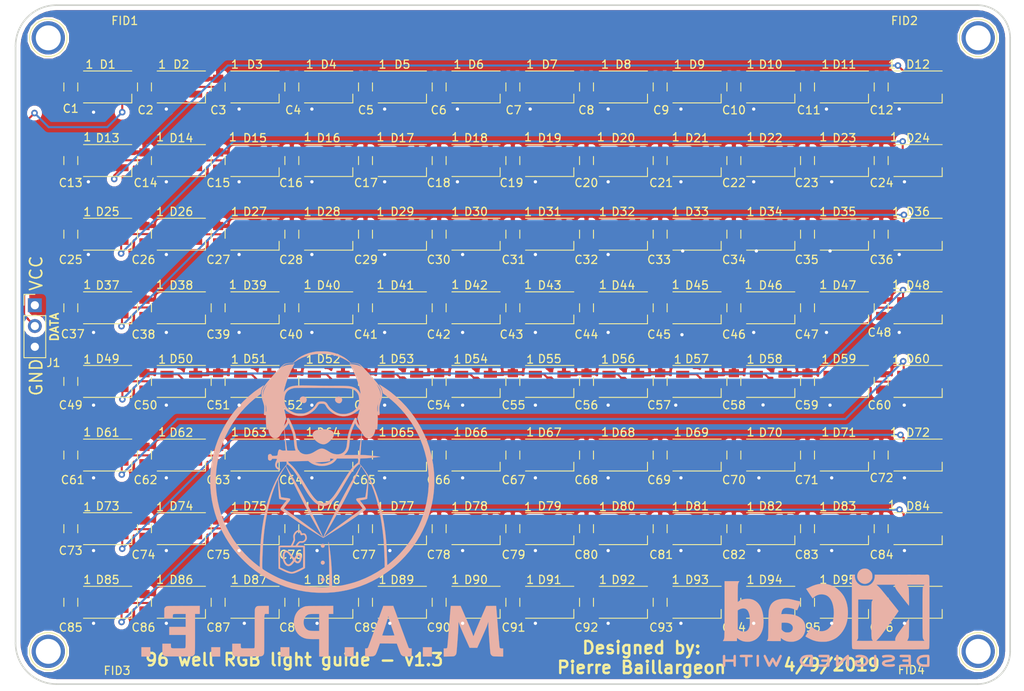
<source format=kicad_pcb>
(kicad_pcb (version 20171130) (host pcbnew "(5.0.0)")
  (layers (0 F.Cu signal) (31 B.Cu signal hide) (34 B.Paste user) (35 F.Paste user hide) (36 B.SilkS user) (37 F.SilkS user) (38 B.Mask user) (39 F.Mask user hide) (44 Edge.Cuts user))
  (net 0 "")
  (net 1 "Net-(D1-Pad1)")
  (net 2 GND)
  (net 3 VCC)
  (net 4 "Net-(D1-Pad3)")
  (net 5 "Net-(D2-Pad1)")
  (net 6 "Net-(D3-Pad1)")
  (net 7 "Net-(D4-Pad1)")
  (net 8 "Net-(D5-Pad1)")
  (net 9 "Net-(D6-Pad1)")
  (net 10 "Net-(D7-Pad1)")
  (net 11 "Net-(D8-Pad1)")
  (net 12 "Net-(D10-Pad3)")
  (net 13 "Net-(D10-Pad1)")
  (net 14 "Net-(D11-Pad1)")
  (net 15 "Net-(D12-Pad1)")
  (net 16 "Net-(D13-Pad1)")
  (net 17 "Net-(D14-Pad1)")
  (net 18 "Net-(D15-Pad1)")
  (net 19 "Net-(D16-Pad1)")
  (net 20 "Net-(D17-Pad1)")
  (net 21 "Net-(D18-Pad1)")
  (net 22 "Net-(D19-Pad1)")
  (net 23 "Net-(D20-Pad1)")
  (net 24 "Net-(D21-Pad1)")
  (net 25 "Net-(D22-Pad1)")
  (net 26 "Net-(D23-Pad1)")
  (net 27 "Net-(D24-Pad1)")
  (net 28 "Net-(D25-Pad1)")
  (net 29 "Net-(D26-Pad1)")
  (net 30 "Net-(D27-Pad1)")
  (net 31 "Net-(D28-Pad1)")
  (net 32 "Net-(D29-Pad1)")
  (net 33 "Net-(D30-Pad1)")
  (net 34 "Net-(D31-Pad1)")
  (net 35 "Net-(D32-Pad1)")
  (net 36 "Net-(D33-Pad1)")
  (net 37 "Net-(D34-Pad1)")
  (net 38 "Net-(D35-Pad1)")
  (net 39 "Net-(D36-Pad1)")
  (net 40 "Net-(D37-Pad1)")
  (net 41 "Net-(D38-Pad1)")
  (net 42 "Net-(D39-Pad1)")
  (net 43 "Net-(D40-Pad1)")
  (net 44 "Net-(D41-Pad1)")
  (net 45 "Net-(D42-Pad1)")
  (net 46 "Net-(D43-Pad1)")
  (net 47 "Net-(D44-Pad1)")
  (net 48 "Net-(D45-Pad1)")
  (net 49 "Net-(D46-Pad1)")
  (net 50 "Net-(D47-Pad1)")
  (net 51 "Net-(D48-Pad1)")
  (net 52 "Net-(D49-Pad1)")
  (net 53 "Net-(D50-Pad1)")
  (net 54 "Net-(D51-Pad1)")
  (net 55 "Net-(D52-Pad1)")
  (net 56 "Net-(D53-Pad1)")
  (net 57 "Net-(D54-Pad1)")
  (net 58 "Net-(D55-Pad1)")
  (net 59 "Net-(D56-Pad1)")
  (net 60 "Net-(D57-Pad1)")
  (net 61 "Net-(D58-Pad1)")
  (net 62 "Net-(D59-Pad1)")
  (net 63 "Net-(D60-Pad1)")
  (net 64 "Net-(D61-Pad1)")
  (net 65 "Net-(D62-Pad1)")
  (net 66 "Net-(D63-Pad1)")
  (net 67 "Net-(D64-Pad1)")
  (net 68 "Net-(D65-Pad1)")
  (net 69 "Net-(D66-Pad1)")
  (net 70 "Net-(D67-Pad1)")
  (net 71 "Net-(D68-Pad1)")
  (net 72 "Net-(D69-Pad1)")
  (net 73 "Net-(D70-Pad1)")
  (net 74 "Net-(D71-Pad1)")
  (net 75 "Net-(D72-Pad1)")
  (net 76 "Net-(D73-Pad1)")
  (net 77 "Net-(D74-Pad1)")
  (net 78 "Net-(D75-Pad1)")
  (net 79 "Net-(D76-Pad1)")
  (net 80 "Net-(D77-Pad1)")
  (net 81 "Net-(D78-Pad1)")
  (net 82 "Net-(D79-Pad1)")
  (net 83 "Net-(D80-Pad1)")
  (net 84 "Net-(D81-Pad1)")
  (net 85 "Net-(D82-Pad1)")
  (net 86 "Net-(D83-Pad1)")
  (net 87 "Net-(D84-Pad1)")
  (net 88 "Net-(D85-Pad1)")
  (net 89 "Net-(D86-Pad1)")
  (net 90 "Net-(D87-Pad1)")
  (net 91 "Net-(D88-Pad1)")
  (net 92 "Net-(D89-Pad1)")
  (net 93 "Net-(D90-Pad1)")
  (net 94 "Net-(D91-Pad1)")
  (net 95 "Net-(D92-Pad1)")
  (net 96 "Net-(D93-Pad1)")
  (net 97 "Net-(D94-Pad1)")
  (net 98 "Net-(D95-Pad1)")
  (net 99 "Net-(D96-Pad1)")
  (module "LED Matrix - 96 well:LED_SK6812MINI_PLCC4_3.5x3.5mm_P1.75mm" (layer F.Cu) (at 141.25 77)
    (fp_text reference D47 (at 0 -2.75) (layer F.SilkS))
    (fp_text value SK6812MINI)
    (fp_text user 1 (at -2.566 -2.832) (layer F.SilkS))
    (pad 3 smd rect (at 1.75 0.875) (size 1.6 0.85) (layers F.Cu F.Paste F.Mask) (net 49 "Net-(D46-Pad1)"))
    (pad 4 smd rect (at 1.75 -0.875) (size 1.6 0.85) (layers F.Cu F.Paste F.Mask) (net 3 VCC))
    (pad 2 smd rect (at -1.75 0.875) (size 1.6 0.85) (layers F.Cu F.Paste F.Mask) (net 2 GND))
    (pad 1 smd rect (at -1.75 -0.875) (size 1.6 0.85) (layers F.Cu F.Paste F.Mask) (net 50 "Net-(D47-Pad1)"))
  )
  (module Connectors:1pin (layer F.Cu) (at 44 119)
    (fp_text reference REF** hide)
    (fp_text value 1pin)
    (pad 1 thru_hole circle (at 0 0) (size 4.064 4.064) (drill 3.048) (layers *.Cu *.Mask))
  )
  (module Connectors:1pin (layer F.Cu) (at 157.6 119)
    (fp_text reference REF** hide)
    (fp_text value 1pin)
    (pad 1 thru_hole circle (at 0 0) (size 4.064 4.064) (drill 3.048) (layers *.Cu *.Mask))
  )
  (module Connectors:1pin (layer F.Cu) (at 157.6 44)
    (fp_text reference REF** hide)
    (fp_text value 1pin)
    (pad 1 thru_hole circle (at 0 0) (size 4.064 4.064) (drill 3.048) (layers *.Cu *.Mask))
  )
  (module "LED Matrix - 96 well:LED_SK6812MINI_PLCC4_3.5x3.5mm_P1.75mm" (layer F.Cu) (at 51.25 50)
    (fp_text reference D1 (at 0 -2.75) (layer F.SilkS))
    (fp_text value SK6812MINI)
    (fp_text user 1 (at -2.228 -2.756) (layer F.SilkS))
    (pad 1 smd rect (at -1.75 -0.875) (size 1.6 0.85) (layers F.Cu F.Paste F.Mask) (net 1 "Net-(D1-Pad1)"))
    (pad 2 smd rect (at -1.75 0.875) (size 1.6 0.85) (layers F.Cu F.Paste F.Mask) (net 2 GND))
    (pad 4 smd rect (at 1.75 -0.875) (size 1.6 0.85) (layers F.Cu F.Paste F.Mask) (net 3 VCC))
    (pad 3 smd rect (at 1.75 0.875) (size 1.6 0.85) (layers F.Cu F.Paste F.Mask) (net 4 "Net-(D1-Pad3)"))
  )
  (module "LED Matrix - 96 well:LED_SK6812MINI_PLCC4_3.5x3.5mm_P1.75mm" (layer F.Cu) (at 60.25 50)
    (fp_text reference D2 (at 0 -2.75) (layer F.SilkS))
    (fp_text value SK6812MINI)
    (fp_text user 1 (at -2.338 -2.756) (layer F.SilkS))
    (pad 3 smd rect (at 1.75 0.875) (size 1.6 0.85) (layers F.Cu F.Paste F.Mask) (net 1 "Net-(D1-Pad1)"))
    (pad 4 smd rect (at 1.75 -0.875) (size 1.6 0.85) (layers F.Cu F.Paste F.Mask) (net 3 VCC))
    (pad 2 smd rect (at -1.75 0.875) (size 1.6 0.85) (layers F.Cu F.Paste F.Mask) (net 2 GND))
    (pad 1 smd rect (at -1.75 -0.875) (size 1.6 0.85) (layers F.Cu F.Paste F.Mask) (net 5 "Net-(D2-Pad1)"))
  )
  (module "LED Matrix - 96 well:LED_SK6812MINI_PLCC4_3.5x3.5mm_P1.75mm" (layer F.Cu) (at 69.25 50)
    (fp_text reference D3 (at 0 -2.75) (layer F.SilkS))
    (fp_text value SK6812MINI)
    (fp_text user 1 (at -2.448 -2.756) (layer F.SilkS))
    (pad 1 smd rect (at -1.75 -0.875) (size 1.6 0.85) (layers F.Cu F.Paste F.Mask) (net 6 "Net-(D3-Pad1)"))
    (pad 2 smd rect (at -1.75 0.875) (size 1.6 0.85) (layers F.Cu F.Paste F.Mask) (net 2 GND))
    (pad 4 smd rect (at 1.75 -0.875) (size 1.6 0.85) (layers F.Cu F.Paste F.Mask) (net 3 VCC))
    (pad 3 smd rect (at 1.75 0.875) (size 1.6 0.85) (layers F.Cu F.Paste F.Mask) (net 5 "Net-(D2-Pad1)"))
  )
  (module "LED Matrix - 96 well:LED_SK6812MINI_PLCC4_3.5x3.5mm_P1.75mm" (layer F.Cu) (at 78.25 50)
    (fp_text reference D4 (at 0 -2.75) (layer F.SilkS))
    (fp_text value SK6812MINI)
    (fp_text user 1 (at -2.304 -2.756) (layer F.SilkS))
    (pad 3 smd rect (at 1.75 0.875) (size 1.6 0.85) (layers F.Cu F.Paste F.Mask) (net 6 "Net-(D3-Pad1)"))
    (pad 4 smd rect (at 1.75 -0.875) (size 1.6 0.85) (layers F.Cu F.Paste F.Mask) (net 3 VCC))
    (pad 2 smd rect (at -1.75 0.875) (size 1.6 0.85) (layers F.Cu F.Paste F.Mask) (net 2 GND))
    (pad 1 smd rect (at -1.75 -0.875) (size 1.6 0.85) (layers F.Cu F.Paste F.Mask) (net 7 "Net-(D4-Pad1)"))
  )
  (module "LED Matrix - 96 well:LED_SK6812MINI_PLCC4_3.5x3.5mm_P1.75mm" (layer F.Cu) (at 87.25 50)
    (fp_text reference D5 (at 0 -2.75) (layer F.SilkS))
    (fp_text value SK6812MINI)
    (fp_text user 1 (at -2.414 -2.756) (layer F.SilkS))
    (pad 1 smd rect (at -1.75 -0.875) (size 1.6 0.85) (layers F.Cu F.Paste F.Mask) (net 8 "Net-(D5-Pad1)"))
    (pad 2 smd rect (at -1.75 0.875) (size 1.6 0.85) (layers F.Cu F.Paste F.Mask) (net 2 GND))
    (pad 4 smd rect (at 1.75 -0.875) (size 1.6 0.85) (layers F.Cu F.Paste F.Mask) (net 3 VCC))
    (pad 3 smd rect (at 1.75 0.875) (size 1.6 0.85) (layers F.Cu F.Paste F.Mask) (net 7 "Net-(D4-Pad1)"))
  )
  (module "LED Matrix - 96 well:LED_SK6812MINI_PLCC4_3.5x3.5mm_P1.75mm" (layer F.Cu) (at 96.25 50)
    (fp_text reference D6 (at 0 -2.75) (layer F.SilkS))
    (fp_text value SK6812MINI)
    (fp_text user 1 (at -2.27 -2.756) (layer F.SilkS))
    (pad 3 smd rect (at 1.75 0.875) (size 1.6 0.85) (layers F.Cu F.Paste F.Mask) (net 8 "Net-(D5-Pad1)"))
    (pad 4 smd rect (at 1.75 -0.875) (size 1.6 0.85) (layers F.Cu F.Paste F.Mask) (net 3 VCC))
    (pad 2 smd rect (at -1.75 0.875) (size 1.6 0.85) (layers F.Cu F.Paste F.Mask) (net 2 GND))
    (pad 1 smd rect (at -1.75 -0.875) (size 1.6 0.85) (layers F.Cu F.Paste F.Mask) (net 9 "Net-(D6-Pad1)"))
  )
  (module "LED Matrix - 96 well:LED_SK6812MINI_PLCC4_3.5x3.5mm_P1.75mm" (layer F.Cu) (at 105.25 50)
    (fp_text reference D7 (at 0 -2.75) (layer F.SilkS))
    (fp_text value SK6812MINI)
    (fp_text user 1 (at -2.38 -2.756) (layer F.SilkS))
    (pad 1 smd rect (at -1.75 -0.875) (size 1.6 0.85) (layers F.Cu F.Paste F.Mask) (net 10 "Net-(D7-Pad1)"))
    (pad 2 smd rect (at -1.75 0.875) (size 1.6 0.85) (layers F.Cu F.Paste F.Mask) (net 2 GND))
    (pad 4 smd rect (at 1.75 -0.875) (size 1.6 0.85) (layers F.Cu F.Paste F.Mask) (net 3 VCC))
    (pad 3 smd rect (at 1.75 0.875) (size 1.6 0.85) (layers F.Cu F.Paste F.Mask) (net 9 "Net-(D6-Pad1)"))
  )
  (module "LED Matrix - 96 well:LED_SK6812MINI_PLCC4_3.5x3.5mm_P1.75mm" (layer F.Cu) (at 114.25 50)
    (fp_text reference D8 (at 0 -2.75) (layer F.SilkS))
    (fp_text value SK6812MINI)
    (fp_text user 1 (at -2.236 -2.756) (layer F.SilkS))
    (pad 3 smd rect (at 1.75 0.875) (size 1.6 0.85) (layers F.Cu F.Paste F.Mask) (net 10 "Net-(D7-Pad1)"))
    (pad 4 smd rect (at 1.75 -0.875) (size 1.6 0.85) (layers F.Cu F.Paste F.Mask) (net 3 VCC))
    (pad 2 smd rect (at -1.75 0.875) (size 1.6 0.85) (layers F.Cu F.Paste F.Mask) (net 2 GND))
    (pad 1 smd rect (at -1.75 -0.875) (size 1.6 0.85) (layers F.Cu F.Paste F.Mask) (net 11 "Net-(D8-Pad1)"))
  )
  (module "LED Matrix - 96 well:LED_SK6812MINI_PLCC4_3.5x3.5mm_P1.75mm" (layer F.Cu) (at 123.25 50)
    (fp_text reference D9 (at 0 -2.75) (layer F.SilkS))
    (fp_text value SK6812MINI)
    (fp_text user 1 (at -2.346 -2.756) (layer F.SilkS))
    (pad 1 smd rect (at -1.75 -0.875) (size 1.6 0.85) (layers F.Cu F.Paste F.Mask) (net 12 "Net-(D10-Pad3)"))
    (pad 2 smd rect (at -1.75 0.875) (size 1.6 0.85) (layers F.Cu F.Paste F.Mask) (net 2 GND))
    (pad 4 smd rect (at 1.75 -0.875) (size 1.6 0.85) (layers F.Cu F.Paste F.Mask) (net 3 VCC))
    (pad 3 smd rect (at 1.75 0.875) (size 1.6 0.85) (layers F.Cu F.Paste F.Mask) (net 11 "Net-(D8-Pad1)"))
  )
  (module Pin_Headers:Pin_Header_Straight_1x03_Pitch2.54mm (layer F.Cu) (at 42.35704 76.68768)
    (fp_text reference J1 (at 2.27076 7.03072) (layer F.SilkS))
    (fp_text value Conn_01x03_Male)
    (pad 3 thru_hole oval (at 0 5.08) (size 1.7 1.7) (drill 1) (layers *.Cu *.Mask) (net 2 GND))
    (pad 2 thru_hole oval (at 0 2.54) (size 1.7 1.7) (drill 1) (layers *.Cu *.Mask) (net 4 "Net-(D1-Pad3)"))
    (pad 1 thru_hole rect (at 0 0) (size 1.7 1.7) (drill 1) (layers *.Cu *.Mask) (net 3 VCC))
  )
  (module Capacitors_SMD:C_0805 (layer F.Cu) (at 46.75 50 270)
    (fp_text reference C1 (at 2.64912 0.014) (layer F.SilkS))
    (fp_text value CAP)
    (pad 2 smd rect (at 1 0 270) (size 1 1.25) (layers F.Cu F.Paste F.Mask) (net 2 GND))
    (pad 1 smd rect (at -1 0 270) (size 1 1.25) (layers F.Cu F.Paste F.Mask) (net 3 VCC))
  )
  (module Capacitors_SMD:C_0805 (layer F.Cu) (at 55.75 50 270)
    (fp_text reference C2 (at 2.832 -0.13) (layer F.SilkS))
    (fp_text value CAP)
    (pad 1 smd rect (at -1 0 270) (size 1 1.25) (layers F.Cu F.Paste F.Mask) (net 3 VCC))
    (pad 2 smd rect (at 1 0 270) (size 1 1.25) (layers F.Cu F.Paste F.Mask) (net 2 GND))
  )
  (module Capacitors_SMD:C_0805 (layer F.Cu) (at 64.75 50 270)
    (fp_text reference C3 (at 2.832 -0.02) (layer F.SilkS))
    (fp_text value CAP)
    (pad 2 smd rect (at 1 0 270) (size 1 1.25) (layers F.Cu F.Paste F.Mask) (net 2 GND))
    (pad 1 smd rect (at -1 0 270) (size 1 1.25) (layers F.Cu F.Paste F.Mask) (net 3 VCC))
  )
  (module Capacitors_SMD:C_0805 (layer F.Cu) (at 73.75 50 270)
    (fp_text reference C4 (at 2.832 -0.164) (layer F.SilkS))
    (fp_text value CAP)
    (pad 1 smd rect (at -1 0 270) (size 1 1.25) (layers F.Cu F.Paste F.Mask) (net 3 VCC))
    (pad 2 smd rect (at 1 0 270) (size 1 1.25) (layers F.Cu F.Paste F.Mask) (net 2 GND))
  )
  (module Capacitors_SMD:C_0805 (layer F.Cu) (at 82.75 50 270)
    (fp_text reference C5 (at 2.832 -0.054) (layer F.SilkS))
    (fp_text value CAP)
    (pad 2 smd rect (at 1 0 270) (size 1 1.25) (layers F.Cu F.Paste F.Mask) (net 2 GND))
    (pad 1 smd rect (at -1 0 270) (size 1 1.25) (layers F.Cu F.Paste F.Mask) (net 3 VCC))
  )
  (module Capacitors_SMD:C_0805 (layer F.Cu) (at 91.75 50 270)
    (fp_text reference C6 (at 2.832 0.056) (layer F.SilkS))
    (fp_text value CAP)
    (pad 1 smd rect (at -1 0 270) (size 1 1.25) (layers F.Cu F.Paste F.Mask) (net 3 VCC))
    (pad 2 smd rect (at 1 0 270) (size 1 1.25) (layers F.Cu F.Paste F.Mask) (net 2 GND))
  )
  (module Capacitors_SMD:C_0805 (layer F.Cu) (at 100.75 50 270)
    (fp_text reference C7 (at 2.832 -0.088) (layer F.SilkS))
    (fp_text value CAP)
    (pad 1 smd rect (at -1 0 270) (size 1 1.25) (layers F.Cu F.Paste F.Mask) (net 3 VCC))
    (pad 2 smd rect (at 1 0 270) (size 1 1.25) (layers F.Cu F.Paste F.Mask) (net 2 GND))
  )
  (module Capacitors_SMD:C_0805 (layer F.Cu) (at 109.75 50 270)
    (fp_text reference C8 (at 2.832 0.022) (layer F.SilkS))
    (fp_text value CAP)
    (pad 1 smd rect (at -1 0 270) (size 1 1.25) (layers F.Cu F.Paste F.Mask) (net 3 VCC))
    (pad 2 smd rect (at 1 0 270) (size 1 1.25) (layers F.Cu F.Paste F.Mask) (net 2 GND))
  )
  (module Capacitors_SMD:C_0805 (layer F.Cu) (at 118.75 50 270)
    (fp_text reference C9 (at 2.832 -0.122) (layer F.SilkS))
    (fp_text value CAP)
    (pad 2 smd rect (at 1 0 270) (size 1 1.25) (layers F.Cu F.Paste F.Mask) (net 2 GND))
    (pad 1 smd rect (at -1 0 270) (size 1 1.25) (layers F.Cu F.Paste F.Mask) (net 3 VCC))
  )
  (module Capacitors_SMD:C_0805 (layer F.Cu) (at 127.75 50 270)
    (fp_text reference C10 (at 2.832 -0.012) (layer F.SilkS))
    (fp_text value CAP)
    (pad 1 smd rect (at -1 0 270) (size 1 1.25) (layers F.Cu F.Paste F.Mask) (net 3 VCC))
    (pad 2 smd rect (at 1 0 270) (size 1 1.25) (layers F.Cu F.Paste F.Mask) (net 2 GND))
  )
  (module Capacitors_SMD:C_0805 (layer F.Cu) (at 136.75 50 270)
    (fp_text reference C11 (at 2.832 -0.156) (layer F.SilkS))
    (fp_text value CAP)
    (pad 2 smd rect (at 1 0 270) (size 1 1.25) (layers F.Cu F.Paste F.Mask) (net 2 GND))
    (pad 1 smd rect (at -1 0 270) (size 1 1.25) (layers F.Cu F.Paste F.Mask) (net 3 VCC))
  )
  (module Capacitors_SMD:C_0805 (layer F.Cu) (at 145.75 50 270)
    (fp_text reference C12 (at 2.832 -0.046) (layer F.SilkS))
    (fp_text value CAP)
    (pad 1 smd rect (at -1 0 270) (size 1 1.25) (layers F.Cu F.Paste F.Mask) (net 3 VCC))
    (pad 2 smd rect (at 1 0 270) (size 1 1.25) (layers F.Cu F.Paste F.Mask) (net 2 GND))
  )
  (module Capacitors_SMD:C_0805 (layer F.Cu) (at 46.75 59 270)
    (fp_text reference C13 (at 2.722 0.014) (layer F.SilkS))
    (fp_text value CAP)
    (pad 2 smd rect (at 1 0 270) (size 1 1.25) (layers F.Cu F.Paste F.Mask) (net 2 GND))
    (pad 1 smd rect (at -1 0 270) (size 1 1.25) (layers F.Cu F.Paste F.Mask) (net 3 VCC))
  )
  (module Capacitors_SMD:C_0805 (layer F.Cu) (at 55.75 59 270)
    (fp_text reference C14 (at 2.722 -0.13) (layer F.SilkS))
    (fp_text value CAP)
    (pad 1 smd rect (at -1 0 270) (size 1 1.25) (layers F.Cu F.Paste F.Mask) (net 3 VCC))
    (pad 2 smd rect (at 1 0 270) (size 1 1.25) (layers F.Cu F.Paste F.Mask) (net 2 GND))
  )
  (module Capacitors_SMD:C_0805 (layer F.Cu) (at 64.75 59 270)
    (fp_text reference C15 (at 2.722 -0.02) (layer F.SilkS))
    (fp_text value CAP)
    (pad 1 smd rect (at -1 0 270) (size 1 1.25) (layers F.Cu F.Paste F.Mask) (net 3 VCC))
    (pad 2 smd rect (at 1 0 270) (size 1 1.25) (layers F.Cu F.Paste F.Mask) (net 2 GND))
  )
  (module Capacitors_SMD:C_0805 (layer F.Cu) (at 73.75 59 270)
    (fp_text reference C16 (at 2.722 0.09) (layer F.SilkS))
    (fp_text value CAP)
    (pad 2 smd rect (at 1 0 270) (size 1 1.25) (layers F.Cu F.Paste F.Mask) (net 2 GND))
    (pad 1 smd rect (at -1 0 270) (size 1 1.25) (layers F.Cu F.Paste F.Mask) (net 3 VCC))
  )
  (module Capacitors_SMD:C_0805 (layer F.Cu) (at 82.75 59 270)
    (fp_text reference C17 (at 2.722 -0.054) (layer F.SilkS))
    (fp_text value CAP)
    (pad 1 smd rect (at -1 0 270) (size 1 1.25) (layers F.Cu F.Paste F.Mask) (net 3 VCC))
    (pad 2 smd rect (at 1 0 270) (size 1 1.25) (layers F.Cu F.Paste F.Mask) (net 2 GND))
  )
  (module Capacitors_SMD:C_0805 (layer F.Cu) (at 91.75 59 270)
    (fp_text reference C18 (at 2.722 0.056) (layer F.SilkS))
    (fp_text value CAP)
    (pad 2 smd rect (at 1 0 270) (size 1 1.25) (layers F.Cu F.Paste F.Mask) (net 2 GND))
    (pad 1 smd rect (at -1 0 270) (size 1 1.25) (layers F.Cu F.Paste F.Mask) (net 3 VCC))
  )
  (module Capacitors_SMD:C_0805 (layer F.Cu) (at 100.75 59 270)
    (fp_text reference C19 (at 2.722 0.166) (layer F.SilkS))
    (fp_text value CAP)
    (pad 2 smd rect (at 1 0 270) (size 1 1.25) (layers F.Cu F.Paste F.Mask) (net 2 GND))
    (pad 1 smd rect (at -1 0 270) (size 1 1.25) (layers F.Cu F.Paste F.Mask) (net 3 VCC))
  )
  (module Capacitors_SMD:C_0805 (layer F.Cu) (at 109.75 59 270)
    (fp_text reference C20 (at 2.722 0.022) (layer F.SilkS))
    (fp_text value CAP)
    (pad 2 smd rect (at 1 0 270) (size 1 1.25) (layers F.Cu F.Paste F.Mask) (net 2 GND))
    (pad 1 smd rect (at -1 0 270) (size 1 1.25) (layers F.Cu F.Paste F.Mask) (net 3 VCC))
  )
  (module Capacitors_SMD:C_0805 (layer F.Cu) (at 118.75 59 270)
    (fp_text reference C21 (at 2.722 -0.122) (layer F.SilkS))
    (fp_text value CAP)
    (pad 1 smd rect (at -1 0 270) (size 1 1.25) (layers F.Cu F.Paste F.Mask) (net 3 VCC))
    (pad 2 smd rect (at 1 0 270) (size 1 1.25) (layers F.Cu F.Paste F.Mask) (net 2 GND))
  )
  (module Capacitors_SMD:C_0805 (layer F.Cu) (at 127.75 59 270)
    (fp_text reference C22 (at 2.722 -0.012) (layer F.SilkS))
    (fp_text value CAP)
    (pad 2 smd rect (at 1 0 270) (size 1 1.25) (layers F.Cu F.Paste F.Mask) (net 2 GND))
    (pad 1 smd rect (at -1 0 270) (size 1 1.25) (layers F.Cu F.Paste F.Mask) (net 3 VCC))
  )
  (module Capacitors_SMD:C_0805 (layer F.Cu) (at 136.75 59 270)
    (fp_text reference C23 (at 2.722 0.098) (layer F.SilkS))
    (fp_text value CAP)
    (pad 1 smd rect (at -1 0 270) (size 1 1.25) (layers F.Cu F.Paste F.Mask) (net 3 VCC))
    (pad 2 smd rect (at 1 0 270) (size 1 1.25) (layers F.Cu F.Paste F.Mask) (net 2 GND))
  )
  (module Capacitors_SMD:C_0805 (layer F.Cu) (at 145.75 59 270)
    (fp_text reference C24 (at 2.722 -0.046) (layer F.SilkS))
    (fp_text value CAP)
    (pad 2 smd rect (at 1 0 270) (size 1 1.25) (layers F.Cu F.Paste F.Mask) (net 2 GND))
    (pad 1 smd rect (at -1 0 270) (size 1 1.25) (layers F.Cu F.Paste F.Mask) (net 3 VCC))
  )
  (module Capacitors_SMD:C_0805 (layer F.Cu) (at 46.75 68 270)
    (fp_text reference C25 (at 3.12 0.014) (layer F.SilkS))
    (fp_text value CAP)
    (pad 2 smd rect (at 1 0 270) (size 1 1.25) (layers F.Cu F.Paste F.Mask) (net 2 GND))
    (pad 1 smd rect (at -1 0 270) (size 1 1.25) (layers F.Cu F.Paste F.Mask) (net 3 VCC))
  )
  (module Capacitors_SMD:C_0805 (layer F.Cu) (at 55.75 68 270)
    (fp_text reference C26 (at 3.12 0.124) (layer F.SilkS))
    (fp_text value CAP)
    (pad 2 smd rect (at 1 0 270) (size 1 1.25) (layers F.Cu F.Paste F.Mask) (net 2 GND))
    (pad 1 smd rect (at -1 0 270) (size 1 1.25) (layers F.Cu F.Paste F.Mask) (net 3 VCC))
  )
  (module Capacitors_SMD:C_0805 (layer F.Cu) (at 64.75 68 270)
    (fp_text reference C27 (at 3.12 -0.02) (layer F.SilkS))
    (fp_text value CAP)
    (pad 1 smd rect (at -1 0 270) (size 1 1.25) (layers F.Cu F.Paste F.Mask) (net 3 VCC))
    (pad 2 smd rect (at 1 0 270) (size 1 1.25) (layers F.Cu F.Paste F.Mask) (net 2 GND))
  )
  (module Capacitors_SMD:C_0805 (layer F.Cu) (at 73.75 68 270)
    (fp_text reference C28 (at 3.12 0.09) (layer F.SilkS))
    (fp_text value CAP)
    (pad 2 smd rect (at 1 0 270) (size 1 1.25) (layers F.Cu F.Paste F.Mask) (net 2 GND))
    (pad 1 smd rect (at -1 0 270) (size 1 1.25) (layers F.Cu F.Paste F.Mask) (net 3 VCC))
  )
  (module Capacitors_SMD:C_0805 (layer F.Cu) (at 82.75 68 270)
    (fp_text reference C29 (at 3.12 -0.054) (layer F.SilkS))
    (fp_text value CAP)
    (pad 1 smd rect (at -1 0 270) (size 1 1.25) (layers F.Cu F.Paste F.Mask) (net 3 VCC))
    (pad 2 smd rect (at 1 0 270) (size 1 1.25) (layers F.Cu F.Paste F.Mask) (net 2 GND))
  )
  (module Capacitors_SMD:C_0805 (layer F.Cu) (at 91.75 68 270)
    (fp_text reference C30 (at 3.12 0.056) (layer F.SilkS))
    (fp_text value CAP)
    (pad 2 smd rect (at 1 0 270) (size 1 1.25) (layers F.Cu F.Paste F.Mask) (net 2 GND))
    (pad 1 smd rect (at -1 0 270) (size 1 1.25) (layers F.Cu F.Paste F.Mask) (net 3 VCC))
  )
  (module Capacitors_SMD:C_0805 (layer F.Cu) (at 100.75 68 270)
    (fp_text reference C31 (at 3.12 -0.088) (layer F.SilkS))
    (fp_text value CAP)
    (pad 2 smd rect (at 1 0 270) (size 1 1.25) (layers F.Cu F.Paste F.Mask) (net 2 GND))
    (pad 1 smd rect (at -1 0 270) (size 1 1.25) (layers F.Cu F.Paste F.Mask) (net 3 VCC))
  )
  (module Capacitors_SMD:C_0805 (layer F.Cu) (at 109.75 68 270)
    (fp_text reference C32 (at 3.12 0.022) (layer F.SilkS))
    (fp_text value CAP)
    (pad 2 smd rect (at 1 0 270) (size 1 1.25) (layers F.Cu F.Paste F.Mask) (net 2 GND))
    (pad 1 smd rect (at -1 0 270) (size 1 1.25) (layers F.Cu F.Paste F.Mask) (net 3 VCC))
  )
  (module Capacitors_SMD:C_0805 (layer F.Cu) (at 118.75 68 270)
    (fp_text reference C33 (at 3.12 0.132) (layer F.SilkS))
    (fp_text value CAP)
    (pad 2 smd rect (at 1 0 270) (size 1 1.25) (layers F.Cu F.Paste F.Mask) (net 2 GND))
    (pad 1 smd rect (at -1 0 270) (size 1 1.25) (layers F.Cu F.Paste F.Mask) (net 3 VCC))
  )
  (module Capacitors_SMD:C_0805 (layer F.Cu) (at 127.75 68 270)
    (fp_text reference C34 (at 3.12 -0.012) (layer F.SilkS))
    (fp_text value CAP)
    (pad 1 smd rect (at -1 0 270) (size 1 1.25) (layers F.Cu F.Paste F.Mask) (net 3 VCC))
    (pad 2 smd rect (at 1 0 270) (size 1 1.25) (layers F.Cu F.Paste F.Mask) (net 2 GND))
  )
  (module Capacitors_SMD:C_0805 (layer F.Cu) (at 136.75 68 270)
    (fp_text reference C35 (at 3.12 0.098) (layer F.SilkS))
    (fp_text value CAP)
    (pad 2 smd rect (at 1 0 270) (size 1 1.25) (layers F.Cu F.Paste F.Mask) (net 2 GND))
    (pad 1 smd rect (at -1 0 270) (size 1 1.25) (layers F.Cu F.Paste F.Mask) (net 3 VCC))
  )
  (module Capacitors_SMD:C_0805 (layer F.Cu) (at 145.75 68 270)
    (fp_text reference C36 (at 3.12 -0.046) (layer F.SilkS))
    (fp_text value CAP)
    (pad 1 smd rect (at -1 0 270) (size 1 1.25) (layers F.Cu F.Paste F.Mask) (net 3 VCC))
    (pad 2 smd rect (at 1 0 270) (size 1 1.25) (layers F.Cu F.Paste F.Mask) (net 2 GND))
  )
  (module Capacitors_SMD:C_0805 (layer F.Cu) (at 46.75 77 270)
    (fp_text reference C37 (at 3.2132 -0.24) (layer F.SilkS))
    (fp_text value CAP)
    (pad 1 smd rect (at -1 0 270) (size 1 1.25) (layers F.Cu F.Paste F.Mask) (net 3 VCC))
    (pad 2 smd rect (at 1 0 270) (size 1 1.25) (layers F.Cu F.Paste F.Mask) (net 2 GND))
  )
  (module Capacitors_SMD:C_0805 (layer F.Cu) (at 55.75 77 270)
    (fp_text reference C38 (at 3.264 0.124) (layer F.SilkS))
    (fp_text value CAP)
    (pad 1 smd rect (at -1 0 270) (size 1 1.25) (layers F.Cu F.Paste F.Mask) (net 3 VCC))
    (pad 2 smd rect (at 1 0 270) (size 1 1.25) (layers F.Cu F.Paste F.Mask) (net 2 GND))
  )
  (module Capacitors_SMD:C_0805 (layer F.Cu) (at 64.75 77 270)
    (fp_text reference C39 (at 3.264 -0.02) (layer F.SilkS))
    (fp_text value CAP)
    (pad 2 smd rect (at 1 0 270) (size 1 1.25) (layers F.Cu F.Paste F.Mask) (net 2 GND))
    (pad 1 smd rect (at -1 0 270) (size 1 1.25) (layers F.Cu F.Paste F.Mask) (net 3 VCC))
  )
  (module Capacitors_SMD:C_0805 (layer F.Cu) (at 73.75 77 270)
    (fp_text reference C40 (at 3.264 0.09) (layer F.SilkS))
    (fp_text value CAP)
    (pad 1 smd rect (at -1 0 270) (size 1 1.25) (layers F.Cu F.Paste F.Mask) (net 3 VCC))
    (pad 2 smd rect (at 1 0 270) (size 1 1.25) (layers F.Cu F.Paste F.Mask) (net 2 GND))
  )
  (module Capacitors_SMD:C_0805 (layer F.Cu) (at 82.75 77 270)
    (fp_text reference C41 (at 3.264 -0.054) (layer F.SilkS))
    (fp_text value CAP)
    (pad 2 smd rect (at 1 0 270) (size 1 1.25) (layers F.Cu F.Paste F.Mask) (net 2 GND))
    (pad 1 smd rect (at -1 0 270) (size 1 1.25) (layers F.Cu F.Paste F.Mask) (net 3 VCC))
  )
  (module Capacitors_SMD:C_0805 (layer F.Cu) (at 91.75 77 270)
    (fp_text reference C42 (at 3.264 0.056) (layer F.SilkS))
    (fp_text value CAP)
    (pad 1 smd rect (at -1 0 270) (size 1 1.25) (layers F.Cu F.Paste F.Mask) (net 3 VCC))
    (pad 2 smd rect (at 1 0 270) (size 1 1.25) (layers F.Cu F.Paste F.Mask) (net 2 GND))
  )
  (module Capacitors_SMD:C_0805 (layer F.Cu) (at 100.75 77 270)
    (fp_text reference C43 (at 3.264 0.166) (layer F.SilkS))
    (fp_text value CAP)
    (pad 2 smd rect (at 1 0 270) (size 1 1.25) (layers F.Cu F.Paste F.Mask) (net 2 GND))
    (pad 1 smd rect (at -1 0 270) (size 1 1.25) (layers F.Cu F.Paste F.Mask) (net 3 VCC))
  )
  (module Capacitors_SMD:C_0805 (layer F.Cu) (at 109.75 77 270)
    (fp_text reference C44 (at 3.264 0.022) (layer F.SilkS))
    (fp_text value CAP)
    (pad 1 smd rect (at -1 0 270) (size 1 1.25) (layers F.Cu F.Paste F.Mask) (net 3 VCC))
    (pad 2 smd rect (at 1 0 270) (size 1 1.25) (layers F.Cu F.Paste F.Mask) (net 2 GND))
  )
  (module Capacitors_SMD:C_0805 (layer F.Cu) (at 118.75 77 270)
    (fp_text reference C45 (at 3.264 0.132) (layer F.SilkS))
    (fp_text value CAP)
    (pad 2 smd rect (at 1 0 270) (size 1 1.25) (layers F.Cu F.Paste F.Mask) (net 2 GND))
    (pad 1 smd rect (at -1 0 270) (size 1 1.25) (layers F.Cu F.Paste F.Mask) (net 3 VCC))
  )
  (module Capacitors_SMD:C_0805 (layer F.Cu) (at 127.75 77 270)
    (fp_text reference C46 (at 3.264 -0.012) (layer F.SilkS))
    (fp_text value CAP)
    (pad 1 smd rect (at -1 0 270) (size 1 1.25) (layers F.Cu F.Paste F.Mask) (net 3 VCC))
    (pad 2 smd rect (at 1 0 270) (size 1 1.25) (layers F.Cu F.Paste F.Mask) (net 2 GND))
  )
  (module Capacitors_SMD:C_0805 (layer F.Cu) (at 136.75 77 270)
    (fp_text reference C47 (at 3.264 0.098) (layer F.SilkS))
    (fp_text value CAP)
    (pad 2 smd rect (at 1 0 270) (size 1 1.25) (layers F.Cu F.Paste F.Mask) (net 2 GND))
    (pad 1 smd rect (at -1 0 270) (size 1 1.25) (layers F.Cu F.Paste F.Mask) (net 3 VCC))
  )
  (module Capacitors_SMD:C_0805 (layer F.Cu) (at 145.75 77 270)
    (fp_text reference C48 (at 3.01 0.208) (layer F.SilkS))
    (fp_text value CAP)
    (pad 1 smd rect (at -1 0 270) (size 1 1.25) (layers F.Cu F.Paste F.Mask) (net 3 VCC))
    (pad 2 smd rect (at 1 0 270) (size 1 1.25) (layers F.Cu F.Paste F.Mask) (net 2 GND))
  )
  (module Capacitors_SMD:C_0805 (layer F.Cu) (at 46.75 86 270)
    (fp_text reference C49 (at 2.9 0.014) (layer F.SilkS))
    (fp_text value CAP)
    (pad 1 smd rect (at -1 0 270) (size 1 1.25) (layers F.Cu F.Paste F.Mask) (net 3 VCC))
    (pad 2 smd rect (at 1 0 270) (size 1 1.25) (layers F.Cu F.Paste F.Mask) (net 2 GND))
  )
  (module Capacitors_SMD:C_0805 (layer F.Cu) (at 55.75 86 270)
    (fp_text reference C50 (at 2.9 -0.13) (layer F.SilkS))
    (fp_text value CAP)
    (pad 2 smd rect (at 1 0 270) (size 1 1.25) (layers F.Cu F.Paste F.Mask) (net 2 GND))
    (pad 1 smd rect (at -1 0 270) (size 1 1.25) (layers F.Cu F.Paste F.Mask) (net 3 VCC))
  )
  (module Capacitors_SMD:C_0805 (layer F.Cu) (at 64.75 86 270)
    (fp_text reference C51 (at 2.9 -0.02) (layer F.SilkS))
    (fp_text value CAP)
    (pad 1 smd rect (at -1 0 270) (size 1 1.25) (layers F.Cu F.Paste F.Mask) (net 3 VCC))
    (pad 2 smd rect (at 1 0 270) (size 1 1.25) (layers F.Cu F.Paste F.Mask) (net 2 GND))
  )
  (module Capacitors_SMD:C_0805 (layer F.Cu) (at 73.75 86 270)
    (fp_text reference C52 (at 2.9 0.09) (layer F.SilkS))
    (fp_text value CAP)
    (pad 1 smd rect (at -1 0 270) (size 1 1.25) (layers F.Cu F.Paste F.Mask) (net 3 VCC))
    (pad 2 smd rect (at 1 0 270) (size 1 1.25) (layers F.Cu F.Paste F.Mask) (net 2 GND))
  )
  (module Capacitors_SMD:C_0805 (layer F.Cu) (at 82.75 86 270)
    (fp_text reference C53 (at 2.9 -0.054) (layer F.SilkS))
    (fp_text value CAP)
    (pad 2 smd rect (at 1 0 270) (size 1 1.25) (layers F.Cu F.Paste F.Mask) (net 2 GND))
    (pad 1 smd rect (at -1 0 270) (size 1 1.25) (layers F.Cu F.Paste F.Mask) (net 3 VCC))
  )
  (module Capacitors_SMD:C_0805 (layer F.Cu) (at 91.75 86 270)
    (fp_text reference C54 (at 2.9 0.056) (layer F.SilkS))
    (fp_text value CAP)
    (pad 1 smd rect (at -1 0 270) (size 1 1.25) (layers F.Cu F.Paste F.Mask) (net 3 VCC))
    (pad 2 smd rect (at 1 0 270) (size 1 1.25) (layers F.Cu F.Paste F.Mask) (net 2 GND))
  )
  (module Capacitors_SMD:C_0805 (layer F.Cu) (at 100.75 86 270)
    (fp_text reference C55 (at 2.9 -0.088) (layer F.SilkS))
    (fp_text value CAP)
    (pad 2 smd rect (at 1 0 270) (size 1 1.25) (layers F.Cu F.Paste F.Mask) (net 2 GND))
    (pad 1 smd rect (at -1 0 270) (size 1 1.25) (layers F.Cu F.Paste F.Mask) (net 3 VCC))
  )
  (module Capacitors_SMD:C_0805 (layer F.Cu) (at 109.75 86 270)
    (fp_text reference C56 (at 2.9 0.022) (layer F.SilkS))
    (fp_text value CAP)
    (pad 1 smd rect (at -1 0 270) (size 1 1.25) (layers F.Cu F.Paste F.Mask) (net 3 VCC))
    (pad 2 smd rect (at 1 0 270) (size 1 1.25) (layers F.Cu F.Paste F.Mask) (net 2 GND))
  )
  (module Capacitors_SMD:C_0805 (layer F.Cu) (at 118.75 86 270)
    (fp_text reference C57 (at 2.9 0.132) (layer F.SilkS))
    (fp_text value CAP)
    (pad 2 smd rect (at 1 0 270) (size 1 1.25) (layers F.Cu F.Paste F.Mask) (net 2 GND))
    (pad 1 smd rect (at -1 0 270) (size 1 1.25) (layers F.Cu F.Paste F.Mask) (net 3 VCC))
  )
  (module Capacitors_SMD:C_0805 (layer F.Cu) (at 127.75 86 270)
    (fp_text reference C58 (at 2.9 -0.012) (layer F.SilkS))
    (fp_text value CAP)
    (pad 1 smd rect (at -1 0 270) (size 1 1.25) (layers F.Cu F.Paste F.Mask) (net 3 VCC))
    (pad 2 smd rect (at 1 0 270) (size 1 1.25) (layers F.Cu F.Paste F.Mask) (net 2 GND))
  )
  (module Capacitors_SMD:C_0805 (layer F.Cu) (at 136.75 86 270)
    (fp_text reference C59 (at 2.9 0.098) (layer F.SilkS))
    (fp_text value CAP)
    (pad 2 smd rect (at 1 0 270) (size 1 1.25) (layers F.Cu F.Paste F.Mask) (net 2 GND))
    (pad 1 smd rect (at -1 0 270) (size 1 1.25) (layers F.Cu F.Paste F.Mask) (net 3 VCC))
  )
  (module Capacitors_SMD:C_0805 (layer F.Cu) (at 145.75 86 270)
    (fp_text reference C60 (at 2.9 0.208) (layer F.SilkS))
    (fp_text value CAP)
    (pad 1 smd rect (at -1 0 270) (size 1 1.25) (layers F.Cu F.Paste F.Mask) (net 3 VCC))
    (pad 2 smd rect (at 1 0 270) (size 1 1.25) (layers F.Cu F.Paste F.Mask) (net 2 GND))
  )
  (module Capacitors_SMD:C_0805 (layer F.Cu) (at 46.75 95 270)
    (fp_text reference C61 (at 3.044 -0.24) (layer F.SilkS))
    (fp_text value CAP)
    (pad 1 smd rect (at -1 0 270) (size 1 1.25) (layers F.Cu F.Paste F.Mask) (net 3 VCC))
    (pad 2 smd rect (at 1 0 270) (size 1 1.25) (layers F.Cu F.Paste F.Mask) (net 2 GND))
  )
  (module Capacitors_SMD:C_0805 (layer F.Cu) (at 55.75 95 270)
    (fp_text reference C62 (at 3.044 -0.13) (layer F.SilkS))
    (fp_text value CAP)
    (pad 1 smd rect (at -1 0 270) (size 1 1.25) (layers F.Cu F.Paste F.Mask) (net 3 VCC))
    (pad 2 smd rect (at 1 0 270) (size 1 1.25) (layers F.Cu F.Paste F.Mask) (net 2 GND))
  )
  (module Capacitors_SMD:C_0805 (layer F.Cu) (at 64.75 95 270)
    (fp_text reference C63 (at 3.044 -0.02) (layer F.SilkS))
    (fp_text value CAP)
    (pad 2 smd rect (at 1 0 270) (size 1 1.25) (layers F.Cu F.Paste F.Mask) (net 2 GND))
    (pad 1 smd rect (at -1 0 270) (size 1 1.25) (layers F.Cu F.Paste F.Mask) (net 3 VCC))
  )
  (module Capacitors_SMD:C_0805 (layer F.Cu) (at 73.75 95 270)
    (fp_text reference C64 (at 3.044 0.09) (layer F.SilkS))
    (fp_text value CAP)
    (pad 1 smd rect (at -1 0 270) (size 1 1.25) (layers F.Cu F.Paste F.Mask) (net 3 VCC))
    (pad 2 smd rect (at 1 0 270) (size 1 1.25) (layers F.Cu F.Paste F.Mask) (net 2 GND))
  )
  (module Capacitors_SMD:C_0805 (layer F.Cu) (at 82.75 95 270)
    (fp_text reference C65 (at 3.044 0.2) (layer F.SilkS))
    (fp_text value CAP)
    (pad 2 smd rect (at 1 0 270) (size 1 1.25) (layers F.Cu F.Paste F.Mask) (net 2 GND))
    (pad 1 smd rect (at -1 0 270) (size 1 1.25) (layers F.Cu F.Paste F.Mask) (net 3 VCC))
  )
  (module Capacitors_SMD:C_0805 (layer F.Cu) (at 91.75 95 270)
    (fp_text reference C66 (at 3.044 0.056) (layer F.SilkS))
    (fp_text value CAP)
    (pad 1 smd rect (at -1 0 270) (size 1 1.25) (layers F.Cu F.Paste F.Mask) (net 3 VCC))
    (pad 2 smd rect (at 1 0 270) (size 1 1.25) (layers F.Cu F.Paste F.Mask) (net 2 GND))
  )
  (module Capacitors_SMD:C_0805 (layer F.Cu) (at 100.75 95 270)
    (fp_text reference C67 (at 3.044 -0.088) (layer F.SilkS))
    (fp_text value CAP)
    (pad 2 smd rect (at 1 0 270) (size 1 1.25) (layers F.Cu F.Paste F.Mask) (net 2 GND))
    (pad 1 smd rect (at -1 0 270) (size 1 1.25) (layers F.Cu F.Paste F.Mask) (net 3 VCC))
  )
  (module Capacitors_SMD:C_0805 (layer F.Cu) (at 109.75 95 270)
    (fp_text reference C68 (at 3.044 0.022) (layer F.SilkS))
    (fp_text value CAP)
    (pad 1 smd rect (at -1 0 270) (size 1 1.25) (layers F.Cu F.Paste F.Mask) (net 3 VCC))
    (pad 2 smd rect (at 1 0 270) (size 1 1.25) (layers F.Cu F.Paste F.Mask) (net 2 GND))
  )
  (module Capacitors_SMD:C_0805 (layer F.Cu) (at 118.75 95 270)
    (fp_text reference C69 (at 3.044 0.132) (layer F.SilkS))
    (fp_text value CAP)
    (pad 2 smd rect (at 1 0 270) (size 1 1.25) (layers F.Cu F.Paste F.Mask) (net 2 GND))
    (pad 1 smd rect (at -1 0 270) (size 1 1.25) (layers F.Cu F.Paste F.Mask) (net 3 VCC))
  )
  (module Capacitors_SMD:C_0805 (layer F.Cu) (at 127.75 95 270)
    (fp_text reference C70 (at 3.044 -0.012) (layer F.SilkS))
    (fp_text value CAP)
    (pad 2 smd rect (at 1 0 270) (size 1 1.25) (layers F.Cu F.Paste F.Mask) (net 2 GND))
    (pad 1 smd rect (at -1 0 270) (size 1 1.25) (layers F.Cu F.Paste F.Mask) (net 3 VCC))
  )
  (module Capacitors_SMD:C_0805 (layer F.Cu) (at 136.75 95 270)
    (fp_text reference C71 (at 3.044 0.098) (layer F.SilkS))
    (fp_text value CAP)
    (pad 1 smd rect (at -1 0 270) (size 1 1.25) (layers F.Cu F.Paste F.Mask) (net 3 VCC))
    (pad 2 smd rect (at 1 0 270) (size 1 1.25) (layers F.Cu F.Paste F.Mask) (net 2 GND))
  )
  (module Capacitors_SMD:C_0805 (layer F.Cu) (at 145.75 95 270)
    (fp_text reference C72 (at 2.79 -0.046) (layer F.SilkS))
    (fp_text value CAP)
    (pad 1 smd rect (at -1 0 270) (size 1 1.25) (layers F.Cu F.Paste F.Mask) (net 3 VCC))
    (pad 2 smd rect (at 1 0 270) (size 1 1.25) (layers F.Cu F.Paste F.Mask) (net 2 GND))
  )
  (module Capacitors_SMD:C_0805 (layer F.Cu) (at 46.75 104 270)
    (fp_text reference C73 (at 2.68 0.014) (layer F.SilkS))
    (fp_text value CAP)
    (pad 1 smd rect (at -1 0 270) (size 1 1.25) (layers F.Cu F.Paste F.Mask) (net 3 VCC))
    (pad 2 smd rect (at 1 0 270) (size 1 1.25) (layers F.Cu F.Paste F.Mask) (net 2 GND))
  )
  (module Capacitors_SMD:C_0805 (layer F.Cu) (at 55.75 104 270)
    (fp_text reference C74 (at 3.188 0.124) (layer F.SilkS))
    (fp_text value CAP)
    (pad 2 smd rect (at 1 0 270) (size 1 1.25) (layers F.Cu F.Paste F.Mask) (net 2 GND))
    (pad 1 smd rect (at -1 0 270) (size 1 1.25) (layers F.Cu F.Paste F.Mask) (net 3 VCC))
  )
  (module Capacitors_SMD:C_0805 (layer F.Cu) (at 64.75 104 270)
    (fp_text reference C75 (at 3.188 -0.02) (layer F.SilkS))
    (fp_text value CAP)
    (pad 2 smd rect (at 1 0 270) (size 1 1.25) (layers F.Cu F.Paste F.Mask) (net 2 GND))
    (pad 1 smd rect (at -1 0 270) (size 1 1.25) (layers F.Cu F.Paste F.Mask) (net 3 VCC))
  )
  (module Capacitors_SMD:C_0805 (layer F.Cu) (at 73.75 104 270)
    (fp_text reference C76 (at 3.188 0.09) (layer F.SilkS))
    (fp_text value CAP)
    (pad 2 smd rect (at 1 0 270) (size 1 1.25) (layers F.Cu F.Paste F.Mask) (net 2 GND))
    (pad 1 smd rect (at -1 0 270) (size 1 1.25) (layers F.Cu F.Paste F.Mask) (net 3 VCC))
  )
  (module Capacitors_SMD:C_0805 (layer F.Cu) (at 82.75 104 270)
    (fp_text reference C77 (at 3.188 0.2) (layer F.SilkS))
    (fp_text value CAP)
    (pad 2 smd rect (at 1 0 270) (size 1 1.25) (layers F.Cu F.Paste F.Mask) (net 2 GND))
    (pad 1 smd rect (at -1 0 270) (size 1 1.25) (layers F.Cu F.Paste F.Mask) (net 3 VCC))
  )
  (module Capacitors_SMD:C_0805 (layer F.Cu) (at 91.75 104 270)
    (fp_text reference C78 (at 3.188 0.056) (layer F.SilkS))
    (fp_text value CAP)
    (pad 1 smd rect (at -1 0 270) (size 1 1.25) (layers F.Cu F.Paste F.Mask) (net 3 VCC))
    (pad 2 smd rect (at 1 0 270) (size 1 1.25) (layers F.Cu F.Paste F.Mask) (net 2 GND))
  )
  (module Capacitors_SMD:C_0805 (layer F.Cu) (at 100.75 104 270)
    (fp_text reference C79 (at 3.188 -0.088) (layer F.SilkS))
    (fp_text value CAP)
    (pad 2 smd rect (at 1 0 270) (size 1 1.25) (layers F.Cu F.Paste F.Mask) (net 2 GND))
    (pad 1 smd rect (at -1 0 270) (size 1 1.25) (layers F.Cu F.Paste F.Mask) (net 3 VCC))
  )
  (module Capacitors_SMD:C_0805 (layer F.Cu) (at 109.75 104 270)
    (fp_text reference C80 (at 3.188 0.022) (layer F.SilkS))
    (fp_text value CAP)
    (pad 1 smd rect (at -1 0 270) (size 1 1.25) (layers F.Cu F.Paste F.Mask) (net 3 VCC))
    (pad 2 smd rect (at 1 0 270) (size 1 1.25) (layers F.Cu F.Paste F.Mask) (net 2 GND))
  )
  (module Capacitors_SMD:C_0805 (layer F.Cu) (at 118.75 104 270)
    (fp_text reference C81 (at 3.188 -0.122) (layer F.SilkS))
    (fp_text value CAP)
    (pad 2 smd rect (at 1 0 270) (size 1 1.25) (layers F.Cu F.Paste F.Mask) (net 2 GND))
    (pad 1 smd rect (at -1 0 270) (size 1 1.25) (layers F.Cu F.Paste F.Mask) (net 3 VCC))
  )
  (module Capacitors_SMD:C_0805 (layer F.Cu) (at 127.75 104 270)
    (fp_text reference C82 (at 3.188 -0.012) (layer F.SilkS))
    (fp_text value CAP)
    (pad 1 smd rect (at -1 0 270) (size 1 1.25) (layers F.Cu F.Paste F.Mask) (net 3 VCC))
    (pad 2 smd rect (at 1 0 270) (size 1 1.25) (layers F.Cu F.Paste F.Mask) (net 2 GND))
  )
  (module Capacitors_SMD:C_0805 (layer F.Cu) (at 136.75 104 270)
    (fp_text reference C83 (at 3.188 0.098) (layer F.SilkS))
    (fp_text value CAP)
    (pad 2 smd rect (at 1 0 270) (size 1 1.25) (layers F.Cu F.Paste F.Mask) (net 2 GND))
    (pad 1 smd rect (at -1 0 270) (size 1 1.25) (layers F.Cu F.Paste F.Mask) (net 3 VCC))
  )
  (module Capacitors_SMD:C_0805 (layer F.Cu) (at 145.75 104 270)
    (fp_text reference C84 (at 3.188 -0.046) (layer F.SilkS))
    (fp_text value CAP)
    (pad 2 smd rect (at 1 0 270) (size 1 1.25) (layers F.Cu F.Paste F.Mask) (net 2 GND))
    (pad 1 smd rect (at -1 0 270) (size 1 1.25) (layers F.Cu F.Paste F.Mask) (net 3 VCC))
  )
  (module Capacitors_SMD:C_0805 (layer F.Cu) (at 46.75 113 270)
    (fp_text reference C85 (at 3.078 0.014) (layer F.SilkS))
    (fp_text value CAP)
    (pad 2 smd rect (at 1 0 270) (size 1 1.25) (layers F.Cu F.Paste F.Mask) (net 2 GND))
    (pad 1 smd rect (at -1 0 270) (size 1 1.25) (layers F.Cu F.Paste F.Mask) (net 3 VCC))
  )
  (module Capacitors_SMD:C_0805 (layer F.Cu) (at 55.75 113 270)
    (fp_text reference C86 (at 3.078 0.124) (layer F.SilkS))
    (fp_text value CAP)
    (pad 2 smd rect (at 1 0 270) (size 1 1.25) (layers F.Cu F.Paste F.Mask) (net 2 GND))
    (pad 1 smd rect (at -1 0 270) (size 1 1.25) (layers F.Cu F.Paste F.Mask) (net 3 VCC))
  )
  (module Capacitors_SMD:C_0805 (layer F.Cu) (at 64.75 113 270)
    (fp_text reference C87 (at 3.078 -0.02) (layer F.SilkS))
    (fp_text value CAP)
    (pad 1 smd rect (at -1 0 270) (size 1 1.25) (layers F.Cu F.Paste F.Mask) (net 3 VCC))
    (pad 2 smd rect (at 1 0 270) (size 1 1.25) (layers F.Cu F.Paste F.Mask) (net 2 GND))
  )
  (module Capacitors_SMD:C_0805 (layer F.Cu) (at 73.75 113 270)
    (fp_text reference C88 (at 3.078 0.09) (layer F.SilkS))
    (fp_text value CAP)
    (pad 1 smd rect (at -1 0 270) (size 1 1.25) (layers F.Cu F.Paste F.Mask) (net 3 VCC))
    (pad 2 smd rect (at 1 0 270) (size 1 1.25) (layers F.Cu F.Paste F.Mask) (net 2 GND))
  )
  (module Capacitors_SMD:C_0805 (layer F.Cu) (at 82.75 113 270)
    (fp_text reference C89 (at 3.078 -0.054) (layer F.SilkS))
    (fp_text value CAP)
    (pad 1 smd rect (at -1 0 270) (size 1 1.25) (layers F.Cu F.Paste F.Mask) (net 3 VCC))
    (pad 2 smd rect (at 1 0 270) (size 1 1.25) (layers F.Cu F.Paste F.Mask) (net 2 GND))
  )
  (module Capacitors_SMD:C_0805 (layer F.Cu) (at 91.75 113 270)
    (fp_text reference C90 (at 3.078 0.056) (layer F.SilkS))
    (fp_text value CAP)
    (pad 2 smd rect (at 1 0 270) (size 1 1.25) (layers F.Cu F.Paste F.Mask) (net 2 GND))
    (pad 1 smd rect (at -1 0 270) (size 1 1.25) (layers F.Cu F.Paste F.Mask) (net 3 VCC))
  )
  (module Capacitors_SMD:C_0805 (layer F.Cu) (at 100.75 113 270)
    (fp_text reference C91 (at 3.078 -0.088) (layer F.SilkS))
    (fp_text value CAP)
    (pad 2 smd rect (at 1 0 270) (size 1 1.25) (layers F.Cu F.Paste F.Mask) (net 2 GND))
    (pad 1 smd rect (at -1 0 270) (size 1 1.25) (layers F.Cu F.Paste F.Mask) (net 3 VCC))
  )
  (module Capacitors_SMD:C_0805 (layer F.Cu) (at 109.75 113 270)
    (fp_text reference C92 (at 3.078 0.022) (layer F.SilkS))
    (fp_text value CAP)
    (pad 2 smd rect (at 1 0 270) (size 1 1.25) (layers F.Cu F.Paste F.Mask) (net 2 GND))
    (pad 1 smd rect (at -1 0 270) (size 1 1.25) (layers F.Cu F.Paste F.Mask) (net 3 VCC))
  )
  (module Capacitors_SMD:C_0805 (layer F.Cu) (at 118.75 113 270)
    (fp_text reference C93 (at 3.078 -0.122) (layer F.SilkS))
    (fp_text value CAP)
    (pad 1 smd rect (at -1 0 270) (size 1 1.25) (layers F.Cu F.Paste F.Mask) (net 3 VCC))
    (pad 2 smd rect (at 1 0 270) (size 1 1.25) (layers F.Cu F.Paste F.Mask) (net 2 GND))
  )
  (module Capacitors_SMD:C_0805 (layer F.Cu) (at 127.75 113 270)
    (fp_text reference C94 (at 3.078 -0.012) (layer F.SilkS))
    (fp_text value CAP)
    (pad 1 smd rect (at -1 0 270) (size 1 1.25) (layers F.Cu F.Paste F.Mask) (net 3 VCC))
    (pad 2 smd rect (at 1 0 270) (size 1 1.25) (layers F.Cu F.Paste F.Mask) (net 2 GND))
  )
  (module Capacitors_SMD:C_0805 (layer F.Cu) (at 136.75 113 270)
    (fp_text reference C95 (at 3.078 -0.156) (layer F.SilkS))
    (fp_text value CAP)
    (pad 1 smd rect (at -1 0 270) (size 1 1.25) (layers F.Cu F.Paste F.Mask) (net 3 VCC))
    (pad 2 smd rect (at 1 0 270) (size 1 1.25) (layers F.Cu F.Paste F.Mask) (net 2 GND))
  )
  (module Capacitors_SMD:C_0805 (layer F.Cu) (at 145.75 113 270)
    (fp_text reference C96 (at 3.078 -0.046) (layer F.SilkS))
    (fp_text value CAP)
    (pad 1 smd rect (at -1 0 270) (size 1 1.25) (layers F.Cu F.Paste F.Mask) (net 3 VCC))
    (pad 2 smd rect (at 1 0 270) (size 1 1.25) (layers F.Cu F.Paste F.Mask) (net 2 GND))
  )
  (module "LED Matrix - 96 well:LED_SK6812MINI_PLCC4_3.5x3.5mm_P1.75mm" (layer F.Cu) (at 132.25 50)
    (fp_text reference D10 (at 0 -2.75) (layer F.SilkS))
    (fp_text value SK6812MINI)
    (fp_text user 1 (at -2.456 -2.756) (layer F.SilkS))
    (pad 1 smd rect (at -1.75 -0.875) (size 1.6 0.85) (layers F.Cu F.Paste F.Mask) (net 13 "Net-(D10-Pad1)"))
    (pad 2 smd rect (at -1.75 0.875) (size 1.6 0.85) (layers F.Cu F.Paste F.Mask) (net 2 GND))
    (pad 4 smd rect (at 1.75 -0.875) (size 1.6 0.85) (layers F.Cu F.Paste F.Mask) (net 3 VCC))
    (pad 3 smd rect (at 1.75 0.875) (size 1.6 0.85) (layers F.Cu F.Paste F.Mask) (net 12 "Net-(D10-Pad3)"))
  )
  (module "LED Matrix - 96 well:LED_SK6812MINI_PLCC4_3.5x3.5mm_P1.75mm" (layer F.Cu) (at 141.25 50)
    (fp_text reference D11 (at 0 -2.75) (layer F.SilkS))
    (fp_text value SK6812MINI)
    (fp_text user 1 (at -2.312 -2.756) (layer F.SilkS))
    (pad 3 smd rect (at 1.75 0.875) (size 1.6 0.85) (layers F.Cu F.Paste F.Mask) (net 13 "Net-(D10-Pad1)"))
    (pad 4 smd rect (at 1.75 -0.875) (size 1.6 0.85) (layers F.Cu F.Paste F.Mask) (net 3 VCC))
    (pad 2 smd rect (at -1.75 0.875) (size 1.6 0.85) (layers F.Cu F.Paste F.Mask) (net 2 GND))
    (pad 1 smd rect (at -1.75 -0.875) (size 1.6 0.85) (layers F.Cu F.Paste F.Mask) (net 14 "Net-(D11-Pad1)"))
  )
  (module "LED Matrix - 96 well:LED_SK6812MINI_PLCC4_3.5x3.5mm_P1.75mm" (layer F.Cu) (at 150.25 50)
    (fp_text reference D12 (at 0 -2.75) (layer F.SilkS))
    (fp_text value SK6812MINI)
    (fp_text user 1 (at -3.184 -2.756) (layer F.SilkS))
    (pad 3 smd rect (at 1.75 0.875) (size 1.6 0.85) (layers F.Cu F.Paste F.Mask) (net 14 "Net-(D11-Pad1)"))
    (pad 4 smd rect (at 1.75 -0.875) (size 1.6 0.85) (layers F.Cu F.Paste F.Mask) (net 3 VCC))
    (pad 2 smd rect (at -1.75 0.875) (size 1.6 0.85) (layers F.Cu F.Paste F.Mask) (net 2 GND))
    (pad 1 smd rect (at -1.75 -0.875) (size 1.6 0.85) (layers F.Cu F.Paste F.Mask) (net 15 "Net-(D12-Pad1)"))
  )
  (module "LED Matrix - 96 well:LED_SK6812MINI_PLCC4_3.5x3.5mm_P1.75mm" (layer F.Cu) (at 51.25 59)
    (fp_text reference D13 (at 0 -2.75) (layer F.SilkS))
    (fp_text value SK6812MINI)
    (fp_text user 1 (at -2.482 -2.866) (layer F.SilkS))
    (pad 1 smd rect (at -1.75 -0.875) (size 1.6 0.85) (layers F.Cu F.Paste F.Mask) (net 16 "Net-(D13-Pad1)"))
    (pad 2 smd rect (at -1.75 0.875) (size 1.6 0.85) (layers F.Cu F.Paste F.Mask) (net 2 GND))
    (pad 4 smd rect (at 1.75 -0.875) (size 1.6 0.85) (layers F.Cu F.Paste F.Mask) (net 3 VCC))
    (pad 3 smd rect (at 1.75 0.875) (size 1.6 0.85) (layers F.Cu F.Paste F.Mask) (net 15 "Net-(D12-Pad1)"))
  )
  (module "LED Matrix - 96 well:LED_SK6812MINI_PLCC4_3.5x3.5mm_P1.75mm" (layer F.Cu) (at 60.25 59)
    (fp_text reference D14 (at 0 -2.75) (layer F.SilkS))
    (fp_text value SK6812MINI)
    (fp_text user 1 (at -2.592 -2.866) (layer F.SilkS))
    (pad 1 smd rect (at -1.75 -0.875) (size 1.6 0.85) (layers F.Cu F.Paste F.Mask) (net 17 "Net-(D14-Pad1)"))
    (pad 2 smd rect (at -1.75 0.875) (size 1.6 0.85) (layers F.Cu F.Paste F.Mask) (net 2 GND))
    (pad 4 smd rect (at 1.75 -0.875) (size 1.6 0.85) (layers F.Cu F.Paste F.Mask) (net 3 VCC))
    (pad 3 smd rect (at 1.75 0.875) (size 1.6 0.85) (layers F.Cu F.Paste F.Mask) (net 16 "Net-(D13-Pad1)"))
  )
  (module "LED Matrix - 96 well:LED_SK6812MINI_PLCC4_3.5x3.5mm_P1.75mm" (layer F.Cu) (at 69.25 59)
    (fp_text reference D15 (at 0 -2.75) (layer F.SilkS))
    (fp_text value SK6812MINI)
    (fp_text user 1 (at -2.702 -2.866) (layer F.SilkS))
    (pad 3 smd rect (at 1.75 0.875) (size 1.6 0.85) (layers F.Cu F.Paste F.Mask) (net 17 "Net-(D14-Pad1)"))
    (pad 4 smd rect (at 1.75 -0.875) (size 1.6 0.85) (layers F.Cu F.Paste F.Mask) (net 3 VCC))
    (pad 2 smd rect (at -1.75 0.875) (size 1.6 0.85) (layers F.Cu F.Paste F.Mask) (net 2 GND))
    (pad 1 smd rect (at -1.75 -0.875) (size 1.6 0.85) (layers F.Cu F.Paste F.Mask) (net 18 "Net-(D15-Pad1)"))
  )
  (module "LED Matrix - 96 well:LED_SK6812MINI_PLCC4_3.5x3.5mm_P1.75mm" (layer F.Cu) (at 78.25 59)
    (fp_text reference D16 (at 0 -2.75) (layer F.SilkS))
    (fp_text value SK6812MINI)
    (fp_text user 1 (at -2.558 -2.866) (layer F.SilkS))
    (pad 3 smd rect (at 1.75 0.875) (size 1.6 0.85) (layers F.Cu F.Paste F.Mask) (net 18 "Net-(D15-Pad1)"))
    (pad 4 smd rect (at 1.75 -0.875) (size 1.6 0.85) (layers F.Cu F.Paste F.Mask) (net 3 VCC))
    (pad 2 smd rect (at -1.75 0.875) (size 1.6 0.85) (layers F.Cu F.Paste F.Mask) (net 2 GND))
    (pad 1 smd rect (at -1.75 -0.875) (size 1.6 0.85) (layers F.Cu F.Paste F.Mask) (net 19 "Net-(D16-Pad1)"))
  )
  (module "LED Matrix - 96 well:LED_SK6812MINI_PLCC4_3.5x3.5mm_P1.75mm" (layer F.Cu) (at 87.25 59)
    (fp_text reference D17 (at 0 -2.75) (layer F.SilkS))
    (fp_text value SK6812MINI)
    (fp_text user 1 (at -2.668 -2.866) (layer F.SilkS))
    (pad 1 smd rect (at -1.75 -0.875) (size 1.6 0.85) (layers F.Cu F.Paste F.Mask) (net 20 "Net-(D17-Pad1)"))
    (pad 2 smd rect (at -1.75 0.875) (size 1.6 0.85) (layers F.Cu F.Paste F.Mask) (net 2 GND))
    (pad 4 smd rect (at 1.75 -0.875) (size 1.6 0.85) (layers F.Cu F.Paste F.Mask) (net 3 VCC))
    (pad 3 smd rect (at 1.75 0.875) (size 1.6 0.85) (layers F.Cu F.Paste F.Mask) (net 19 "Net-(D16-Pad1)"))
  )
  (module "LED Matrix - 96 well:LED_SK6812MINI_PLCC4_3.5x3.5mm_P1.75mm" (layer F.Cu) (at 96.25 59)
    (fp_text reference D18 (at 0 -2.75) (layer F.SilkS))
    (fp_text value SK6812MINI)
    (fp_text user 1 (at -2.524 -2.866) (layer F.SilkS))
    (pad 1 smd rect (at -1.75 -0.875) (size 1.6 0.85) (layers F.Cu F.Paste F.Mask) (net 21 "Net-(D18-Pad1)"))
    (pad 2 smd rect (at -1.75 0.875) (size 1.6 0.85) (layers F.Cu F.Paste F.Mask) (net 2 GND))
    (pad 4 smd rect (at 1.75 -0.875) (size 1.6 0.85) (layers F.Cu F.Paste F.Mask) (net 3 VCC))
    (pad 3 smd rect (at 1.75 0.875) (size 1.6 0.85) (layers F.Cu F.Paste F.Mask) (net 20 "Net-(D17-Pad1)"))
  )
  (module "LED Matrix - 96 well:LED_SK6812MINI_PLCC4_3.5x3.5mm_P1.75mm" (layer F.Cu) (at 105.25 59)
    (fp_text reference D19 (at 0 -2.75) (layer F.SilkS))
    (fp_text value SK6812MINI)
    (fp_text user 1 (at -2.634 -2.866) (layer F.SilkS))
    (pad 3 smd rect (at 1.75 0.875) (size 1.6 0.85) (layers F.Cu F.Paste F.Mask) (net 21 "Net-(D18-Pad1)"))
    (pad 4 smd rect (at 1.75 -0.875) (size 1.6 0.85) (layers F.Cu F.Paste F.Mask) (net 3 VCC))
    (pad 2 smd rect (at -1.75 0.875) (size 1.6 0.85) (layers F.Cu F.Paste F.Mask) (net 2 GND))
    (pad 1 smd rect (at -1.75 -0.875) (size 1.6 0.85) (layers F.Cu F.Paste F.Mask) (net 22 "Net-(D19-Pad1)"))
  )
  (module "LED Matrix - 96 well:LED_SK6812MINI_PLCC4_3.5x3.5mm_P1.75mm" (layer F.Cu) (at 114.25 59)
    (fp_text reference D20 (at 0 -2.75) (layer F.SilkS))
    (fp_text value SK6812MINI)
    (fp_text user 1 (at -2.744 -2.866) (layer F.SilkS))
    (pad 3 smd rect (at 1.75 0.875) (size 1.6 0.85) (layers F.Cu F.Paste F.Mask) (net 22 "Net-(D19-Pad1)"))
    (pad 4 smd rect (at 1.75 -0.875) (size 1.6 0.85) (layers F.Cu F.Paste F.Mask) (net 3 VCC))
    (pad 2 smd rect (at -1.75 0.875) (size 1.6 0.85) (layers F.Cu F.Paste F.Mask) (net 2 GND))
    (pad 1 smd rect (at -1.75 -0.875) (size 1.6 0.85) (layers F.Cu F.Paste F.Mask) (net 23 "Net-(D20-Pad1)"))
  )
  (module "LED Matrix - 96 well:LED_SK6812MINI_PLCC4_3.5x3.5mm_P1.75mm" (layer F.Cu) (at 123.25 59)
    (fp_text reference D21 (at 0 -2.75) (layer F.SilkS))
    (fp_text value SK6812MINI)
    (fp_text user 1 (at -2.6 -2.866) (layer F.SilkS))
    (pad 1 smd rect (at -1.75 -0.875) (size 1.6 0.85) (layers F.Cu F.Paste F.Mask) (net 24 "Net-(D21-Pad1)"))
    (pad 2 smd rect (at -1.75 0.875) (size 1.6 0.85) (layers F.Cu F.Paste F.Mask) (net 2 GND))
    (pad 4 smd rect (at 1.75 -0.875) (size 1.6 0.85) (layers F.Cu F.Paste F.Mask) (net 3 VCC))
    (pad 3 smd rect (at 1.75 0.875) (size 1.6 0.85) (layers F.Cu F.Paste F.Mask) (net 23 "Net-(D20-Pad1)"))
  )
  (module "LED Matrix - 96 well:LED_SK6812MINI_PLCC4_3.5x3.5mm_P1.75mm" (layer F.Cu) (at 132.25 59)
    (fp_text reference D22 (at 0 -2.75) (layer F.SilkS))
    (fp_text value SK6812MINI)
    (fp_text user 1 (at -2.456 -2.866) (layer F.SilkS))
    (pad 3 smd rect (at 1.75 0.875) (size 1.6 0.85) (layers F.Cu F.Paste F.Mask) (net 24 "Net-(D21-Pad1)"))
    (pad 4 smd rect (at 1.75 -0.875) (size 1.6 0.85) (layers F.Cu F.Paste F.Mask) (net 3 VCC))
    (pad 2 smd rect (at -1.75 0.875) (size 1.6 0.85) (layers F.Cu F.Paste F.Mask) (net 2 GND))
    (pad 1 smd rect (at -1.75 -0.875) (size 1.6 0.85) (layers F.Cu F.Paste F.Mask) (net 25 "Net-(D22-Pad1)"))
  )
  (module "LED Matrix - 96 well:LED_SK6812MINI_PLCC4_3.5x3.5mm_P1.75mm" (layer F.Cu) (at 141.25 59)
    (fp_text reference D23 (at 0 -2.75) (layer F.SilkS))
    (fp_text value SK6812MINI)
    (fp_text user 1 (at -2.566 -2.866) (layer F.SilkS))
    (pad 1 smd rect (at -1.75 -0.875) (size 1.6 0.85) (layers F.Cu F.Paste F.Mask) (net 26 "Net-(D23-Pad1)"))
    (pad 2 smd rect (at -1.75 0.875) (size 1.6 0.85) (layers F.Cu F.Paste F.Mask) (net 2 GND))
    (pad 4 smd rect (at 1.75 -0.875) (size 1.6 0.85) (layers F.Cu F.Paste F.Mask) (net 3 VCC))
    (pad 3 smd rect (at 1.75 0.875) (size 1.6 0.85) (layers F.Cu F.Paste F.Mask) (net 25 "Net-(D22-Pad1)"))
  )
  (module "LED Matrix - 96 well:LED_SK6812MINI_PLCC4_3.5x3.5mm_P1.75mm" (layer F.Cu) (at 150.25 59)
    (fp_text reference D24 (at 0 -2.75) (layer F.SilkS))
    (fp_text value SK6812MINI)
    (fp_text user 1 (at -2.93 -2.866) (layer F.SilkS))
    (pad 1 smd rect (at -1.75 -0.875) (size 1.6 0.85) (layers F.Cu F.Paste F.Mask) (net 27 "Net-(D24-Pad1)"))
    (pad 2 smd rect (at -1.75 0.875) (size 1.6 0.85) (layers F.Cu F.Paste F.Mask) (net 2 GND))
    (pad 4 smd rect (at 1.75 -0.875) (size 1.6 0.85) (layers F.Cu F.Paste F.Mask) (net 3 VCC))
    (pad 3 smd rect (at 1.75 0.875) (size 1.6 0.85) (layers F.Cu F.Paste F.Mask) (net 26 "Net-(D23-Pad1)"))
  )
  (module "LED Matrix - 96 well:LED_SK6812MINI_PLCC4_3.5x3.5mm_P1.75mm" (layer F.Cu) (at 51.25 68)
    (fp_text reference D25 (at 0 -2.75) (layer F.SilkS))
    (fp_text value SK6812MINI)
    (fp_text user 1 (at -2.482 -2.722) (layer F.SilkS))
    (pad 3 smd rect (at 1.75 0.875) (size 1.6 0.85) (layers F.Cu F.Paste F.Mask) (net 27 "Net-(D24-Pad1)"))
    (pad 4 smd rect (at 1.75 -0.875) (size 1.6 0.85) (layers F.Cu F.Paste F.Mask) (net 3 VCC))
    (pad 2 smd rect (at -1.75 0.875) (size 1.6 0.85) (layers F.Cu F.Paste F.Mask) (net 2 GND))
    (pad 1 smd rect (at -1.75 -0.875) (size 1.6 0.85) (layers F.Cu F.Paste F.Mask) (net 28 "Net-(D25-Pad1)"))
  )
  (module "LED Matrix - 96 well:LED_SK6812MINI_PLCC4_3.5x3.5mm_P1.75mm" (layer F.Cu) (at 60.25 68)
    (fp_text reference D26 (at 0 -2.75) (layer F.SilkS))
    (fp_text value SK6812MINI)
    (fp_text user 1 (at -2.592 -2.722) (layer F.SilkS))
    (pad 3 smd rect (at 1.75 0.875) (size 1.6 0.85) (layers F.Cu F.Paste F.Mask) (net 28 "Net-(D25-Pad1)"))
    (pad 4 smd rect (at 1.75 -0.875) (size 1.6 0.85) (layers F.Cu F.Paste F.Mask) (net 3 VCC))
    (pad 2 smd rect (at -1.75 0.875) (size 1.6 0.85) (layers F.Cu F.Paste F.Mask) (net 2 GND))
    (pad 1 smd rect (at -1.75 -0.875) (size 1.6 0.85) (layers F.Cu F.Paste F.Mask) (net 29 "Net-(D26-Pad1)"))
  )
  (module "LED Matrix - 96 well:LED_SK6812MINI_PLCC4_3.5x3.5mm_P1.75mm" (layer F.Cu) (at 69.25 68)
    (fp_text reference D27 (at 0 -2.75) (layer F.SilkS))
    (fp_text value SK6812MINI)
    (fp_text user 1 (at -2.448 -2.722) (layer F.SilkS))
    (pad 1 smd rect (at -1.75 -0.875) (size 1.6 0.85) (layers F.Cu F.Paste F.Mask) (net 30 "Net-(D27-Pad1)"))
    (pad 2 smd rect (at -1.75 0.875) (size 1.6 0.85) (layers F.Cu F.Paste F.Mask) (net 2 GND))
    (pad 4 smd rect (at 1.75 -0.875) (size 1.6 0.85) (layers F.Cu F.Paste F.Mask) (net 3 VCC))
    (pad 3 smd rect (at 1.75 0.875) (size 1.6 0.85) (layers F.Cu F.Paste F.Mask) (net 29 "Net-(D26-Pad1)"))
  )
  (module "LED Matrix - 96 well:LED_SK6812MINI_PLCC4_3.5x3.5mm_P1.75mm" (layer F.Cu) (at 78.25 68)
    (fp_text reference D28 (at 0 -2.75) (layer F.SilkS))
    (fp_text value SK6812MINI)
    (fp_text user 1 (at -2.558 -2.722) (layer F.SilkS))
    (pad 3 smd rect (at 1.75 0.875) (size 1.6 0.85) (layers F.Cu F.Paste F.Mask) (net 30 "Net-(D27-Pad1)"))
    (pad 4 smd rect (at 1.75 -0.875) (size 1.6 0.85) (layers F.Cu F.Paste F.Mask) (net 3 VCC))
    (pad 2 smd rect (at -1.75 0.875) (size 1.6 0.85) (layers F.Cu F.Paste F.Mask) (net 2 GND))
    (pad 1 smd rect (at -1.75 -0.875) (size 1.6 0.85) (layers F.Cu F.Paste F.Mask) (net 31 "Net-(D28-Pad1)"))
  )
  (module "LED Matrix - 96 well:LED_SK6812MINI_PLCC4_3.5x3.5mm_P1.75mm" (layer F.Cu) (at 87.25 68)
    (fp_text reference D29 (at 0 -2.75) (layer F.SilkS))
    (fp_text value SK6812MINI)
    (fp_text user 1 (at -2.668 -2.722) (layer F.SilkS))
    (pad 1 smd rect (at -1.75 -0.875) (size 1.6 0.85) (layers F.Cu F.Paste F.Mask) (net 32 "Net-(D29-Pad1)"))
    (pad 2 smd rect (at -1.75 0.875) (size 1.6 0.85) (layers F.Cu F.Paste F.Mask) (net 2 GND))
    (pad 4 smd rect (at 1.75 -0.875) (size 1.6 0.85) (layers F.Cu F.Paste F.Mask) (net 3 VCC))
    (pad 3 smd rect (at 1.75 0.875) (size 1.6 0.85) (layers F.Cu F.Paste F.Mask) (net 31 "Net-(D28-Pad1)"))
  )
  (module "LED Matrix - 96 well:LED_SK6812MINI_PLCC4_3.5x3.5mm_P1.75mm" (layer F.Cu) (at 96.25 68)
    (fp_text reference D30 (at 0 -2.75) (layer F.SilkS))
    (fp_text value SK6812MINI)
    (fp_text user 1 (at -2.524 -2.722) (layer F.SilkS))
    (pad 1 smd rect (at -1.75 -0.875) (size 1.6 0.85) (layers F.Cu F.Paste F.Mask) (net 33 "Net-(D30-Pad1)"))
    (pad 2 smd rect (at -1.75 0.875) (size 1.6 0.85) (layers F.Cu F.Paste F.Mask) (net 2 GND))
    (pad 4 smd rect (at 1.75 -0.875) (size 1.6 0.85) (layers F.Cu F.Paste F.Mask) (net 3 VCC))
    (pad 3 smd rect (at 1.75 0.875) (size 1.6 0.85) (layers F.Cu F.Paste F.Mask) (net 32 "Net-(D29-Pad1)"))
  )
  (module "LED Matrix - 96 well:LED_SK6812MINI_PLCC4_3.5x3.5mm_P1.75mm" (layer F.Cu) (at 105.25 68)
    (fp_text reference D31 (at 0 -2.75) (layer F.SilkS))
    (fp_text value SK6812MINI)
    (fp_text user 1 (at -2.634 -2.722) (layer F.SilkS))
    (pad 3 smd rect (at 1.75 0.875) (size 1.6 0.85) (layers F.Cu F.Paste F.Mask) (net 33 "Net-(D30-Pad1)"))
    (pad 4 smd rect (at 1.75 -0.875) (size 1.6 0.85) (layers F.Cu F.Paste F.Mask) (net 3 VCC))
    (pad 2 smd rect (at -1.75 0.875) (size 1.6 0.85) (layers F.Cu F.Paste F.Mask) (net 2 GND))
    (pad 1 smd rect (at -1.75 -0.875) (size 1.6 0.85) (layers F.Cu F.Paste F.Mask) (net 34 "Net-(D31-Pad1)"))
  )
  (module "LED Matrix - 96 well:LED_SK6812MINI_PLCC4_3.5x3.5mm_P1.75mm" (layer F.Cu) (at 114.25 68)
    (fp_text reference D32 (at 0 -2.75) (layer F.SilkS))
    (fp_text value SK6812MINI)
    (fp_text user 1 (at -2.49 -2.722) (layer F.SilkS))
    (pad 1 smd rect (at -1.75 -0.875) (size 1.6 0.85) (layers F.Cu F.Paste F.Mask) (net 35 "Net-(D32-Pad1)"))
    (pad 2 smd rect (at -1.75 0.875) (size 1.6 0.85) (layers F.Cu F.Paste F.Mask) (net 2 GND))
    (pad 4 smd rect (at 1.75 -0.875) (size 1.6 0.85) (layers F.Cu F.Paste F.Mask) (net 3 VCC))
    (pad 3 smd rect (at 1.75 0.875) (size 1.6 0.85) (layers F.Cu F.Paste F.Mask) (net 34 "Net-(D31-Pad1)"))
  )
  (module "LED Matrix - 96 well:LED_SK6812MINI_PLCC4_3.5x3.5mm_P1.75mm" (layer F.Cu) (at 123.25 68)
    (fp_text reference D33 (at 0 -2.75) (layer F.SilkS))
    (fp_text value SK6812MINI)
    (fp_text user 1 (at -2.6 -2.722) (layer F.SilkS))
    (pad 3 smd rect (at 1.75 0.875) (size 1.6 0.85) (layers F.Cu F.Paste F.Mask) (net 35 "Net-(D32-Pad1)"))
    (pad 4 smd rect (at 1.75 -0.875) (size 1.6 0.85) (layers F.Cu F.Paste F.Mask) (net 3 VCC))
    (pad 2 smd rect (at -1.75 0.875) (size 1.6 0.85) (layers F.Cu F.Paste F.Mask) (net 2 GND))
    (pad 1 smd rect (at -1.75 -0.875) (size 1.6 0.85) (layers F.Cu F.Paste F.Mask) (net 36 "Net-(D33-Pad1)"))
  )
  (module "LED Matrix - 96 well:LED_SK6812MINI_PLCC4_3.5x3.5mm_P1.75mm" (layer F.Cu) (at 132.25 68)
    (fp_text reference D34 (at 0 -2.75) (layer F.SilkS))
    (fp_text value SK6812MINI)
    (fp_text user 1 (at -2.456 -2.722) (layer F.SilkS))
    (pad 1 smd rect (at -1.75 -0.875) (size 1.6 0.85) (layers F.Cu F.Paste F.Mask) (net 37 "Net-(D34-Pad1)"))
    (pad 2 smd rect (at -1.75 0.875) (size 1.6 0.85) (layers F.Cu F.Paste F.Mask) (net 2 GND))
    (pad 4 smd rect (at 1.75 -0.875) (size 1.6 0.85) (layers F.Cu F.Paste F.Mask) (net 3 VCC))
    (pad 3 smd rect (at 1.75 0.875) (size 1.6 0.85) (layers F.Cu F.Paste F.Mask) (net 36 "Net-(D33-Pad1)"))
  )
  (module "LED Matrix - 96 well:LED_SK6812MINI_PLCC4_3.5x3.5mm_P1.75mm" (layer F.Cu) (at 141.25 68)
    (fp_text reference D35 (at 0 -2.75) (layer F.SilkS))
    (fp_text value SK6812MINI)
    (fp_text user 1 (at -2.566 -2.722) (layer F.SilkS))
    (pad 3 smd rect (at 1.75 0.875) (size 1.6 0.85) (layers F.Cu F.Paste F.Mask) (net 37 "Net-(D34-Pad1)"))
    (pad 4 smd rect (at 1.75 -0.875) (size 1.6 0.85) (layers F.Cu F.Paste F.Mask) (net 3 VCC))
    (pad 2 smd rect (at -1.75 0.875) (size 1.6 0.85) (layers F.Cu F.Paste F.Mask) (net 2 GND))
    (pad 1 smd rect (at -1.75 -0.875) (size 1.6 0.85) (layers F.Cu F.Paste F.Mask) (net 38 "Net-(D35-Pad1)"))
  )
  (module "LED Matrix - 96 well:LED_SK6812MINI_PLCC4_3.5x3.5mm_P1.75mm" (layer F.Cu) (at 150.25 68)
    (fp_text reference D36 (at 0 -2.75) (layer F.SilkS))
    (fp_text value SK6812MINI)
    (fp_text user 1 (at -2.676 -2.722) (layer F.SilkS))
    (pad 3 smd rect (at 1.75 0.875) (size 1.6 0.85) (layers F.Cu F.Paste F.Mask) (net 38 "Net-(D35-Pad1)"))
    (pad 4 smd rect (at 1.75 -0.875) (size 1.6 0.85) (layers F.Cu F.Paste F.Mask) (net 3 VCC))
    (pad 2 smd rect (at -1.75 0.875) (size 1.6 0.85) (layers F.Cu F.Paste F.Mask) (net 2 GND))
    (pad 1 smd rect (at -1.75 -0.875) (size 1.6 0.85) (layers F.Cu F.Paste F.Mask) (net 39 "Net-(D36-Pad1)"))
  )
  (module "LED Matrix - 96 well:LED_SK6812MINI_PLCC4_3.5x3.5mm_P1.75mm" (layer F.Cu) (at 51.25 77)
    (fp_text reference D37 (at 0 -2.75) (layer F.SilkS))
    (fp_text value SK6812MINI)
    (fp_text user 1 (at -2.482 -2.832) (layer F.SilkS))
    (pad 1 smd rect (at -1.75 -0.875) (size 1.6 0.85) (layers F.Cu F.Paste F.Mask) (net 40 "Net-(D37-Pad1)"))
    (pad 2 smd rect (at -1.75 0.875) (size 1.6 0.85) (layers F.Cu F.Paste F.Mask) (net 2 GND))
    (pad 4 smd rect (at 1.75 -0.875) (size 1.6 0.85) (layers F.Cu F.Paste F.Mask) (net 3 VCC))
    (pad 3 smd rect (at 1.75 0.875) (size 1.6 0.85) (layers F.Cu F.Paste F.Mask) (net 39 "Net-(D36-Pad1)"))
  )
  (module "LED Matrix - 96 well:LED_SK6812MINI_PLCC4_3.5x3.5mm_P1.75mm" (layer F.Cu) (at 60.25 77)
    (fp_text reference D38 (at 0 -2.75) (layer F.SilkS))
    (fp_text value SK6812MINI)
    (fp_text user 1 (at -2.592 -2.832) (layer F.SilkS))
    (pad 1 smd rect (at -1.75 -0.875) (size 1.6 0.85) (layers F.Cu F.Paste F.Mask) (net 41 "Net-(D38-Pad1)"))
    (pad 2 smd rect (at -1.75 0.875) (size 1.6 0.85) (layers F.Cu F.Paste F.Mask) (net 2 GND))
    (pad 4 smd rect (at 1.75 -0.875) (size 1.6 0.85) (layers F.Cu F.Paste F.Mask) (net 3 VCC))
    (pad 3 smd rect (at 1.75 0.875) (size 1.6 0.85) (layers F.Cu F.Paste F.Mask) (net 40 "Net-(D37-Pad1)"))
  )
  (module "LED Matrix - 96 well:LED_SK6812MINI_PLCC4_3.5x3.5mm_P1.75mm" (layer F.Cu) (at 69.25 77)
    (fp_text reference D39 (at 0 -2.75) (layer F.SilkS))
    (fp_text value SK6812MINI)
    (fp_text user 1 (at -2.702 -2.832) (layer F.SilkS))
    (pad 3 smd rect (at 1.75 0.875) (size 1.6 0.85) (layers F.Cu F.Paste F.Mask) (net 41 "Net-(D38-Pad1)"))
    (pad 4 smd rect (at 1.75 -0.875) (size 1.6 0.85) (layers F.Cu F.Paste F.Mask) (net 3 VCC))
    (pad 2 smd rect (at -1.75 0.875) (size 1.6 0.85) (layers F.Cu F.Paste F.Mask) (net 2 GND))
    (pad 1 smd rect (at -1.75 -0.875) (size 1.6 0.85) (layers F.Cu F.Paste F.Mask) (net 42 "Net-(D39-Pad1)"))
  )
  (module "LED Matrix - 96 well:LED_SK6812MINI_PLCC4_3.5x3.5mm_P1.75mm" (layer F.Cu) (at 78.25 77)
    (fp_text reference D40 (at 0 -2.75) (layer F.SilkS))
    (fp_text value SK6812MINI)
    (fp_text user 1 (at -2.558 -2.832) (layer F.SilkS))
    (pad 1 smd rect (at -1.75 -0.875) (size 1.6 0.85) (layers F.Cu F.Paste F.Mask) (net 43 "Net-(D40-Pad1)"))
    (pad 2 smd rect (at -1.75 0.875) (size 1.6 0.85) (layers F.Cu F.Paste F.Mask) (net 2 GND))
    (pad 4 smd rect (at 1.75 -0.875) (size 1.6 0.85) (layers F.Cu F.Paste F.Mask) (net 3 VCC))
    (pad 3 smd rect (at 1.75 0.875) (size 1.6 0.85) (layers F.Cu F.Paste F.Mask) (net 42 "Net-(D39-Pad1)"))
  )
  (module "LED Matrix - 96 well:LED_SK6812MINI_PLCC4_3.5x3.5mm_P1.75mm" (layer F.Cu) (at 87.25 77)
    (fp_text reference D41 (at 0 -2.75) (layer F.SilkS))
    (fp_text value SK6812MINI)
    (fp_text user 1 (at -2.668 -2.832) (layer F.SilkS))
    (pad 3 smd rect (at 1.75 0.875) (size 1.6 0.85) (layers F.Cu F.Paste F.Mask) (net 43 "Net-(D40-Pad1)"))
    (pad 4 smd rect (at 1.75 -0.875) (size 1.6 0.85) (layers F.Cu F.Paste F.Mask) (net 3 VCC))
    (pad 2 smd rect (at -1.75 0.875) (size 1.6 0.85) (layers F.Cu F.Paste F.Mask) (net 2 GND))
    (pad 1 smd rect (at -1.75 -0.875) (size 1.6 0.85) (layers F.Cu F.Paste F.Mask) (net 44 "Net-(D41-Pad1)"))
  )
  (module "LED Matrix - 96 well:LED_SK6812MINI_PLCC4_3.5x3.5mm_P1.75mm" (layer F.Cu) (at 96.25 77)
    (fp_text reference D42 (at 0 -2.75) (layer F.SilkS))
    (fp_text value SK6812MINI)
    (fp_text user 1 (at -2.524 -2.832) (layer F.SilkS))
    (pad 1 smd rect (at -1.75 -0.875) (size 1.6 0.85) (layers F.Cu F.Paste F.Mask) (net 45 "Net-(D42-Pad1)"))
    (pad 2 smd rect (at -1.75 0.875) (size 1.6 0.85) (layers F.Cu F.Paste F.Mask) (net 2 GND))
    (pad 4 smd rect (at 1.75 -0.875) (size 1.6 0.85) (layers F.Cu F.Paste F.Mask) (net 3 VCC))
    (pad 3 smd rect (at 1.75 0.875) (size 1.6 0.85) (layers F.Cu F.Paste F.Mask) (net 44 "Net-(D41-Pad1)"))
  )
  (module "LED Matrix - 96 well:LED_SK6812MINI_PLCC4_3.5x3.5mm_P1.75mm" (layer F.Cu) (at 105.25 77)
    (fp_text reference D43 (at 0 -2.75) (layer F.SilkS))
    (fp_text value SK6812MINI)
    (fp_text user 1 (at -2.634 -2.832) (layer F.SilkS))
    (pad 3 smd rect (at 1.75 0.875) (size 1.6 0.85) (layers F.Cu F.Paste F.Mask) (net 45 "Net-(D42-Pad1)"))
    (pad 4 smd rect (at 1.75 -0.875) (size 1.6 0.85) (layers F.Cu F.Paste F.Mask) (net 3 VCC))
    (pad 2 smd rect (at -1.75 0.875) (size 1.6 0.85) (layers F.Cu F.Paste F.Mask) (net 2 GND))
    (pad 1 smd rect (at -1.75 -0.875) (size 1.6 0.85) (layers F.Cu F.Paste F.Mask) (net 46 "Net-(D43-Pad1)"))
  )
  (module "LED Matrix - 96 well:LED_SK6812MINI_PLCC4_3.5x3.5mm_P1.75mm" (layer F.Cu) (at 114.25 77)
    (fp_text reference D44 (at 0 -2.75) (layer F.SilkS))
    (fp_text value SK6812MINI)
    (fp_text user 1 (at -2.49 -2.832) (layer F.SilkS))
    (pad 1 smd rect (at -1.75 -0.875) (size 1.6 0.85) (layers F.Cu F.Paste F.Mask) (net 47 "Net-(D44-Pad1)"))
    (pad 2 smd rect (at -1.75 0.875) (size 1.6 0.85) (layers F.Cu F.Paste F.Mask) (net 2 GND))
    (pad 4 smd rect (at 1.75 -0.875) (size 1.6 0.85) (layers F.Cu F.Paste F.Mask) (net 3 VCC))
    (pad 3 smd rect (at 1.75 0.875) (size 1.6 0.85) (layers F.Cu F.Paste F.Mask) (net 46 "Net-(D43-Pad1)"))
  )
  (module "LED Matrix - 96 well:LED_SK6812MINI_PLCC4_3.5x3.5mm_P1.75mm" (layer F.Cu) (at 123.25 77)
    (fp_text reference D45 (at 0 -2.75) (layer F.SilkS))
    (fp_text value SK6812MINI)
    (fp_text user 1 (at -2.6 -2.832) (layer F.SilkS))
    (pad 3 smd rect (at 1.75 0.875) (size 1.6 0.85) (layers F.Cu F.Paste F.Mask) (net 47 "Net-(D44-Pad1)"))
    (pad 4 smd rect (at 1.75 -0.875) (size 1.6 0.85) (layers F.Cu F.Paste F.Mask) (net 3 VCC))
    (pad 2 smd rect (at -1.75 0.875) (size 1.6 0.85) (layers F.Cu F.Paste F.Mask) (net 2 GND))
    (pad 1 smd rect (at -1.75 -0.875) (size 1.6 0.85) (layers F.Cu F.Paste F.Mask) (net 48 "Net-(D45-Pad1)"))
  )
  (module "LED Matrix - 96 well:LED_SK6812MINI_PLCC4_3.5x3.5mm_P1.75mm" (layer F.Cu) (at 132.25 77)
    (fp_text reference D46 (at 0 -2.75) (layer F.SilkS))
    (fp_text value SK6812MINI)
    (fp_text user 1 (at -2.71 -2.832) (layer F.SilkS))
    (pad 1 smd rect (at -1.75 -0.875) (size 1.6 0.85) (layers F.Cu F.Paste F.Mask) (net 49 "Net-(D46-Pad1)"))
    (pad 2 smd rect (at -1.75 0.875) (size 1.6 0.85) (layers F.Cu F.Paste F.Mask) (net 2 GND))
    (pad 4 smd rect (at 1.75 -0.875) (size 1.6 0.85) (layers F.Cu F.Paste F.Mask) (net 3 VCC))
    (pad 3 smd rect (at 1.75 0.875) (size 1.6 0.85) (layers F.Cu F.Paste F.Mask) (net 48 "Net-(D45-Pad1)"))
  )
  (module "LED Matrix - 96 well:LED_SK6812MINI_PLCC4_3.5x3.5mm_P1.75mm" (layer F.Cu) (at 150.25 77)
    (fp_text reference D48 (at 0 -2.75) (layer F.SilkS))
    (fp_text value SK6812MINI)
    (fp_text user 1 (at -2.676 -2.832) (layer F.SilkS))
    (pad 3 smd rect (at 1.75 0.875) (size 1.6 0.85) (layers F.Cu F.Paste F.Mask) (net 50 "Net-(D47-Pad1)"))
    (pad 4 smd rect (at 1.75 -0.875) (size 1.6 0.85) (layers F.Cu F.Paste F.Mask) (net 3 VCC))
    (pad 2 smd rect (at -1.75 0.875) (size 1.6 0.85) (layers F.Cu F.Paste F.Mask) (net 2 GND))
    (pad 1 smd rect (at -1.75 -0.875) (size 1.6 0.85) (layers F.Cu F.Paste F.Mask) (net 51 "Net-(D48-Pad1)"))
  )
  (module "LED Matrix - 96 well:LED_SK6812MINI_PLCC4_3.5x3.5mm_P1.75mm" (layer F.Cu) (at 51.25 86)
    (fp_text reference D49 (at 0 -2.75) (layer F.SilkS))
    (fp_text value SK6812MINI)
    (fp_text user 1 (at -2.482 -2.688) (layer F.SilkS))
    (pad 1 smd rect (at -1.75 -0.875) (size 1.6 0.85) (layers F.Cu F.Paste F.Mask) (net 52 "Net-(D49-Pad1)"))
    (pad 2 smd rect (at -1.75 0.875) (size 1.6 0.85) (layers F.Cu F.Paste F.Mask) (net 2 GND))
    (pad 4 smd rect (at 1.75 -0.875) (size 1.6 0.85) (layers F.Cu F.Paste F.Mask) (net 3 VCC))
    (pad 3 smd rect (at 1.75 0.875) (size 1.6 0.85) (layers F.Cu F.Paste F.Mask) (net 51 "Net-(D48-Pad1)"))
  )
  (module "LED Matrix - 96 well:LED_SK6812MINI_PLCC4_3.5x3.5mm_P1.75mm" (layer F.Cu) (at 60.25 86)
    (fp_text reference D50 (at 0 -2.75) (layer F.SilkS))
    (fp_text value SK6812MINI)
    (fp_text user 1 (at -2.338 -2.688) (layer F.SilkS))
    (pad 1 smd rect (at -1.75 -0.875) (size 1.6 0.85) (layers F.Cu F.Paste F.Mask) (net 53 "Net-(D50-Pad1)"))
    (pad 2 smd rect (at -1.75 0.875) (size 1.6 0.85) (layers F.Cu F.Paste F.Mask) (net 2 GND))
    (pad 4 smd rect (at 1.75 -0.875) (size 1.6 0.85) (layers F.Cu F.Paste F.Mask) (net 3 VCC))
    (pad 3 smd rect (at 1.75 0.875) (size 1.6 0.85) (layers F.Cu F.Paste F.Mask) (net 52 "Net-(D49-Pad1)"))
  )
  (module "LED Matrix - 96 well:LED_SK6812MINI_PLCC4_3.5x3.5mm_P1.75mm" (layer F.Cu) (at 69.25 86)
    (fp_text reference D51 (at 0 -2.75) (layer F.SilkS))
    (fp_text value SK6812MINI)
    (fp_text user 1 (at -2.448 -2.688) (layer F.SilkS))
    (pad 3 smd rect (at 1.75 0.875) (size 1.6 0.85) (layers F.Cu F.Paste F.Mask) (net 53 "Net-(D50-Pad1)"))
    (pad 4 smd rect (at 1.75 -0.875) (size 1.6 0.85) (layers F.Cu F.Paste F.Mask) (net 3 VCC))
    (pad 2 smd rect (at -1.75 0.875) (size 1.6 0.85) (layers F.Cu F.Paste F.Mask) (net 2 GND))
    (pad 1 smd rect (at -1.75 -0.875) (size 1.6 0.85) (layers F.Cu F.Paste F.Mask) (net 54 "Net-(D51-Pad1)"))
  )
  (module "LED Matrix - 96 well:LED_SK6812MINI_PLCC4_3.5x3.5mm_P1.75mm" (layer F.Cu) (at 78.25 86)
    (fp_text reference D52 (at 0 -2.75) (layer F.SilkS))
    (fp_text value SK6812MINI)
    (fp_text user 1 (at -2.304 -2.688) (layer F.SilkS))
    (pad 1 smd rect (at -1.75 -0.875) (size 1.6 0.85) (layers F.Cu F.Paste F.Mask) (net 55 "Net-(D52-Pad1)"))
    (pad 2 smd rect (at -1.75 0.875) (size 1.6 0.85) (layers F.Cu F.Paste F.Mask) (net 2 GND))
    (pad 4 smd rect (at 1.75 -0.875) (size 1.6 0.85) (layers F.Cu F.Paste F.Mask) (net 3 VCC))
    (pad 3 smd rect (at 1.75 0.875) (size 1.6 0.85) (layers F.Cu F.Paste F.Mask) (net 54 "Net-(D51-Pad1)"))
  )
  (module "LED Matrix - 96 well:LED_SK6812MINI_PLCC4_3.5x3.5mm_P1.75mm" (layer F.Cu) (at 87.25 86)
    (fp_text reference D53 (at 0 -2.75) (layer F.SilkS))
    (fp_text value SK6812MINI)
    (fp_text user 1 (at -2.414 -2.688) (layer F.SilkS))
    (pad 3 smd rect (at 1.75 0.875) (size 1.6 0.85) (layers F.Cu F.Paste F.Mask) (net 55 "Net-(D52-Pad1)"))
    (pad 4 smd rect (at 1.75 -0.875) (size 1.6 0.85) (layers F.Cu F.Paste F.Mask) (net 3 VCC))
    (pad 2 smd rect (at -1.75 0.875) (size 1.6 0.85) (layers F.Cu F.Paste F.Mask) (net 2 GND))
    (pad 1 smd rect (at -1.75 -0.875) (size 1.6 0.85) (layers F.Cu F.Paste F.Mask) (net 56 "Net-(D53-Pad1)"))
  )
  (module "LED Matrix - 96 well:LED_SK6812MINI_PLCC4_3.5x3.5mm_P1.75mm" (layer F.Cu) (at 96.25 86)
    (fp_text reference D54 (at 0 -2.75) (layer F.SilkS))
    (fp_text value SK6812MINI)
    (fp_text user 1 (at -2.27 -2.688) (layer F.SilkS))
    (pad 1 smd rect (at -1.75 -0.875) (size 1.6 0.85) (layers F.Cu F.Paste F.Mask) (net 57 "Net-(D54-Pad1)"))
    (pad 2 smd rect (at -1.75 0.875) (size 1.6 0.85) (layers F.Cu F.Paste F.Mask) (net 2 GND))
    (pad 4 smd rect (at 1.75 -0.875) (size 1.6 0.85) (layers F.Cu F.Paste F.Mask) (net 3 VCC))
    (pad 3 smd rect (at 1.75 0.875) (size 1.6 0.85) (layers F.Cu F.Paste F.Mask) (net 56 "Net-(D53-Pad1)"))
  )
  (module "LED Matrix - 96 well:LED_SK6812MINI_PLCC4_3.5x3.5mm_P1.75mm" (layer F.Cu) (at 105.25 86)
    (fp_text reference D55 (at 0 -2.75) (layer F.SilkS))
    (fp_text value SK6812MINI)
    (fp_text user 1 (at -2.38 -2.688) (layer F.SilkS))
    (pad 3 smd rect (at 1.75 0.875) (size 1.6 0.85) (layers F.Cu F.Paste F.Mask) (net 57 "Net-(D54-Pad1)"))
    (pad 4 smd rect (at 1.75 -0.875) (size 1.6 0.85) (layers F.Cu F.Paste F.Mask) (net 3 VCC))
    (pad 2 smd rect (at -1.75 0.875) (size 1.6 0.85) (layers F.Cu F.Paste F.Mask) (net 2 GND))
    (pad 1 smd rect (at -1.75 -0.875) (size 1.6 0.85) (layers F.Cu F.Paste F.Mask) (net 58 "Net-(D55-Pad1)"))
  )
  (module "LED Matrix - 96 well:LED_SK6812MINI_PLCC4_3.5x3.5mm_P1.75mm" (layer F.Cu) (at 114.25 86)
    (fp_text reference D56 (at 0 -2.75) (layer F.SilkS))
    (fp_text value SK6812MINI)
    (fp_text user 1 (at -2.236 -2.688) (layer F.SilkS))
    (pad 1 smd rect (at -1.75 -0.875) (size 1.6 0.85) (layers F.Cu F.Paste F.Mask) (net 59 "Net-(D56-Pad1)"))
    (pad 2 smd rect (at -1.75 0.875) (size 1.6 0.85) (layers F.Cu F.Paste F.Mask) (net 2 GND))
    (pad 4 smd rect (at 1.75 -0.875) (size 1.6 0.85) (layers F.Cu F.Paste F.Mask) (net 3 VCC))
    (pad 3 smd rect (at 1.75 0.875) (size 1.6 0.85) (layers F.Cu F.Paste F.Mask) (net 58 "Net-(D55-Pad1)"))
  )
  (module "LED Matrix - 96 well:LED_SK6812MINI_PLCC4_3.5x3.5mm_P1.75mm" (layer F.Cu) (at 123.25 86)
    (fp_text reference D57 (at 0 -2.75) (layer F.SilkS))
    (fp_text value SK6812MINI)
    (fp_text user 1 (at -2.346 -2.688) (layer F.SilkS))
    (pad 3 smd rect (at 1.75 0.875) (size 1.6 0.85) (layers F.Cu F.Paste F.Mask) (net 59 "Net-(D56-Pad1)"))
    (pad 4 smd rect (at 1.75 -0.875) (size 1.6 0.85) (layers F.Cu F.Paste F.Mask) (net 3 VCC))
    (pad 2 smd rect (at -1.75 0.875) (size 1.6 0.85) (layers F.Cu F.Paste F.Mask) (net 2 GND))
    (pad 1 smd rect (at -1.75 -0.875) (size 1.6 0.85) (layers F.Cu F.Paste F.Mask) (net 60 "Net-(D57-Pad1)"))
  )
  (module "LED Matrix - 96 well:LED_SK6812MINI_PLCC4_3.5x3.5mm_P1.75mm" (layer F.Cu) (at 132.25 86)
    (fp_text reference D58 (at 0 -2.75) (layer F.SilkS))
    (fp_text value SK6812MINI)
    (fp_text user 1 (at -2.456 -2.688) (layer F.SilkS))
    (pad 3 smd rect (at 1.75 0.875) (size 1.6 0.85) (layers F.Cu F.Paste F.Mask) (net 60 "Net-(D57-Pad1)"))
    (pad 4 smd rect (at 1.75 -0.875) (size 1.6 0.85) (layers F.Cu F.Paste F.Mask) (net 3 VCC))
    (pad 2 smd rect (at -1.75 0.875) (size 1.6 0.85) (layers F.Cu F.Paste F.Mask) (net 2 GND))
    (pad 1 smd rect (at -1.75 -0.875) (size 1.6 0.85) (layers F.Cu F.Paste F.Mask) (net 61 "Net-(D58-Pad1)"))
  )
  (module "LED Matrix - 96 well:LED_SK6812MINI_PLCC4_3.5x3.5mm_P1.75mm" (layer F.Cu) (at 141.25 86)
    (fp_text reference D59 (at 0 -2.75) (layer F.SilkS))
    (fp_text value SK6812MINI)
    (fp_text user 1 (at -2.312 -2.688) (layer F.SilkS))
    (pad 1 smd rect (at -1.75 -0.875) (size 1.6 0.85) (layers F.Cu F.Paste F.Mask) (net 62 "Net-(D59-Pad1)"))
    (pad 2 smd rect (at -1.75 0.875) (size 1.6 0.85) (layers F.Cu F.Paste F.Mask) (net 2 GND))
    (pad 4 smd rect (at 1.75 -0.875) (size 1.6 0.85) (layers F.Cu F.Paste F.Mask) (net 3 VCC))
    (pad 3 smd rect (at 1.75 0.875) (size 1.6 0.85) (layers F.Cu F.Paste F.Mask) (net 61 "Net-(D58-Pad1)"))
  )
  (module "LED Matrix - 96 well:LED_SK6812MINI_PLCC4_3.5x3.5mm_P1.75mm" (layer F.Cu) (at 150.25 86)
    (fp_text reference D60 (at 0 -2.75) (layer F.SilkS))
    (fp_text value SK6812MINI)
    (fp_text user 1 (at -2.676 -2.688) (layer F.SilkS))
    (pad 1 smd rect (at -1.75 -0.875) (size 1.6 0.85) (layers F.Cu F.Paste F.Mask) (net 63 "Net-(D60-Pad1)"))
    (pad 2 smd rect (at -1.75 0.875) (size 1.6 0.85) (layers F.Cu F.Paste F.Mask) (net 2 GND))
    (pad 4 smd rect (at 1.75 -0.875) (size 1.6 0.85) (layers F.Cu F.Paste F.Mask) (net 3 VCC))
    (pad 3 smd rect (at 1.75 0.875) (size 1.6 0.85) (layers F.Cu F.Paste F.Mask) (net 62 "Net-(D59-Pad1)"))
  )
  (module "LED Matrix - 96 well:LED_SK6812MINI_PLCC4_3.5x3.5mm_P1.75mm" (layer F.Cu) (at 51.25 95)
    (fp_text reference D61 (at 0 -2.75) (layer F.SilkS))
    (fp_text value SK6812MINI)
    (fp_text user 1 (at -2.482 -2.798) (layer F.SilkS))
    (pad 3 smd rect (at 1.75 0.875) (size 1.6 0.85) (layers F.Cu F.Paste F.Mask) (net 63 "Net-(D60-Pad1)"))
    (pad 4 smd rect (at 1.75 -0.875) (size 1.6 0.85) (layers F.Cu F.Paste F.Mask) (net 3 VCC))
    (pad 2 smd rect (at -1.75 0.875) (size 1.6 0.85) (layers F.Cu F.Paste F.Mask) (net 2 GND))
    (pad 1 smd rect (at -1.75 -0.875) (size 1.6 0.85) (layers F.Cu F.Paste F.Mask) (net 64 "Net-(D61-Pad1)"))
  )
  (module "LED Matrix - 96 well:LED_SK6812MINI_PLCC4_3.5x3.5mm_P1.75mm" (layer F.Cu) (at 60.25 95)
    (fp_text reference D62 (at 0 -2.75) (layer F.SilkS))
    (fp_text value SK6812MINI)
    (fp_text user 1 (at -2.338 -2.798) (layer F.SilkS))
    (pad 3 smd rect (at 1.75 0.875) (size 1.6 0.85) (layers F.Cu F.Paste F.Mask) (net 64 "Net-(D61-Pad1)"))
    (pad 4 smd rect (at 1.75 -0.875) (size 1.6 0.85) (layers F.Cu F.Paste F.Mask) (net 3 VCC))
    (pad 2 smd rect (at -1.75 0.875) (size 1.6 0.85) (layers F.Cu F.Paste F.Mask) (net 2 GND))
    (pad 1 smd rect (at -1.75 -0.875) (size 1.6 0.85) (layers F.Cu F.Paste F.Mask) (net 65 "Net-(D62-Pad1)"))
  )
  (module "LED Matrix - 96 well:LED_SK6812MINI_PLCC4_3.5x3.5mm_P1.75mm" (layer F.Cu) (at 69.25 95)
    (fp_text reference D63 (at 0 -2.75) (layer F.SilkS))
    (fp_text value SK6812MINI)
    (fp_text user 1 (at -2.448 -2.798) (layer F.SilkS))
    (pad 1 smd rect (at -1.75 -0.875) (size 1.6 0.85) (layers F.Cu F.Paste F.Mask) (net 66 "Net-(D63-Pad1)"))
    (pad 2 smd rect (at -1.75 0.875) (size 1.6 0.85) (layers F.Cu F.Paste F.Mask) (net 2 GND))
    (pad 4 smd rect (at 1.75 -0.875) (size 1.6 0.85) (layers F.Cu F.Paste F.Mask) (net 3 VCC))
    (pad 3 smd rect (at 1.75 0.875) (size 1.6 0.85) (layers F.Cu F.Paste F.Mask) (net 65 "Net-(D62-Pad1)"))
  )
  (module "LED Matrix - 96 well:LED_SK6812MINI_PLCC4_3.5x3.5mm_P1.75mm" (layer F.Cu) (at 78.25 95)
    (fp_text reference D64 (at 0 -2.75) (layer F.SilkS))
    (fp_text value SK6812MINI)
    (fp_text user 1 (at -2.304 -2.798) (layer F.SilkS))
    (pad 3 smd rect (at 1.75 0.875) (size 1.6 0.85) (layers F.Cu F.Paste F.Mask) (net 66 "Net-(D63-Pad1)"))
    (pad 4 smd rect (at 1.75 -0.875) (size 1.6 0.85) (layers F.Cu F.Paste F.Mask) (net 3 VCC))
    (pad 2 smd rect (at -1.75 0.875) (size 1.6 0.85) (layers F.Cu F.Paste F.Mask) (net 2 GND))
    (pad 1 smd rect (at -1.75 -0.875) (size 1.6 0.85) (layers F.Cu F.Paste F.Mask) (net 67 "Net-(D64-Pad1)"))
  )
  (module "LED Matrix - 96 well:LED_SK6812MINI_PLCC4_3.5x3.5mm_P1.75mm" (layer F.Cu) (at 87.25 95)
    (fp_text reference D65 (at 0 -2.75) (layer F.SilkS))
    (fp_text value SK6812MINI)
    (fp_text user 1 (at -2.414 -2.798) (layer F.SilkS))
    (pad 1 smd rect (at -1.75 -0.875) (size 1.6 0.85) (layers F.Cu F.Paste F.Mask) (net 68 "Net-(D65-Pad1)"))
    (pad 2 smd rect (at -1.75 0.875) (size 1.6 0.85) (layers F.Cu F.Paste F.Mask) (net 2 GND))
    (pad 4 smd rect (at 1.75 -0.875) (size 1.6 0.85) (layers F.Cu F.Paste F.Mask) (net 3 VCC))
    (pad 3 smd rect (at 1.75 0.875) (size 1.6 0.85) (layers F.Cu F.Paste F.Mask) (net 67 "Net-(D64-Pad1)"))
  )
  (module "LED Matrix - 96 well:LED_SK6812MINI_PLCC4_3.5x3.5mm_P1.75mm" (layer F.Cu) (at 96.25 95)
    (fp_text reference D66 (at 0 -2.75) (layer F.SilkS))
    (fp_text value SK6812MINI)
    (fp_text user 1 (at -2.27 -2.798) (layer F.SilkS))
    (pad 3 smd rect (at 1.75 0.875) (size 1.6 0.85) (layers F.Cu F.Paste F.Mask) (net 68 "Net-(D65-Pad1)"))
    (pad 4 smd rect (at 1.75 -0.875) (size 1.6 0.85) (layers F.Cu F.Paste F.Mask) (net 3 VCC))
    (pad 2 smd rect (at -1.75 0.875) (size 1.6 0.85) (layers F.Cu F.Paste F.Mask) (net 2 GND))
    (pad 1 smd rect (at -1.75 -0.875) (size 1.6 0.85) (layers F.Cu F.Paste F.Mask) (net 69 "Net-(D66-Pad1)"))
  )
  (module "LED Matrix - 96 well:LED_SK6812MINI_PLCC4_3.5x3.5mm_P1.75mm" (layer F.Cu) (at 105.25 95)
    (fp_text reference D67 (at 0 -2.75) (layer F.SilkS))
    (fp_text value SK6812MINI)
    (fp_text user 1 (at -2.38 -2.798) (layer F.SilkS))
    (pad 1 smd rect (at -1.75 -0.875) (size 1.6 0.85) (layers F.Cu F.Paste F.Mask) (net 70 "Net-(D67-Pad1)"))
    (pad 2 smd rect (at -1.75 0.875) (size 1.6 0.85) (layers F.Cu F.Paste F.Mask) (net 2 GND))
    (pad 4 smd rect (at 1.75 -0.875) (size 1.6 0.85) (layers F.Cu F.Paste F.Mask) (net 3 VCC))
    (pad 3 smd rect (at 1.75 0.875) (size 1.6 0.85) (layers F.Cu F.Paste F.Mask) (net 69 "Net-(D66-Pad1)"))
  )
  (module "LED Matrix - 96 well:LED_SK6812MINI_PLCC4_3.5x3.5mm_P1.75mm" (layer F.Cu) (at 114.25 95)
    (fp_text reference D68 (at 0 -2.75) (layer F.SilkS))
    (fp_text value SK6812MINI)
    (fp_text user 1 (at -2.236 -2.798) (layer F.SilkS))
    (pad 3 smd rect (at 1.75 0.875) (size 1.6 0.85) (layers F.Cu F.Paste F.Mask) (net 70 "Net-(D67-Pad1)"))
    (pad 4 smd rect (at 1.75 -0.875) (size 1.6 0.85) (layers F.Cu F.Paste F.Mask) (net 3 VCC))
    (pad 2 smd rect (at -1.75 0.875) (size 1.6 0.85) (layers F.Cu F.Paste F.Mask) (net 2 GND))
    (pad 1 smd rect (at -1.75 -0.875) (size 1.6 0.85) (layers F.Cu F.Paste F.Mask) (net 71 "Net-(D68-Pad1)"))
  )
  (module "LED Matrix - 96 well:LED_SK6812MINI_PLCC4_3.5x3.5mm_P1.75mm" (layer F.Cu) (at 123.25 95)
    (fp_text reference D69 (at 0 -2.75) (layer F.SilkS))
    (fp_text value SK6812MINI)
    (fp_text user 1 (at -2.346 -2.798) (layer F.SilkS))
    (pad 1 smd rect (at -1.75 -0.875) (size 1.6 0.85) (layers F.Cu F.Paste F.Mask) (net 72 "Net-(D69-Pad1)"))
    (pad 2 smd rect (at -1.75 0.875) (size 1.6 0.85) (layers F.Cu F.Paste F.Mask) (net 2 GND))
    (pad 4 smd rect (at 1.75 -0.875) (size 1.6 0.85) (layers F.Cu F.Paste F.Mask) (net 3 VCC))
    (pad 3 smd rect (at 1.75 0.875) (size 1.6 0.85) (layers F.Cu F.Paste F.Mask) (net 71 "Net-(D68-Pad1)"))
  )
  (module "LED Matrix - 96 well:LED_SK6812MINI_PLCC4_3.5x3.5mm_P1.75mm" (layer F.Cu) (at 132.25 95)
    (fp_text reference D70 (at 0 -2.75) (layer F.SilkS))
    (fp_text value SK6812MINI)
    (fp_text user 1 (at -2.456 -2.798) (layer F.SilkS))
    (pad 3 smd rect (at 1.75 0.875) (size 1.6 0.85) (layers F.Cu F.Paste F.Mask) (net 72 "Net-(D69-Pad1)"))
    (pad 4 smd rect (at 1.75 -0.875) (size 1.6 0.85) (layers F.Cu F.Paste F.Mask) (net 3 VCC))
    (pad 2 smd rect (at -1.75 0.875) (size 1.6 0.85) (layers F.Cu F.Paste F.Mask) (net 2 GND))
    (pad 1 smd rect (at -1.75 -0.875) (size 1.6 0.85) (layers F.Cu F.Paste F.Mask) (net 73 "Net-(D70-Pad1)"))
  )
  (module "LED Matrix - 96 well:LED_SK6812MINI_PLCC4_3.5x3.5mm_P1.75mm" (layer F.Cu) (at 141.25 95)
    (fp_text reference D71 (at 0 -2.75) (layer F.SilkS))
    (fp_text value SK6812MINI)
    (fp_text user 1 (at -2.312 -2.798) (layer F.SilkS))
    (pad 1 smd rect (at -1.75 -0.875) (size 1.6 0.85) (layers F.Cu F.Paste F.Mask) (net 74 "Net-(D71-Pad1)"))
    (pad 2 smd rect (at -1.75 0.875) (size 1.6 0.85) (layers F.Cu F.Paste F.Mask) (net 2 GND))
    (pad 4 smd rect (at 1.75 -0.875) (size 1.6 0.85) (layers F.Cu F.Paste F.Mask) (net 3 VCC))
    (pad 3 smd rect (at 1.75 0.875) (size 1.6 0.85) (layers F.Cu F.Paste F.Mask) (net 73 "Net-(D70-Pad1)"))
  )
  (module "LED Matrix - 96 well:LED_SK6812MINI_PLCC4_3.5x3.5mm_P1.75mm" (layer F.Cu) (at 150.25 95)
    (fp_text reference D72 (at 0 -2.75) (layer F.SilkS))
    (fp_text value SK6812MINI)
    (fp_text user 1 (at -2.93 -2.798) (layer F.SilkS))
    (pad 1 smd rect (at -1.75 -0.875) (size 1.6 0.85) (layers F.Cu F.Paste F.Mask) (net 75 "Net-(D72-Pad1)"))
    (pad 2 smd rect (at -1.75 0.875) (size 1.6 0.85) (layers F.Cu F.Paste F.Mask) (net 2 GND))
    (pad 4 smd rect (at 1.75 -0.875) (size 1.6 0.85) (layers F.Cu F.Paste F.Mask) (net 3 VCC))
    (pad 3 smd rect (at 1.75 0.875) (size 1.6 0.85) (layers F.Cu F.Paste F.Mask) (net 74 "Net-(D71-Pad1)"))
  )
  (module "LED Matrix - 96 well:LED_SK6812MINI_PLCC4_3.5x3.5mm_P1.75mm" (layer F.Cu) (at 51.25 104)
    (fp_text reference D73 (at 0 -2.75) (layer F.SilkS))
    (fp_text value SK6812MINI)
    (fp_text user 1 (at -2.482 -2.654) (layer F.SilkS))
    (pad 3 smd rect (at 1.75 0.875) (size 1.6 0.85) (layers F.Cu F.Paste F.Mask) (net 75 "Net-(D72-Pad1)"))
    (pad 4 smd rect (at 1.75 -0.875) (size 1.6 0.85) (layers F.Cu F.Paste F.Mask) (net 3 VCC))
    (pad 2 smd rect (at -1.75 0.875) (size 1.6 0.85) (layers F.Cu F.Paste F.Mask) (net 2 GND))
    (pad 1 smd rect (at -1.75 -0.875) (size 1.6 0.85) (layers F.Cu F.Paste F.Mask) (net 76 "Net-(D73-Pad1)"))
  )
  (module "LED Matrix - 96 well:LED_SK6812MINI_PLCC4_3.5x3.5mm_P1.75mm" (layer F.Cu) (at 60.25 104)
    (fp_text reference D74 (at 0 -2.75) (layer F.SilkS))
    (fp_text value SK6812MINI)
    (fp_text user 1 (at -2.592 -2.654) (layer F.SilkS))
    (pad 3 smd rect (at 1.75 0.875) (size 1.6 0.85) (layers F.Cu F.Paste F.Mask) (net 76 "Net-(D73-Pad1)"))
    (pad 4 smd rect (at 1.75 -0.875) (size 1.6 0.85) (layers F.Cu F.Paste F.Mask) (net 3 VCC))
    (pad 2 smd rect (at -1.75 0.875) (size 1.6 0.85) (layers F.Cu F.Paste F.Mask) (net 2 GND))
    (pad 1 smd rect (at -1.75 -0.875) (size 1.6 0.85) (layers F.Cu F.Paste F.Mask) (net 77 "Net-(D74-Pad1)"))
  )
  (module "LED Matrix - 96 well:LED_SK6812MINI_PLCC4_3.5x3.5mm_P1.75mm" (layer F.Cu) (at 69.25 104)
    (fp_text reference D75 (at 0 -2.75) (layer F.SilkS))
    (fp_text value SK6812MINI)
    (fp_text user 1 (at -2.448 -2.654) (layer F.SilkS))
    (pad 1 smd rect (at -1.75 -0.875) (size 1.6 0.85) (layers F.Cu F.Paste F.Mask) (net 78 "Net-(D75-Pad1)"))
    (pad 2 smd rect (at -1.75 0.875) (size 1.6 0.85) (layers F.Cu F.Paste F.Mask) (net 2 GND))
    (pad 4 smd rect (at 1.75 -0.875) (size 1.6 0.85) (layers F.Cu F.Paste F.Mask) (net 3 VCC))
    (pad 3 smd rect (at 1.75 0.875) (size 1.6 0.85) (layers F.Cu F.Paste F.Mask) (net 77 "Net-(D74-Pad1)"))
  )
  (module "LED Matrix - 96 well:LED_SK6812MINI_PLCC4_3.5x3.5mm_P1.75mm" (layer F.Cu) (at 78.25 104)
    (fp_text reference D76 (at 0 -2.75) (layer F.SilkS))
    (fp_text value SK6812MINI)
    (fp_text user 1 (at -2.558 -2.654) (layer F.SilkS))
    (pad 3 smd rect (at 1.75 0.875) (size 1.6 0.85) (layers F.Cu F.Paste F.Mask) (net 78 "Net-(D75-Pad1)"))
    (pad 4 smd rect (at 1.75 -0.875) (size 1.6 0.85) (layers F.Cu F.Paste F.Mask) (net 3 VCC))
    (pad 2 smd rect (at -1.75 0.875) (size 1.6 0.85) (layers F.Cu F.Paste F.Mask) (net 2 GND))
    (pad 1 smd rect (at -1.75 -0.875) (size 1.6 0.85) (layers F.Cu F.Paste F.Mask) (net 79 "Net-(D76-Pad1)"))
  )
  (module "LED Matrix - 96 well:LED_SK6812MINI_PLCC4_3.5x3.5mm_P1.75mm" (layer F.Cu) (at 87.25 104)
    (fp_text reference D77 (at 0 -2.75) (layer F.SilkS))
    (fp_text value SK6812MINI)
    (fp_text user 1 (at -2.668 -2.654) (layer F.SilkS))
    (pad 1 smd rect (at -1.75 -0.875) (size 1.6 0.85) (layers F.Cu F.Paste F.Mask) (net 80 "Net-(D77-Pad1)"))
    (pad 2 smd rect (at -1.75 0.875) (size 1.6 0.85) (layers F.Cu F.Paste F.Mask) (net 2 GND))
    (pad 4 smd rect (at 1.75 -0.875) (size 1.6 0.85) (layers F.Cu F.Paste F.Mask) (net 3 VCC))
    (pad 3 smd rect (at 1.75 0.875) (size 1.6 0.85) (layers F.Cu F.Paste F.Mask) (net 79 "Net-(D76-Pad1)"))
  )
  (module "LED Matrix - 96 well:LED_SK6812MINI_PLCC4_3.5x3.5mm_P1.75mm" (layer F.Cu) (at 96.25 104)
    (fp_text reference D78 (at 0 -2.75) (layer F.SilkS))
    (fp_text value SK6812MINI)
    (fp_text user 1 (at -2.524 -2.654) (layer F.SilkS))
    (pad 3 smd rect (at 1.75 0.875) (size 1.6 0.85) (layers F.Cu F.Paste F.Mask) (net 80 "Net-(D77-Pad1)"))
    (pad 4 smd rect (at 1.75 -0.875) (size 1.6 0.85) (layers F.Cu F.Paste F.Mask) (net 3 VCC))
    (pad 2 smd rect (at -1.75 0.875) (size 1.6 0.85) (layers F.Cu F.Paste F.Mask) (net 2 GND))
    (pad 1 smd rect (at -1.75 -0.875) (size 1.6 0.85) (layers F.Cu F.Paste F.Mask) (net 81 "Net-(D78-Pad1)"))
  )
  (module "LED Matrix - 96 well:LED_SK6812MINI_PLCC4_3.5x3.5mm_P1.75mm" (layer F.Cu) (at 105.25 104)
    (fp_text reference D79 (at 0 -2.75) (layer F.SilkS))
    (fp_text value SK6812MINI)
    (fp_text user 1 (at -2.634 -2.654) (layer F.SilkS))
    (pad 1 smd rect (at -1.75 -0.875) (size 1.6 0.85) (layers F.Cu F.Paste F.Mask) (net 82 "Net-(D79-Pad1)"))
    (pad 2 smd rect (at -1.75 0.875) (size 1.6 0.85) (layers F.Cu F.Paste F.Mask) (net 2 GND))
    (pad 4 smd rect (at 1.75 -0.875) (size 1.6 0.85) (layers F.Cu F.Paste F.Mask) (net 3 VCC))
    (pad 3 smd rect (at 1.75 0.875) (size 1.6 0.85) (layers F.Cu F.Paste F.Mask) (net 81 "Net-(D78-Pad1)"))
  )
  (module "LED Matrix - 96 well:LED_SK6812MINI_PLCC4_3.5x3.5mm_P1.75mm" (layer F.Cu) (at 114.25 104)
    (fp_text reference D80 (at 0 -2.75) (layer F.SilkS))
    (fp_text value SK6812MINI)
    (fp_text user 1 (at -2.49 -2.654) (layer F.SilkS))
    (pad 3 smd rect (at 1.75 0.875) (size 1.6 0.85) (layers F.Cu F.Paste F.Mask) (net 82 "Net-(D79-Pad1)"))
    (pad 4 smd rect (at 1.75 -0.875) (size 1.6 0.85) (layers F.Cu F.Paste F.Mask) (net 3 VCC))
    (pad 2 smd rect (at -1.75 0.875) (size 1.6 0.85) (layers F.Cu F.Paste F.Mask) (net 2 GND))
    (pad 1 smd rect (at -1.75 -0.875) (size 1.6 0.85) (layers F.Cu F.Paste F.Mask) (net 83 "Net-(D80-Pad1)"))
  )
  (module "LED Matrix - 96 well:LED_SK6812MINI_PLCC4_3.5x3.5mm_P1.75mm" (layer F.Cu) (at 123.25 104)
    (fp_text reference D81 (at 0 -2.75) (layer F.SilkS))
    (fp_text value SK6812MINI)
    (fp_text user 1 (at -2.6 -2.654) (layer F.SilkS))
    (pad 1 smd rect (at -1.75 -0.875) (size 1.6 0.85) (layers F.Cu F.Paste F.Mask) (net 84 "Net-(D81-Pad1)"))
    (pad 2 smd rect (at -1.75 0.875) (size 1.6 0.85) (layers F.Cu F.Paste F.Mask) (net 2 GND))
    (pad 4 smd rect (at 1.75 -0.875) (size 1.6 0.85) (layers F.Cu F.Paste F.Mask) (net 3 VCC))
    (pad 3 smd rect (at 1.75 0.875) (size 1.6 0.85) (layers F.Cu F.Paste F.Mask) (net 83 "Net-(D80-Pad1)"))
  )
  (module "LED Matrix - 96 well:LED_SK6812MINI_PLCC4_3.5x3.5mm_P1.75mm" (layer F.Cu) (at 132.25 104)
    (fp_text reference D82 (at 0 -2.75) (layer F.SilkS))
    (fp_text value SK6812MINI)
    (fp_text user 1 (at -2.456 -2.654) (layer F.SilkS))
    (pad 3 smd rect (at 1.75 0.875) (size 1.6 0.85) (layers F.Cu F.Paste F.Mask) (net 84 "Net-(D81-Pad1)"))
    (pad 4 smd rect (at 1.75 -0.875) (size 1.6 0.85) (layers F.Cu F.Paste F.Mask) (net 3 VCC))
    (pad 2 smd rect (at -1.75 0.875) (size 1.6 0.85) (layers F.Cu F.Paste F.Mask) (net 2 GND))
    (pad 1 smd rect (at -1.75 -0.875) (size 1.6 0.85) (layers F.Cu F.Paste F.Mask) (net 85 "Net-(D82-Pad1)"))
  )
  (module "LED Matrix - 96 well:LED_SK6812MINI_PLCC4_3.5x3.5mm_P1.75mm" (layer F.Cu) (at 141.25 104)
    (fp_text reference D83 (at 0 -2.75) (layer F.SilkS))
    (fp_text value SK6812MINI)
    (fp_text user 1 (at -2.566 -2.654) (layer F.SilkS))
    (pad 1 smd rect (at -1.75 -0.875) (size 1.6 0.85) (layers F.Cu F.Paste F.Mask) (net 86 "Net-(D83-Pad1)"))
    (pad 2 smd rect (at -1.75 0.875) (size 1.6 0.85) (layers F.Cu F.Paste F.Mask) (net 2 GND))
    (pad 4 smd rect (at 1.75 -0.875) (size 1.6 0.85) (layers F.Cu F.Paste F.Mask) (net 3 VCC))
    (pad 3 smd rect (at 1.75 0.875) (size 1.6 0.85) (layers F.Cu F.Paste F.Mask) (net 85 "Net-(D82-Pad1)"))
  )
  (module "LED Matrix - 96 well:LED_SK6812MINI_PLCC4_3.5x3.5mm_P1.75mm" (layer F.Cu) (at 150.25 104)
    (fp_text reference D84 (at 0 -2.75) (layer F.SilkS))
    (fp_text value SK6812MINI)
    (fp_text user 1 (at -3.184 -2.908) (layer F.SilkS))
    (pad 1 smd rect (at -1.75 -0.875) (size 1.6 0.85) (layers F.Cu F.Paste F.Mask) (net 87 "Net-(D84-Pad1)"))
    (pad 2 smd rect (at -1.75 0.875) (size 1.6 0.85) (layers F.Cu F.Paste F.Mask) (net 2 GND))
    (pad 4 smd rect (at 1.75 -0.875) (size 1.6 0.85) (layers F.Cu F.Paste F.Mask) (net 3 VCC))
    (pad 3 smd rect (at 1.75 0.875) (size 1.6 0.85) (layers F.Cu F.Paste F.Mask) (net 86 "Net-(D83-Pad1)"))
  )
  (module "LED Matrix - 96 well:LED_SK6812MINI_PLCC4_3.5x3.5mm_P1.75mm" (layer F.Cu) (at 51.25 113)
    (fp_text reference D85 (at 0 -2.75) (layer F.SilkS))
    (fp_text value SK6812MINI)
    (fp_text user 1 (at -2.482 -2.764) (layer F.SilkS))
    (pad 3 smd rect (at 1.75 0.875) (size 1.6 0.85) (layers F.Cu F.Paste F.Mask) (net 87 "Net-(D84-Pad1)"))
    (pad 4 smd rect (at 1.75 -0.875) (size 1.6 0.85) (layers F.Cu F.Paste F.Mask) (net 3 VCC))
    (pad 2 smd rect (at -1.75 0.875) (size 1.6 0.85) (layers F.Cu F.Paste F.Mask) (net 2 GND))
    (pad 1 smd rect (at -1.75 -0.875) (size 1.6 0.85) (layers F.Cu F.Paste F.Mask) (net 88 "Net-(D85-Pad1)"))
  )
  (module "LED Matrix - 96 well:LED_SK6812MINI_PLCC4_3.5x3.5mm_P1.75mm" (layer F.Cu) (at 60.25 113)
    (fp_text reference D86 (at 0 -2.75) (layer F.SilkS))
    (fp_text value SK6812MINI)
    (fp_text user 1 (at -2.592 -2.764) (layer F.SilkS))
    (pad 3 smd rect (at 1.75 0.875) (size 1.6 0.85) (layers F.Cu F.Paste F.Mask) (net 88 "Net-(D85-Pad1)"))
    (pad 4 smd rect (at 1.75 -0.875) (size 1.6 0.85) (layers F.Cu F.Paste F.Mask) (net 3 VCC))
    (pad 2 smd rect (at -1.75 0.875) (size 1.6 0.85) (layers F.Cu F.Paste F.Mask) (net 2 GND))
    (pad 1 smd rect (at -1.75 -0.875) (size 1.6 0.85) (layers F.Cu F.Paste F.Mask) (net 89 "Net-(D86-Pad1)"))
  )
  (module "LED Matrix - 96 well:LED_SK6812MINI_PLCC4_3.5x3.5mm_P1.75mm" (layer F.Cu) (at 69.25 113)
    (fp_text reference D87 (at 0 -2.75) (layer F.SilkS))
    (fp_text value SK6812MINI)
    (fp_text user 1 (at -2.448 -2.764) (layer F.SilkS))
    (pad 1 smd rect (at -1.75 -0.875) (size 1.6 0.85) (layers F.Cu F.Paste F.Mask) (net 90 "Net-(D87-Pad1)"))
    (pad 2 smd rect (at -1.75 0.875) (size 1.6 0.85) (layers F.Cu F.Paste F.Mask) (net 2 GND))
    (pad 4 smd rect (at 1.75 -0.875) (size 1.6 0.85) (layers F.Cu F.Paste F.Mask) (net 3 VCC))
    (pad 3 smd rect (at 1.75 0.875) (size 1.6 0.85) (layers F.Cu F.Paste F.Mask) (net 89 "Net-(D86-Pad1)"))
  )
  (module "LED Matrix - 96 well:LED_SK6812MINI_PLCC4_3.5x3.5mm_P1.75mm" (layer F.Cu) (at 78.25 113)
    (fp_text reference D88 (at 0 -2.75) (layer F.SilkS))
    (fp_text value SK6812MINI)
    (fp_text user 1 (at -2.558 -2.764) (layer F.SilkS))
    (pad 3 smd rect (at 1.75 0.875) (size 1.6 0.85) (layers F.Cu F.Paste F.Mask) (net 90 "Net-(D87-Pad1)"))
    (pad 4 smd rect (at 1.75 -0.875) (size 1.6 0.85) (layers F.Cu F.Paste F.Mask) (net 3 VCC))
    (pad 2 smd rect (at -1.75 0.875) (size 1.6 0.85) (layers F.Cu F.Paste F.Mask) (net 2 GND))
    (pad 1 smd rect (at -1.75 -0.875) (size 1.6 0.85) (layers F.Cu F.Paste F.Mask) (net 91 "Net-(D88-Pad1)"))
  )
  (module "LED Matrix - 96 well:LED_SK6812MINI_PLCC4_3.5x3.5mm_P1.75mm" (layer F.Cu) (at 87.25 113)
    (fp_text reference D89 (at 0 -2.75) (layer F.SilkS))
    (fp_text value SK6812MINI)
    (fp_text user 1 (at -2.414 -2.764) (layer F.SilkS))
    (pad 1 smd rect (at -1.75 -0.875) (size 1.6 0.85) (layers F.Cu F.Paste F.Mask) (net 92 "Net-(D89-Pad1)"))
    (pad 2 smd rect (at -1.75 0.875) (size 1.6 0.85) (layers F.Cu F.Paste F.Mask) (net 2 GND))
    (pad 4 smd rect (at 1.75 -0.875) (size 1.6 0.85) (layers F.Cu F.Paste F.Mask) (net 3 VCC))
    (pad 3 smd rect (at 1.75 0.875) (size 1.6 0.85) (layers F.Cu F.Paste F.Mask) (net 91 "Net-(D88-Pad1)"))
  )
  (module "LED Matrix - 96 well:LED_SK6812MINI_PLCC4_3.5x3.5mm_P1.75mm" (layer F.Cu) (at 96.25 113)
    (fp_text reference D90 (at 0 -2.75) (layer F.SilkS))
    (fp_text value SK6812MINI)
    (fp_text user 1 (at -2.524 -2.764) (layer F.SilkS))
    (pad 3 smd rect (at 1.75 0.875) (size 1.6 0.85) (layers F.Cu F.Paste F.Mask) (net 92 "Net-(D89-Pad1)"))
    (pad 4 smd rect (at 1.75 -0.875) (size 1.6 0.85) (layers F.Cu F.Paste F.Mask) (net 3 VCC))
    (pad 2 smd rect (at -1.75 0.875) (size 1.6 0.85) (layers F.Cu F.Paste F.Mask) (net 2 GND))
    (pad 1 smd rect (at -1.75 -0.875) (size 1.6 0.85) (layers F.Cu F.Paste F.Mask) (net 93 "Net-(D90-Pad1)"))
  )
  (module "LED Matrix - 96 well:LED_SK6812MINI_PLCC4_3.5x3.5mm_P1.75mm" (layer F.Cu) (at 105.25 113)
    (fp_text reference D91 (at 0 -2.75) (layer F.SilkS))
    (fp_text value SK6812MINI)
    (fp_text user 1 (at -2.38 -2.764) (layer F.SilkS))
    (pad 1 smd rect (at -1.75 -0.875) (size 1.6 0.85) (layers F.Cu F.Paste F.Mask) (net 94 "Net-(D91-Pad1)"))
    (pad 2 smd rect (at -1.75 0.875) (size 1.6 0.85) (layers F.Cu F.Paste F.Mask) (net 2 GND))
    (pad 4 smd rect (at 1.75 -0.875) (size 1.6 0.85) (layers F.Cu F.Paste F.Mask) (net 3 VCC))
    (pad 3 smd rect (at 1.75 0.875) (size 1.6 0.85) (layers F.Cu F.Paste F.Mask) (net 93 "Net-(D90-Pad1)"))
  )
  (module "LED Matrix - 96 well:LED_SK6812MINI_PLCC4_3.5x3.5mm_P1.75mm" (layer F.Cu) (at 114.25 113)
    (fp_text reference D92 (at 0 -2.75) (layer F.SilkS))
    (fp_text value SK6812MINI)
    (fp_text user 1 (at -2.49 -2.764) (layer F.SilkS))
    (pad 3 smd rect (at 1.75 0.875) (size 1.6 0.85) (layers F.Cu F.Paste F.Mask) (net 94 "Net-(D91-Pad1)"))
    (pad 4 smd rect (at 1.75 -0.875) (size 1.6 0.85) (layers F.Cu F.Paste F.Mask) (net 3 VCC))
    (pad 2 smd rect (at -1.75 0.875) (size 1.6 0.85) (layers F.Cu F.Paste F.Mask) (net 2 GND))
    (pad 1 smd rect (at -1.75 -0.875) (size 1.6 0.85) (layers F.Cu F.Paste F.Mask) (net 95 "Net-(D92-Pad1)"))
  )
  (module "LED Matrix - 96 well:LED_SK6812MINI_PLCC4_3.5x3.5mm_P1.75mm" (layer F.Cu) (at 123.25 113)
    (fp_text reference D93 (at 0 -2.75) (layer F.SilkS))
    (fp_text value SK6812MINI)
    (fp_text user 1 (at -2.6 -2.764) (layer F.SilkS))
    (pad 1 smd rect (at -1.75 -0.875) (size 1.6 0.85) (layers F.Cu F.Paste F.Mask) (net 96 "Net-(D93-Pad1)"))
    (pad 2 smd rect (at -1.75 0.875) (size 1.6 0.85) (layers F.Cu F.Paste F.Mask) (net 2 GND))
    (pad 4 smd rect (at 1.75 -0.875) (size 1.6 0.85) (layers F.Cu F.Paste F.Mask) (net 3 VCC))
    (pad 3 smd rect (at 1.75 0.875) (size 1.6 0.85) (layers F.Cu F.Paste F.Mask) (net 95 "Net-(D92-Pad1)"))
  )
  (module "LED Matrix - 96 well:LED_SK6812MINI_PLCC4_3.5x3.5mm_P1.75mm" (layer F.Cu) (at 132.25 113)
    (fp_text reference D94 (at 0 -2.75) (layer F.SilkS))
    (fp_text value SK6812MINI)
    (fp_text user 1 (at -2.456 -2.764) (layer F.SilkS))
    (pad 3 smd rect (at 1.75 0.875) (size 1.6 0.85) (layers F.Cu F.Paste F.Mask) (net 96 "Net-(D93-Pad1)"))
    (pad 4 smd rect (at 1.75 -0.875) (size 1.6 0.85) (layers F.Cu F.Paste F.Mask) (net 3 VCC))
    (pad 2 smd rect (at -1.75 0.875) (size 1.6 0.85) (layers F.Cu F.Paste F.Mask) (net 2 GND))
    (pad 1 smd rect (at -1.75 -0.875) (size 1.6 0.85) (layers F.Cu F.Paste F.Mask) (net 97 "Net-(D94-Pad1)"))
  )
  (module "LED Matrix - 96 well:LED_SK6812MINI_PLCC4_3.5x3.5mm_P1.75mm" (layer F.Cu) (at 141.25 113)
    (fp_text reference D95 (at 0 -2.75) (layer F.SilkS))
    (fp_text value SK6812MINI)
    (fp_text user 1 (at -2.566 -2.764) (layer F.SilkS))
    (pad 1 smd rect (at -1.75 -0.875) (size 1.6 0.85) (layers F.Cu F.Paste F.Mask) (net 98 "Net-(D95-Pad1)"))
    (pad 2 smd rect (at -1.75 0.875) (size 1.6 0.85) (layers F.Cu F.Paste F.Mask) (net 2 GND))
    (pad 4 smd rect (at 1.75 -0.875) (size 1.6 0.85) (layers F.Cu F.Paste F.Mask) (net 3 VCC))
    (pad 3 smd rect (at 1.75 0.875) (size 1.6 0.85) (layers F.Cu F.Paste F.Mask) (net 97 "Net-(D94-Pad1)"))
  )
  (module "LED Matrix - 96 well:LED_SK6812MINI_PLCC4_3.5x3.5mm_P1.75mm" (layer F.Cu) (at 150.25 113)
    (fp_text reference D96 (at 0 -2.75) (layer F.SilkS))
    (fp_text value SK6812MINI)
    (fp_text user 1 (at -2.422 -2.764) (layer F.SilkS))
    (pad 1 smd rect (at -1.75 -0.875) (size 1.6 0.85) (layers F.Cu F.Paste F.Mask) (net 99 "Net-(D96-Pad1)"))
    (pad 2 smd rect (at -1.75 0.875) (size 1.6 0.85) (layers F.Cu F.Paste F.Mask) (net 2 GND))
    (pad 4 smd rect (at 1.75 -0.875) (size 1.6 0.85) (layers F.Cu F.Paste F.Mask) (net 3 VCC))
    (pad 3 smd rect (at 1.75 0.875) (size 1.6 0.85) (layers F.Cu F.Paste F.Mask) (net 98 "Net-(D95-Pad1)"))
  )
  (module Connectors:1pin (layer F.Cu) (at 44 44)
    (fp_text reference REF** hide)
    (fp_text value 1pin)
    (pad 1 thru_hole circle (at 0 0) (size 4.064 4.064) (drill 3.048) (layers *.Cu *.Mask))
  )
  (module Symbols:KiCad-Logo2_12mm_SilkScreen (layer B.Cu) (at 139.04 114.86 180)
    (fp_text reference REF*** hide)
    (fp_text value KiCad-Logo2_12mm_SilkScreen hide)
  )
  (module Fiducials:Fiducial_1mm_Mask3mm (layer F.Cu) (at 49.53 43.18)
    (fp_text reference FID1 (at 3.81 -1.27) (layer F.SilkS))
    (fp_text value Fiducial_1mm_Mask3mm)
    (pad "" smd circle (at 0 0) (size 1 1) (layers F.Cu F.Mask) (clearance 1))
  )
  (module Fiducials:Fiducial_1mm_Mask3mm (layer F.Cu) (at 151.9 43.18)
    (fp_text reference FID2 (at -3.31 -1.27) (layer F.SilkS))
    (fp_text value Fiducial_1mm_Mask3mm)
    (pad "" smd circle (at 0 0) (size 1 1) (layers F.Cu F.Mask) (clearance 1))
  )
  (module Fiducials:Fiducial_1mm_Mask3mm (layer F.Cu) (at 49.53 119.38)
    (fp_text reference FID3 (at 2.8702 1.9812) (layer F.SilkS))
    (fp_text value Fiducial_1mm_Mask3mm)
    (pad "" smd circle (at 0 0) (size 1 1) (layers F.Cu F.Mask) (clearance 1))
  )
  (module Fiducials:Fiducial_1mm_Mask3mm (layer F.Cu) (at 151.9 119.38)
    (fp_text reference FID4 (at -2.4718 1.905) (layer F.SilkS))
    (fp_text value Fiducial_1mm_Mask3mm)
    (pad "" smd circle (at 0 0) (size 1 1) (layers F.Cu F.Mask) (clearance 1))
  )
  (module logos:MapleLogo (layer B.Cu) (at 77.47 100.965 180)
    (fp_text reference G*** hide)
    (fp_text value MapleLogo hide)
  )
  (gr_text DATA (at 44.7548 79.3496 90) (layer F.SilkS) (effects (font (size 1 1) (thickness 0.2))))
  (gr_text "96 well RGB light guide - v1.3" (at 74.05 120.02) (layer F.SilkS) (effects (font (size 1.5 1.5) (thickness 0.3))))
  (gr_text 4/9/2019 (at 139.7 120.65) (layer F.SilkS) (effects (font (size 1.5 1.5) (thickness 0.3))))
  (gr_text "Designed by:\nPierre Baillargeon" (at 116.47 119.76) (layer F.SilkS) (effects (font (size 1.5 1.5) (thickness 0.3))))
  (gr_arc (start 45 45) (end 40 45) (angle 90) (layer Edge.Cuts) (width 0.2))
  (gr_arc (start 157.5 44) (end 157.5 40) (angle 90) (layer Edge.Cuts) (width 0.2))
  (gr_arc (start 157.5 119) (end 161.5 119) (angle 90) (layer Edge.Cuts) (width 0.2))
  (gr_arc (start 45 118) (end 45 123) (angle 90) (layer Edge.Cuts) (width 0.2))
  (gr_line (start 45 123) (end 157.5 123) (layer Edge.Cuts) (width 0.2))
  (gr_line (start 161.5 119) (end 161.5 44) (layer Edge.Cuts) (width 0.2))
  (gr_line (start 40 45) (end 40 118) (layer Edge.Cuts) (width 0.2))
  (gr_line (start 157.5 40) (end 45 40) (layer Edge.Cuts) (width 0.2))
  (gr_text GND (at 42.5196 85.4964 90) (layer F.SilkS) (effects (font (size 1.5 1.5) (thickness 0.2))))
  (gr_text VCC (at 42.5196 72.771 90) (layer F.SilkS) (effects (font (size 1.5 1.5) (thickness 0.2))))
  (via (at 139.4968 88.9) (size 0.8) (drill 0.4) (layers F.Cu B.Cu) (net 2))
  (via (at 131.318 88.8746) (size 0.8) (drill 0.4) (layers F.Cu B.Cu) (net 2))
  (segment (start 50.55 49.125) (end 51.42236 49.99736) (width 0.25) (layer F.Cu) (net 1))
  (segment (start 49.5 49.125) (end 50.55 49.125) (width 0.25) (layer F.Cu) (net 1))
  (segment (start 60.95 50.875) (end 62 50.875) (width 0.25) (layer F.Cu) (net 1))
  (segment (start 60.07236 49.99736) (end 60.95 50.875) (width 0.25) (layer F.Cu) (net 1))
  (segment (start 51.42236 49.99736) (end 60.07236 49.99736) (width 0.25) (layer F.Cu) (net 1))
  (via (at 94.615 115.57) (size 0.8) (drill 0.4) (layers F.Cu B.Cu) (net 2))
  (via (at 103.505 115.57) (size 0.8) (drill 0.4) (layers F.Cu B.Cu) (net 2))
  (via (at 112.395 115.57) (size 0.8) (drill 0.4) (layers F.Cu B.Cu) (net 2))
  (via (at 121.285 115.57) (size 0.8) (drill 0.4) (layers F.Cu B.Cu) (net 2))
  (via (at 130.175 115.57) (size 0.8) (drill 0.4) (layers F.Cu B.Cu) (net 2))
  (via (at 139.7 115.57) (size 0.8) (drill 0.4) (layers F.Cu B.Cu) (net 2))
  (via (at 148.59 115.57) (size 0.8) (drill 0.4) (layers F.Cu B.Cu) (net 2))
  (via (at 49.53 115.57) (size 0.8) (drill 0.4) (layers F.Cu B.Cu) (net 2))
  (via (at 58.42 115.57) (size 0.8) (drill 0.4) (layers F.Cu B.Cu) (net 2))
  (via (at 67.945 115.57) (size 0.8) (drill 0.4) (layers F.Cu B.Cu) (net 2))
  (via (at 76.835 115.57) (size 0.8) (drill 0.4) (layers F.Cu B.Cu) (net 2))
  (via (at 85.725 115.57) (size 0.8) (drill 0.4) (layers F.Cu B.Cu) (net 2))
  (via (at 49.53 106.68) (size 0.8) (drill 0.4) (layers F.Cu B.Cu) (net 2))
  (via (at 58.42 106.68) (size 0.8) (drill 0.4) (layers F.Cu B.Cu) (net 2))
  (via (at 67.31 106.68) (size 0.8) (drill 0.4) (layers F.Cu B.Cu) (net 2))
  (via (at 76.835 106.68) (size 0.8) (drill 0.4) (layers F.Cu B.Cu) (net 2))
  (via (at 85.725 106.68) (size 0.8) (drill 0.4) (layers F.Cu B.Cu) (net 2))
  (via (at 94.615 106.68) (size 0.8) (drill 0.4) (layers F.Cu B.Cu) (net 2))
  (via (at 103.505 106.68) (size 0.8) (drill 0.4) (layers F.Cu B.Cu) (net 2))
  (via (at 112.395 106.68) (size 0.8) (drill 0.4) (layers F.Cu B.Cu) (net 2))
  (via (at 121.285 106.68) (size 0.8) (drill 0.4) (layers F.Cu B.Cu) (net 2))
  (via (at 130.81 106.68) (size 0.8) (drill 0.4) (layers F.Cu B.Cu) (net 2))
  (via (at 139.7 106.68) (size 0.8) (drill 0.4) (layers F.Cu B.Cu) (net 2))
  (via (at 148.59 106.68) (size 0.8) (drill 0.4) (layers F.Cu B.Cu) (net 2))
  (via (at 148.5646 88.9) (size 0.8) (drill 0.4) (layers F.Cu B.Cu) (net 2))
  (via (at 121.285 97.79) (size 0.8) (drill 0.4) (layers F.Cu B.Cu) (net 2))
  (via (at 130.81 97.79) (size 0.8) (drill 0.4) (layers F.Cu B.Cu) (net 2))
  (via (at 139.7 97.79) (size 0.8) (drill 0.4) (layers F.Cu B.Cu) (net 2))
  (via (at 148.59 97.79) (size 0.8) (drill 0.4) (layers F.Cu B.Cu) (net 2))
  (via (at 85.09 88.9) (size 0.8) (drill 0.4) (layers F.Cu B.Cu) (net 2))
  (via (at 94.615 88.9) (size 0.8) (drill 0.4) (layers F.Cu B.Cu) (net 2))
  (via (at 85.09 80.01) (size 0.8) (drill 0.4) (layers F.Cu B.Cu) (net 2))
  (via (at 94.615 80.01) (size 0.8) (drill 0.4) (layers F.Cu B.Cu) (net 2))
  (via (at 103.505 80.01) (size 0.8) (drill 0.4) (layers F.Cu B.Cu) (net 2))
  (via (at 103.505 88.9) (size 0.8) (drill 0.4) (layers F.Cu B.Cu) (net 2))
  (via (at 112.395 88.9) (size 0.8) (drill 0.4) (layers F.Cu B.Cu) (net 2))
  (via (at 112.395 97.79) (size 0.8) (drill 0.4) (layers F.Cu B.Cu) (net 2))
  (via (at 103.505 97.79) (size 0.8) (drill 0.4) (layers F.Cu B.Cu) (net 2))
  (via (at 94.615 97.79) (size 0.8) (drill 0.4) (layers F.Cu B.Cu) (net 2))
  (via (at 85.09 97.79) (size 0.8) (drill 0.4) (layers F.Cu B.Cu) (net 2))
  (via (at 49.53 80.01) (size 0.8) (drill 0.4) (layers F.Cu B.Cu) (net 2))
  (via (at 58.42 80.01) (size 0.8) (drill 0.4) (layers F.Cu B.Cu) (net 2))
  (via (at 67.31 80.01) (size 0.8) (drill 0.4) (layers F.Cu B.Cu) (net 2))
  (via (at 76.2 80.01) (size 0.8) (drill 0.4) (layers F.Cu B.Cu) (net 2))
  (via (at 49.53 88.9) (size 0.8) (drill 0.4) (layers F.Cu B.Cu) (net 2))
  (via (at 58.42 88.9) (size 0.8) (drill 0.4) (layers F.Cu B.Cu) (net 2))
  (via (at 67.31 88.9) (size 0.8) (drill 0.4) (layers F.Cu B.Cu) (net 2))
  (via (at 76.2 88.9) (size 0.8) (drill 0.4) (layers F.Cu B.Cu) (net 2))
  (via (at 49.53 97.79) (size 0.8) (drill 0.4) (layers F.Cu B.Cu) (net 2))
  (via (at 58.42 97.79) (size 0.8) (drill 0.4) (layers F.Cu B.Cu) (net 2))
  (via (at 67.31 97.79) (size 0.8) (drill 0.4) (layers F.Cu B.Cu) (net 2))
  (via (at 76.2 97.79) (size 0.8) (drill 0.4) (layers F.Cu B.Cu) (net 2))
  (via (at 112.395 61.595) (size 0.8) (drill 0.4) (layers F.Cu B.Cu) (net 2))
  (via (at 103.505 61.595) (size 0.8) (drill 0.4) (layers F.Cu B.Cu) (net 2))
  (via (at 103.505 70.485) (size 0.8) (drill 0.4) (layers F.Cu B.Cu) (net 2))
  (via (at 112.395 70.485) (size 0.8) (drill 0.4) (layers F.Cu B.Cu) (net 2))
  (via (at 94.615 70.485) (size 0.8) (drill 0.4) (layers F.Cu B.Cu) (net 2))
  (via (at 93.98 61.595) (size 0.8) (drill 0.4) (layers F.Cu B.Cu) (net 2))
  (via (at 85.09 61.595) (size 0.8) (drill 0.4) (layers F.Cu B.Cu) (net 2))
  (via (at 85.09 70.485) (size 0.8) (drill 0.4) (layers F.Cu B.Cu) (net 2))
  (via (at 76.2 61.595) (size 0.8) (drill 0.4) (layers F.Cu B.Cu) (net 2))
  (via (at 76.2 70.485) (size 0.8) (drill 0.4) (layers F.Cu B.Cu) (net 2))
  (via (at 67.31 70.485) (size 0.8) (drill 0.4) (layers F.Cu B.Cu) (net 2))
  (via (at 67.31 61.595) (size 0.8) (drill 0.4) (layers F.Cu B.Cu) (net 2))
  (via (at 58.42 61.595) (size 0.8) (drill 0.4) (layers F.Cu B.Cu) (net 2))
  (via (at 58.42 70.485) (size 0.8) (drill 0.4) (layers F.Cu B.Cu) (net 2))
  (via (at 48.895 61.595) (size 0.8) (drill 0.4) (layers F.Cu B.Cu) (net 2))
  (via (at 48.895 70.485) (size 0.8) (drill 0.4) (layers F.Cu B.Cu) (net 2))
  (via (at 147.955 70.485) (size 0.8) (drill 0.4) (layers F.Cu B.Cu) (net 2))
  (via (at 121.285 61.595) (size 0.8) (drill 0.4) (layers F.Cu B.Cu) (net 2))
  (via (at 148.59 61.595) (size 0.8) (drill 0.4) (layers F.Cu B.Cu) (net 2))
  (via (at 139.7 61.595) (size 0.8) (drill 0.4) (layers F.Cu B.Cu) (net 2))
  (via (at 130.175 61.595) (size 0.8) (drill 0.4) (layers F.Cu B.Cu) (net 2))
  (via (at 58.42 52.705) (size 0.8) (drill 0.4) (layers F.Cu B.Cu) (net 2))
  (via (at 76.2 52.705) (size 0.8) (drill 0.4) (layers F.Cu B.Cu) (net 2))
  (via (at 67.31 52.705) (size 0.8) (drill 0.4) (layers F.Cu B.Cu) (net 2))
  (via (at 93.98 52.705) (size 0.8) (drill 0.4) (layers F.Cu B.Cu) (net 2))
  (via (at 85.09 52.705) (size 0.8) (drill 0.4) (layers F.Cu B.Cu) (net 2))
  (via (at 112.395 52.705) (size 0.8) (drill 0.4) (layers F.Cu B.Cu) (net 2))
  (via (at 102.87 52.705) (size 0.8) (drill 0.4) (layers F.Cu B.Cu) (net 2))
  (via (at 130.175 52.705) (size 0.8) (drill 0.4) (layers F.Cu B.Cu) (net 2))
  (via (at 121.285 52.705) (size 0.8) (drill 0.4) (layers F.Cu B.Cu) (net 2))
  (via (at 147.955 52.705) (size 0.8) (drill 0.4) (layers F.Cu B.Cu) (net 2))
  (via (at 139.065 52.705) (size 0.8) (drill 0.4) (layers F.Cu B.Cu) (net 2))
  (via (at 121.412 80.2894) (size 0.8) (drill 0.4) (layers F.Cu B.Cu) (net 2))
  (via (at 112.395 80.01) (size 0.8) (drill 0.4) (layers F.Cu B.Cu) (net 2))
  (via (at 130.175 80.01) (size 0.8) (drill 0.4) (layers F.Cu B.Cu) (net 2))
  (via (at 139.065 80.01) (size 0.8) (drill 0.4) (layers F.Cu B.Cu) (net 2))
  (via (at 49.53 53.086) (size 0.8) (drill 0.4) (layers F.Cu B.Cu) (net 2))
  (segment (start 148.125 50.875) (end 148.5 50.875) (width 0.25) (layer F.Cu) (net 2))
  (segment (start 145.875 50.875) (end 145.75 51) (width 0.25) (layer F.Cu) (net 2))
  (segment (start 139.375 51) (end 139.5 50.875) (width 0.25) (layer F.Cu) (net 2))
  (segment (start 47.625 60) (end 46.75 60) (width 0.25) (layer F.Cu) (net 2))
  (segment (start 118.75 105) (end 118.625 105) (width 0.25) (layer F.Cu) (net 2))
  (segment (start 49.5 53.056) (end 49.53 53.086) (width 0.75) (layer F.Cu) (net 2))
  (segment (start 49.5 50.875) (end 49.5 53.056) (width 0.75) (layer F.Cu) (net 2))
  (segment (start 49.375 51) (end 49.5 50.875) (width 0.75) (layer F.Cu) (net 2))
  (segment (start 46.75 51) (end 49.375 51) (width 0.75) (layer F.Cu) (net 2))
  (segment (start 139.5 79.575) (end 139.065 80.01) (width 0.75) (layer F.Cu) (net 2))
  (segment (start 139.5 77.875) (end 139.5 79.575) (width 0.75) (layer F.Cu) (net 2))
  (segment (start 139.375 78) (end 139.5 77.875) (width 0.75) (layer F.Cu) (net 2))
  (segment (start 136.75 78) (end 139.375 78) (width 0.75) (layer F.Cu) (net 2))
  (segment (start 148.375 78) (end 148.5 77.875) (width 0.75) (layer F.Cu) (net 2))
  (segment (start 145.75 78) (end 148.375 78) (width 0.75) (layer F.Cu) (net 2))
  (segment (start 148.5 79.465) (end 147.955 80.01) (width 0.75) (layer F.Cu) (net 2))
  (segment (start 148.5 77.875) (end 148.5 79.465) (width 0.75) (layer F.Cu) (net 2))
  (segment (start 130.375 78) (end 130.5 77.875) (width 0.75) (layer F.Cu) (net 2))
  (segment (start 127.75 78) (end 130.375 78) (width 0.75) (layer F.Cu) (net 2))
  (segment (start 130.5 79.685) (end 130.175 80.01) (width 0.75) (layer F.Cu) (net 2))
  (segment (start 130.5 77.875) (end 130.5 79.685) (width 0.75) (layer F.Cu) (net 2))
  (segment (start 121.375 78) (end 121.5 77.875) (width 0.75) (layer F.Cu) (net 2))
  (segment (start 118.75 78) (end 121.375 78) (width 0.75) (layer F.Cu) (net 2))
  (segment (start 112.395 77.98) (end 112.5 77.875) (width 0.75) (layer F.Cu) (net 2))
  (segment (start 112.395 80.01) (end 112.395 77.98) (width 0.75) (layer F.Cu) (net 2))
  (segment (start 112.375 78) (end 112.5 77.875) (width 0.75) (layer F.Cu) (net 2))
  (segment (start 109.75 78) (end 112.375 78) (width 0.75) (layer F.Cu) (net 2))
  (segment (start 147.955 51.42) (end 148.5 50.875) (width 0.75) (layer F.Cu) (net 2))
  (segment (start 147.955 52.705) (end 147.955 51.42) (width 0.75) (layer F.Cu) (net 2))
  (segment (start 148.375 51) (end 148.5 50.875) (width 0.75) (layer F.Cu) (net 2))
  (segment (start 145.75 51) (end 148.375 51) (width 0.75) (layer F.Cu) (net 2))
  (segment (start 136.875 50.875) (end 136.75 51) (width 0.75) (layer F.Cu) (net 2))
  (segment (start 139.5 50.875) (end 136.875 50.875) (width 0.75) (layer F.Cu) (net 2))
  (segment (start 139.065 51.31) (end 139.5 50.875) (width 0.75) (layer F.Cu) (net 2))
  (segment (start 139.065 52.705) (end 139.065 51.31) (width 0.75) (layer F.Cu) (net 2))
  (segment (start 130.175 51.2) (end 130.5 50.875) (width 0.75) (layer F.Cu) (net 2))
  (segment (start 130.175 52.705) (end 130.175 51.2) (width 0.75) (layer F.Cu) (net 2))
  (segment (start 127.875 50.875) (end 127.75 51) (width 0.75) (layer F.Cu) (net 2))
  (segment (start 130.5 50.875) (end 127.875 50.875) (width 0.75) (layer F.Cu) (net 2))
  (segment (start 121.375 51) (end 121.5 50.875) (width 0.75) (layer F.Cu) (net 2))
  (segment (start 118.75 51) (end 121.375 51) (width 0.75) (layer F.Cu) (net 2))
  (segment (start 121.5 52.49) (end 121.285 52.705) (width 0.75) (layer F.Cu) (net 2))
  (segment (start 121.5 50.875) (end 121.5 52.49) (width 0.75) (layer F.Cu) (net 2))
  (segment (start 112.395 50.98) (end 112.5 50.875) (width 0.75) (layer F.Cu) (net 2))
  (segment (start 112.395 52.705) (end 112.395 50.98) (width 0.75) (layer F.Cu) (net 2))
  (segment (start 109.875 50.875) (end 109.75 51) (width 0.75) (layer F.Cu) (net 2))
  (segment (start 112.5 50.875) (end 109.875 50.875) (width 0.75) (layer F.Cu) (net 2))
  (segment (start 103.375 51) (end 103.5 50.875) (width 0.75) (layer F.Cu) (net 2))
  (segment (start 100.75 51) (end 103.375 51) (width 0.75) (layer F.Cu) (net 2))
  (segment (start 103.5 52.075) (end 102.87 52.705) (width 0.75) (layer F.Cu) (net 2))
  (segment (start 103.5 50.875) (end 103.5 52.075) (width 0.75) (layer F.Cu) (net 2))
  (segment (start 93.98 51.395) (end 94.5 50.875) (width 0.75) (layer F.Cu) (net 2))
  (segment (start 93.98 52.705) (end 93.98 51.395) (width 0.75) (layer F.Cu) (net 2))
  (segment (start 91.875 50.875) (end 91.75 51) (width 0.75) (layer F.Cu) (net 2))
  (segment (start 94.5 50.875) (end 91.875 50.875) (width 0.75) (layer F.Cu) (net 2))
  (segment (start 82.875 50.875) (end 82.75 51) (width 0.75) (layer F.Cu) (net 2))
  (segment (start 85.5 50.875) (end 82.875 50.875) (width 0.75) (layer F.Cu) (net 2))
  (segment (start 85.5 52.295) (end 85.09 52.705) (width 0.75) (layer F.Cu) (net 2))
  (segment (start 85.5 50.875) (end 85.5 52.295) (width 0.75) (layer F.Cu) (net 2))
  (segment (start 76.2 51.175) (end 76.5 50.875) (width 0.75) (layer F.Cu) (net 2))
  (segment (start 76.2 52.705) (end 76.2 51.175) (width 0.75) (layer F.Cu) (net 2))
  (segment (start 76.375 51) (end 76.5 50.875) (width 0.75) (layer F.Cu) (net 2))
  (segment (start 73.75 51) (end 76.375 51) (width 0.75) (layer F.Cu) (net 2))
  (segment (start 67.31 51.065) (end 67.5 50.875) (width 0.75) (layer F.Cu) (net 2))
  (segment (start 67.31 52.705) (end 67.31 51.065) (width 0.75) (layer F.Cu) (net 2))
  (segment (start 67.375 51) (end 67.5 50.875) (width 0.75) (layer F.Cu) (net 2))
  (segment (start 64.75 51) (end 67.375 51) (width 0.75) (layer F.Cu) (net 2))
  (segment (start 58.5 52.625) (end 58.42 52.705) (width 0.75) (layer F.Cu) (net 2))
  (segment (start 58.5 50.875) (end 58.5 52.625) (width 0.75) (layer F.Cu) (net 2))
  (segment (start 55.875 50.875) (end 55.75 51) (width 0.75) (layer F.Cu) (net 2))
  (segment (start 58.5 50.875) (end 55.875 50.875) (width 0.75) (layer F.Cu) (net 2))
  (segment (start 148.59 59.965) (end 148.5 59.875) (width 0.75) (layer F.Cu) (net 2))
  (segment (start 148.59 61.595) (end 148.59 59.965) (width 0.75) (layer F.Cu) (net 2))
  (segment (start 145.875 59.875) (end 145.75 60) (width 0.75) (layer F.Cu) (net 2))
  (segment (start 148.5 59.875) (end 145.875 59.875) (width 0.75) (layer F.Cu) (net 2))
  (segment (start 136.875 59.875) (end 136.75 60) (width 0.75) (layer F.Cu) (net 2))
  (segment (start 139.5 59.875) (end 136.875 59.875) (width 0.75) (layer F.Cu) (net 2))
  (segment (start 139.5 61.395) (end 139.7 61.595) (width 0.75) (layer F.Cu) (net 2))
  (segment (start 139.5 59.875) (end 139.5 61.395) (width 0.75) (layer F.Cu) (net 2))
  (segment (start 127.875 59.875) (end 127.75 60) (width 0.75) (layer F.Cu) (net 2))
  (segment (start 130.5 59.875) (end 127.875 59.875) (width 0.75) (layer F.Cu) (net 2))
  (segment (start 130.5 61.27) (end 130.175 61.595) (width 0.75) (layer F.Cu) (net 2))
  (segment (start 130.5 59.875) (end 130.5 61.27) (width 0.75) (layer F.Cu) (net 2))
  (segment (start 121.375 69) (end 121.5 68.875) (width 0.75) (layer F.Cu) (net 2))
  (segment (start 118.75 69) (end 121.375 69) (width 0.75) (layer F.Cu) (net 2))
  (segment (start 148.375 69) (end 148.5 68.875) (width 0.75) (layer F.Cu) (net 2))
  (segment (start 145.75 69) (end 148.375 69) (width 0.75) (layer F.Cu) (net 2))
  (segment (start 148.5 69.94) (end 147.955 70.485) (width 0.75) (layer F.Cu) (net 2))
  (segment (start 148.5 68.875) (end 148.5 69.94) (width 0.75) (layer F.Cu) (net 2))
  (segment (start 121.285 60.09) (end 121.5 59.875) (width 0.75) (layer F.Cu) (net 2))
  (segment (start 121.285 61.595) (end 121.285 60.09) (width 0.75) (layer F.Cu) (net 2))
  (segment (start 118.875 59.875) (end 118.75 60) (width 0.75) (layer F.Cu) (net 2))
  (segment (start 121.5 59.875) (end 118.875 59.875) (width 0.75) (layer F.Cu) (net 2))
  (segment (start 103.505 59.88) (end 103.5 59.875) (width 0.75) (layer F.Cu) (net 2))
  (segment (start 103.505 61.595) (end 103.505 59.88) (width 0.75) (layer F.Cu) (net 2))
  (segment (start 100.875 59.875) (end 100.75 60) (width 0.75) (layer F.Cu) (net 2))
  (segment (start 103.5 59.875) (end 100.875 59.875) (width 0.75) (layer F.Cu) (net 2))
  (segment (start 103.505 68.88) (end 103.5 68.875) (width 0.75) (layer F.Cu) (net 2))
  (segment (start 103.505 70.485) (end 103.505 68.88) (width 0.75) (layer F.Cu) (net 2))
  (segment (start 100.875 68.875) (end 100.75 69) (width 0.75) (layer F.Cu) (net 2))
  (segment (start 103.5 68.875) (end 100.875 68.875) (width 0.75) (layer F.Cu) (net 2))
  (segment (start 112.375 69) (end 112.5 68.875) (width 0.75) (layer F.Cu) (net 2))
  (segment (start 109.75 69) (end 112.375 69) (width 0.75) (layer F.Cu) (net 2))
  (segment (start 112.5 70.38) (end 112.395 70.485) (width 0.75) (layer F.Cu) (net 2))
  (segment (start 112.5 68.875) (end 112.5 70.38) (width 0.75) (layer F.Cu) (net 2))
  (segment (start 112.395 59.98) (end 112.5 59.875) (width 0.75) (layer F.Cu) (net 2))
  (segment (start 112.395 61.595) (end 112.395 59.98) (width 0.75) (layer F.Cu) (net 2))
  (segment (start 109.875 59.875) (end 109.75 60) (width 0.75) (layer F.Cu) (net 2))
  (segment (start 112.5 59.875) (end 109.875 59.875) (width 0.75) (layer F.Cu) (net 2))
  (segment (start 93.98 60.395) (end 94.5 59.875) (width 0.75) (layer F.Cu) (net 2))
  (segment (start 93.98 61.595) (end 93.98 60.395) (width 0.75) (layer F.Cu) (net 2))
  (segment (start 91.875 59.875) (end 91.75 60) (width 0.75) (layer F.Cu) (net 2))
  (segment (start 94.5 59.875) (end 91.875 59.875) (width 0.75) (layer F.Cu) (net 2))
  (segment (start 94.615 68.99) (end 94.5 68.875) (width 0.75) (layer F.Cu) (net 2))
  (segment (start 94.615 70.485) (end 94.615 68.99) (width 0.75) (layer F.Cu) (net 2))
  (segment (start 94.375 69) (end 94.5 68.875) (width 0.75) (layer F.Cu) (net 2))
  (segment (start 91.75 69) (end 94.375 69) (width 0.75) (layer F.Cu) (net 2))
  (segment (start 85.375 60) (end 85.5 59.875) (width 0.75) (layer F.Cu) (net 2))
  (segment (start 82.75 60) (end 85.375 60) (width 0.75) (layer F.Cu) (net 2))
  (segment (start 85.5 61.185) (end 85.09 61.595) (width 0.75) (layer F.Cu) (net 2))
  (segment (start 85.5 59.875) (end 85.5 61.185) (width 0.75) (layer F.Cu) (net 2))
  (segment (start 85.09 69.285) (end 85.5 68.875) (width 0.75) (layer F.Cu) (net 2))
  (segment (start 85.09 70.485) (end 85.09 69.285) (width 0.75) (layer F.Cu) (net 2))
  (segment (start 82.875 68.875) (end 82.75 69) (width 0.75) (layer F.Cu) (net 2))
  (segment (start 85.5 68.875) (end 82.875 68.875) (width 0.75) (layer F.Cu) (net 2))
  (segment (start 76.2 60.175) (end 76.5 59.875) (width 0.75) (layer F.Cu) (net 2))
  (segment (start 76.2 61.595) (end 76.2 60.175) (width 0.75) (layer F.Cu) (net 2))
  (segment (start 73.875 59.875) (end 73.75 60) (width 0.75) (layer F.Cu) (net 2))
  (segment (start 76.5 59.875) (end 73.875 59.875) (width 0.75) (layer F.Cu) (net 2))
  (segment (start 76.2 69.175) (end 76.5 68.875) (width 0.75) (layer F.Cu) (net 2))
  (segment (start 76.2 70.485) (end 76.2 69.175) (width 0.75) (layer F.Cu) (net 2))
  (segment (start 73.875 68.875) (end 73.75 69) (width 0.75) (layer F.Cu) (net 2))
  (segment (start 76.5 68.875) (end 73.875 68.875) (width 0.75) (layer F.Cu) (net 2))
  (segment (start 67.31 69.065) (end 67.5 68.875) (width 0.75) (layer F.Cu) (net 2))
  (segment (start 67.31 70.485) (end 67.31 69.065) (width 0.75) (layer F.Cu) (net 2))
  (segment (start 64.875 68.875) (end 64.75 69) (width 0.75) (layer F.Cu) (net 2))
  (segment (start 67.5 68.875) (end 64.875 68.875) (width 0.75) (layer F.Cu) (net 2))
  (segment (start 67.31 60.065) (end 67.5 59.875) (width 0.75) (layer F.Cu) (net 2))
  (segment (start 67.31 61.595) (end 67.31 60.065) (width 0.75) (layer F.Cu) (net 2))
  (segment (start 67.375 60) (end 67.5 59.875) (width 0.75) (layer F.Cu) (net 2))
  (segment (start 64.75 60) (end 67.375 60) (width 0.75) (layer F.Cu) (net 2))
  (segment (start 58.375 60) (end 58.5 59.875) (width 0.75) (layer F.Cu) (net 2))
  (segment (start 55.75 60) (end 58.375 60) (width 0.75) (layer F.Cu) (net 2))
  (segment (start 58.5 61.515) (end 58.42 61.595) (width 0.75) (layer F.Cu) (net 2))
  (segment (start 58.5 59.875) (end 58.5 61.515) (width 0.75) (layer F.Cu) (net 2))
  (segment (start 58.42 68.955) (end 58.5 68.875) (width 0.75) (layer F.Cu) (net 2))
  (segment (start 58.42 70.485) (end 58.42 68.955) (width 0.75) (layer F.Cu) (net 2))
  (segment (start 58.375 69) (end 58.5 68.875) (width 0.75) (layer F.Cu) (net 2))
  (segment (start 55.75 69) (end 58.375 69) (width 0.75) (layer F.Cu) (net 2))
  (segment (start 49.375 69) (end 49.5 68.875) (width 0.75) (layer F.Cu) (net 2))
  (segment (start 46.75 69) (end 49.375 69) (width 0.75) (layer F.Cu) (net 2))
  (segment (start 49.5 69.88) (end 48.895 70.485) (width 0.75) (layer F.Cu) (net 2))
  (segment (start 49.5 68.875) (end 49.5 69.88) (width 0.75) (layer F.Cu) (net 2))
  (segment (start 48.895 60.48) (end 49.5 59.875) (width 0.75) (layer F.Cu) (net 2))
  (segment (start 48.895 61.595) (end 48.895 60.48) (width 0.75) (layer F.Cu) (net 2))
  (segment (start 46.875 59.875) (end 46.75 60) (width 0.75) (layer F.Cu) (net 2))
  (segment (start 49.5 59.875) (end 46.875 59.875) (width 0.75) (layer F.Cu) (net 2))
  (segment (start 49.53 77.905) (end 49.5 77.875) (width 0.75) (layer F.Cu) (net 2))
  (segment (start 49.53 80.01) (end 49.53 77.905) (width 0.75) (layer F.Cu) (net 2))
  (segment (start 49.375 78) (end 49.5 77.875) (width 0.75) (layer F.Cu) (net 2))
  (segment (start 46.75 78) (end 49.375 78) (width 0.75) (layer F.Cu) (net 2))
  (segment (start 58.375 78) (end 58.5 77.875) (width 0.75) (layer F.Cu) (net 2))
  (segment (start 55.75 78) (end 58.375 78) (width 0.75) (layer F.Cu) (net 2))
  (segment (start 58.5 79.93) (end 58.42 80.01) (width 0.75) (layer F.Cu) (net 2))
  (segment (start 58.5 77.875) (end 58.5 79.93) (width 0.75) (layer F.Cu) (net 2))
  (segment (start 67.375 78) (end 67.5 77.875) (width 0.75) (layer F.Cu) (net 2))
  (segment (start 64.75 78) (end 67.375 78) (width 0.75) (layer F.Cu) (net 2))
  (segment (start 67.5 79.82) (end 67.31 80.01) (width 0.75) (layer F.Cu) (net 2))
  (segment (start 67.5 77.875) (end 67.5 79.82) (width 0.75) (layer F.Cu) (net 2))
  (segment (start 76.375 78) (end 76.5 77.875) (width 0.75) (layer F.Cu) (net 2))
  (segment (start 73.75 78) (end 76.375 78) (width 0.75) (layer F.Cu) (net 2))
  (segment (start 76.5 79.71) (end 76.2 80.01) (width 0.75) (layer F.Cu) (net 2))
  (segment (start 76.5 77.875) (end 76.5 79.71) (width 0.75) (layer F.Cu) (net 2))
  (segment (start 76.375 87) (end 76.5 86.875) (width 0.75) (layer F.Cu) (net 2))
  (segment (start 73.75 87) (end 76.375 87) (width 0.75) (layer F.Cu) (net 2))
  (segment (start 76.5 88.6) (end 76.2 88.9) (width 0.75) (layer F.Cu) (net 2))
  (segment (start 76.5 86.875) (end 76.5 88.6) (width 0.75) (layer F.Cu) (net 2))
  (segment (start 67.31 87.065) (end 67.5 86.875) (width 0.75) (layer F.Cu) (net 2))
  (segment (start 67.31 88.9) (end 67.31 87.065) (width 0.75) (layer F.Cu) (net 2))
  (segment (start 64.875 86.875) (end 64.75 87) (width 0.75) (layer F.Cu) (net 2))
  (segment (start 67.5 86.875) (end 64.875 86.875) (width 0.75) (layer F.Cu) (net 2))
  (segment (start 58.42 86.955) (end 58.5 86.875) (width 0.75) (layer F.Cu) (net 2))
  (segment (start 58.42 88.9) (end 58.42 86.955) (width 0.75) (layer F.Cu) (net 2))
  (segment (start 55.875 86.875) (end 55.75 87) (width 0.75) (layer F.Cu) (net 2))
  (segment (start 58.5 86.875) (end 55.875 86.875) (width 0.75) (layer F.Cu) (net 2))
  (segment (start 49.53 86.905) (end 49.5 86.875) (width 0.75) (layer F.Cu) (net 2))
  (segment (start 49.53 88.9) (end 49.53 86.905) (width 0.75) (layer F.Cu) (net 2))
  (segment (start 46.875 86.875) (end 46.75 87) (width 0.75) (layer F.Cu) (net 2))
  (segment (start 49.5 86.875) (end 46.875 86.875) (width 0.75) (layer F.Cu) (net 2))
  (segment (start 49.375 96) (end 49.5 95.875) (width 0.75) (layer F.Cu) (net 2))
  (segment (start 46.75 96) (end 49.375 96) (width 0.75) (layer F.Cu) (net 2))
  (segment (start 49.5 97.76) (end 49.53 97.79) (width 0.75) (layer F.Cu) (net 2))
  (segment (start 49.5 95.875) (end 49.5 97.76) (width 0.75) (layer F.Cu) (net 2))
  (segment (start 58.375 96) (end 58.5 95.875) (width 0.75) (layer F.Cu) (net 2))
  (segment (start 55.75 96) (end 58.375 96) (width 0.75) (layer F.Cu) (net 2))
  (segment (start 58.5 97.71) (end 58.42 97.79) (width 0.75) (layer F.Cu) (net 2))
  (segment (start 58.5 95.875) (end 58.5 97.71) (width 0.75) (layer F.Cu) (net 2))
  (segment (start 67.375 96) (end 67.5 95.875) (width 0.75) (layer F.Cu) (net 2))
  (segment (start 64.75 96) (end 67.375 96) (width 0.75) (layer F.Cu) (net 2))
  (segment (start 67.5 97.6) (end 67.31 97.79) (width 0.75) (layer F.Cu) (net 2))
  (segment (start 67.5 95.875) (end 67.5 97.6) (width 0.75) (layer F.Cu) (net 2))
  (segment (start 76.375 96) (end 76.5 95.875) (width 0.75) (layer F.Cu) (net 2))
  (segment (start 73.75 96) (end 76.375 96) (width 0.75) (layer F.Cu) (net 2))
  (segment (start 76.5 97.49) (end 76.2 97.79) (width 0.75) (layer F.Cu) (net 2))
  (segment (start 76.5 95.875) (end 76.5 97.49) (width 0.75) (layer F.Cu) (net 2))
  (segment (start 85.09 78.285) (end 85.5 77.875) (width 0.75) (layer F.Cu) (net 2))
  (segment (start 85.09 80.01) (end 85.09 78.285) (width 0.75) (layer F.Cu) (net 2))
  (segment (start 82.875 77.875) (end 82.75 78) (width 0.75) (layer F.Cu) (net 2))
  (segment (start 85.5 77.875) (end 82.875 77.875) (width 0.75) (layer F.Cu) (net 2))
  (segment (start 94.375 78) (end 94.5 77.875) (width 0.75) (layer F.Cu) (net 2))
  (segment (start 91.75 78) (end 94.375 78) (width 0.75) (layer F.Cu) (net 2))
  (segment (start 94.5 79.895) (end 94.615 80.01) (width 0.75) (layer F.Cu) (net 2))
  (segment (start 94.5 77.875) (end 94.5 79.895) (width 0.75) (layer F.Cu) (net 2))
  (segment (start 103.375 78) (end 103.5 77.875) (width 0.75) (layer F.Cu) (net 2))
  (segment (start 100.75 78) (end 103.375 78) (width 0.75) (layer F.Cu) (net 2))
  (segment (start 103.5 80.005) (end 103.505 80.01) (width 0.75) (layer F.Cu) (net 2))
  (segment (start 103.5 77.875) (end 103.5 80.005) (width 0.75) (layer F.Cu) (net 2))
  (segment (start 103.505 86.88) (end 103.5 86.875) (width 0.75) (layer F.Cu) (net 2))
  (segment (start 103.505 88.9) (end 103.505 86.88) (width 0.75) (layer F.Cu) (net 2))
  (segment (start 100.875 86.875) (end 100.75 87) (width 0.75) (layer F.Cu) (net 2))
  (segment (start 103.5 86.875) (end 100.875 86.875) (width 0.75) (layer F.Cu) (net 2))
  (segment (start 94.615 86.99) (end 94.5 86.875) (width 0.75) (layer F.Cu) (net 2))
  (segment (start 94.615 88.9) (end 94.615 86.99) (width 0.75) (layer F.Cu) (net 2))
  (segment (start 91.875 86.875) (end 91.75 87) (width 0.75) (layer F.Cu) (net 2))
  (segment (start 94.5 86.875) (end 91.875 86.875) (width 0.75) (layer F.Cu) (net 2))
  (segment (start 85.09 87.285) (end 85.5 86.875) (width 0.75) (layer F.Cu) (net 2))
  (segment (start 85.09 88.9) (end 85.09 87.285) (width 0.75) (layer F.Cu) (net 2))
  (segment (start 82.875 86.875) (end 82.75 87) (width 0.75) (layer F.Cu) (net 2))
  (segment (start 85.5 86.875) (end 82.875 86.875) (width 0.75) (layer F.Cu) (net 2))
  (segment (start 85.375 96) (end 85.5 95.875) (width 0.75) (layer F.Cu) (net 2))
  (segment (start 82.75 96) (end 85.375 96) (width 0.75) (layer F.Cu) (net 2))
  (segment (start 85.5 97.38) (end 85.09 97.79) (width 0.75) (layer F.Cu) (net 2))
  (segment (start 85.5 95.875) (end 85.5 97.38) (width 0.75) (layer F.Cu) (net 2))
  (segment (start 94.375 96) (end 94.5 95.875) (width 0.75) (layer F.Cu) (net 2))
  (segment (start 91.75 96) (end 94.375 96) (width 0.75) (layer F.Cu) (net 2))
  (segment (start 94.5 97.675) (end 94.615 97.79) (width 0.75) (layer F.Cu) (net 2))
  (segment (start 94.5 95.875) (end 94.5 97.675) (width 0.75) (layer F.Cu) (net 2))
  (segment (start 103.375 96) (end 103.5 95.875) (width 0.75) (layer F.Cu) (net 2))
  (segment (start 100.75 96) (end 103.375 96) (width 0.75) (layer F.Cu) (net 2))
  (segment (start 103.5 97.785) (end 103.505 97.79) (width 0.75) (layer F.Cu) (net 2))
  (segment (start 103.5 95.875) (end 103.5 97.785) (width 0.75) (layer F.Cu) (net 2))
  (segment (start 112.375 96) (end 112.5 95.875) (width 0.75) (layer F.Cu) (net 2))
  (segment (start 109.75 96) (end 112.375 96) (width 0.75) (layer F.Cu) (net 2))
  (segment (start 112.5 97.685) (end 112.395 97.79) (width 0.75) (layer F.Cu) (net 2))
  (segment (start 112.5 95.875) (end 112.5 97.685) (width 0.75) (layer F.Cu) (net 2))
  (segment (start 112.375 87) (end 112.5 86.875) (width 0.75) (layer F.Cu) (net 2))
  (segment (start 109.75 87) (end 112.375 87) (width 0.75) (layer F.Cu) (net 2))
  (segment (start 112.5 88.795) (end 112.395 88.9) (width 0.75) (layer F.Cu) (net 2))
  (segment (start 112.5 86.875) (end 112.5 88.795) (width 0.75) (layer F.Cu) (net 2))
  (segment (start 121.92 87.295) (end 121.5 86.875) (width 0.75) (layer F.Cu) (net 2))
  (segment (start 118.875 86.875) (end 118.75 87) (width 0.75) (layer F.Cu) (net 2))
  (segment (start 121.5 86.875) (end 118.875 86.875) (width 0.75) (layer F.Cu) (net 2))
  (segment (start 130.375 87) (end 130.5 86.875) (width 0.75) (layer F.Cu) (net 2))
  (segment (start 127.75 87) (end 130.375 87) (width 0.75) (layer F.Cu) (net 2))
  (segment (start 139.375 87) (end 139.5 86.875) (width 0.75) (layer F.Cu) (net 2))
  (segment (start 136.75 87) (end 139.375 87) (width 0.75) (layer F.Cu) (net 2))
  (segment (start 145.75 87) (end 148.375 87) (width 0.75) (layer F.Cu) (net 2))
  (segment (start 148.5 88.81) (end 148.59 88.9) (width 0.75) (layer F.Cu) (net 2))
  (segment (start 148.5 86.875) (end 148.5 88.81) (width 0.75) (layer F.Cu) (net 2))
  (segment (start 148.5 97.7) (end 148.59 97.79) (width 0.75) (layer F.Cu) (net 2))
  (segment (start 148.5 95.875) (end 148.5 97.7) (width 0.75) (layer F.Cu) (net 2))
  (segment (start 148.375 96) (end 148.5 95.875) (width 0.75) (layer F.Cu) (net 2))
  (segment (start 145.75 96) (end 148.375 96) (width 0.75) (layer F.Cu) (net 2))
  (segment (start 139.375 96) (end 139.5 95.875) (width 0.75) (layer F.Cu) (net 2))
  (segment (start 136.75 96) (end 139.375 96) (width 0.75) (layer F.Cu) (net 2))
  (segment (start 139.5 97.59) (end 139.7 97.79) (width 0.75) (layer F.Cu) (net 2))
  (segment (start 139.5 95.875) (end 139.5 97.59) (width 0.75) (layer F.Cu) (net 2))
  (segment (start 130.81 96.185) (end 130.5 95.875) (width 0.75) (layer F.Cu) (net 2))
  (segment (start 130.81 97.79) (end 130.81 96.185) (width 0.75) (layer F.Cu) (net 2))
  (segment (start 127.875 95.875) (end 127.75 96) (width 0.75) (layer F.Cu) (net 2))
  (segment (start 130.5 95.875) (end 127.875 95.875) (width 0.75) (layer F.Cu) (net 2))
  (segment (start 121.285 96.09) (end 121.5 95.875) (width 0.75) (layer F.Cu) (net 2))
  (segment (start 121.285 97.79) (end 121.285 96.09) (width 0.75) (layer F.Cu) (net 2))
  (segment (start 118.875 95.875) (end 118.75 96) (width 0.75) (layer F.Cu) (net 2))
  (segment (start 121.5 95.875) (end 118.875 95.875) (width 0.75) (layer F.Cu) (net 2))
  (segment (start 49.53 104.905) (end 49.5 104.875) (width 0.75) (layer F.Cu) (net 2))
  (segment (start 49.53 106.68) (end 49.53 104.905) (width 0.75) (layer F.Cu) (net 2))
  (segment (start 49.375 105) (end 49.5 104.875) (width 0.75) (layer F.Cu) (net 2))
  (segment (start 46.75 105) (end 49.375 105) (width 0.75) (layer F.Cu) (net 2))
  (segment (start 58.375 105) (end 58.5 104.875) (width 0.75) (layer F.Cu) (net 2))
  (segment (start 55.75 105) (end 58.375 105) (width 0.75) (layer F.Cu) (net 2))
  (segment (start 58.5 106.6) (end 58.42 106.68) (width 0.75) (layer F.Cu) (net 2))
  (segment (start 58.5 104.875) (end 58.5 106.6) (width 0.75) (layer F.Cu) (net 2))
  (segment (start 67.375 105) (end 67.5 104.875) (width 0.75) (layer F.Cu) (net 2))
  (segment (start 64.75 105) (end 67.375 105) (width 0.75) (layer F.Cu) (net 2))
  (segment (start 67.5 106.49) (end 67.31 106.68) (width 0.75) (layer F.Cu) (net 2))
  (segment (start 67.5 104.875) (end 67.5 106.49) (width 0.75) (layer F.Cu) (net 2))
  (segment (start 76.375 105) (end 76.5 104.875) (width 0.75) (layer F.Cu) (net 2))
  (segment (start 73.75 105) (end 76.375 105) (width 0.75) (layer F.Cu) (net 2))
  (segment (start 76.5 106.345) (end 76.835 106.68) (width 0.75) (layer F.Cu) (net 2))
  (segment (start 76.5 104.875) (end 76.5 106.345) (width 0.75) (layer F.Cu) (net 2))
  (segment (start 85.375 105) (end 85.5 104.875) (width 0.75) (layer F.Cu) (net 2))
  (segment (start 82.75 105) (end 85.375 105) (width 0.75) (layer F.Cu) (net 2))
  (segment (start 85.5 106.455) (end 85.725 106.68) (width 0.75) (layer F.Cu) (net 2))
  (segment (start 85.5 104.875) (end 85.5 106.455) (width 0.75) (layer F.Cu) (net 2))
  (segment (start 94.375 105) (end 94.5 104.875) (width 0.75) (layer F.Cu) (net 2))
  (segment (start 91.75 105) (end 94.375 105) (width 0.75) (layer F.Cu) (net 2))
  (segment (start 94.5 106.565) (end 94.615 106.68) (width 0.75) (layer F.Cu) (net 2))
  (segment (start 94.5 104.875) (end 94.5 106.565) (width 0.75) (layer F.Cu) (net 2))
  (segment (start 103.375 105) (end 103.5 104.875) (width 0.75) (layer F.Cu) (net 2))
  (segment (start 100.75 105) (end 103.375 105) (width 0.75) (layer F.Cu) (net 2))
  (segment (start 103.5 106.675) (end 103.505 106.68) (width 0.75) (layer F.Cu) (net 2))
  (segment (start 103.5 104.875) (end 103.5 106.675) (width 0.75) (layer F.Cu) (net 2))
  (segment (start 112.375 105) (end 112.5 104.875) (width 0.75) (layer F.Cu) (net 2))
  (segment (start 109.75 105) (end 112.375 105) (width 0.75) (layer F.Cu) (net 2))
  (segment (start 112.5 106.575) (end 112.395 106.68) (width 0.75) (layer F.Cu) (net 2))
  (segment (start 112.5 104.875) (end 112.5 106.575) (width 0.75) (layer F.Cu) (net 2))
  (segment (start 121.375 105) (end 121.5 104.875) (width 0.75) (layer F.Cu) (net 2))
  (segment (start 118.75 105) (end 121.375 105) (width 0.75) (layer F.Cu) (net 2))
  (segment (start 121.5 106.465) (end 121.285 106.68) (width 0.75) (layer F.Cu) (net 2))
  (segment (start 121.5 104.875) (end 121.5 106.465) (width 0.75) (layer F.Cu) (net 2))
  (segment (start 130.375 105) (end 130.5 104.875) (width 0.75) (layer F.Cu) (net 2))
  (segment (start 127.75 105) (end 130.375 105) (width 0.75) (layer F.Cu) (net 2))
  (segment (start 130.5 106.37) (end 130.81 106.68) (width 0.75) (layer F.Cu) (net 2))
  (segment (start 130.5 104.875) (end 130.5 106.37) (width 0.75) (layer F.Cu) (net 2))
  (segment (start 139.375 105) (end 139.5 104.875) (width 0.75) (layer F.Cu) (net 2))
  (segment (start 136.75 105) (end 139.375 105) (width 0.75) (layer F.Cu) (net 2))
  (segment (start 139.5 106.48) (end 139.7 106.68) (width 0.75) (layer F.Cu) (net 2))
  (segment (start 139.5 104.875) (end 139.5 106.48) (width 0.75) (layer F.Cu) (net 2))
  (segment (start 148.375 105) (end 148.5 104.875) (width 0.75) (layer F.Cu) (net 2))
  (segment (start 145.75 105) (end 148.375 105) (width 0.75) (layer F.Cu) (net 2))
  (segment (start 148.5 106.59) (end 148.59 106.68) (width 0.75) (layer F.Cu) (net 2))
  (segment (start 148.5 104.875) (end 148.5 106.59) (width 0.75) (layer F.Cu) (net 2))
  (segment (start 49.375 114) (end 49.5 113.875) (width 0.75) (layer F.Cu) (net 2))
  (segment (start 46.75 114) (end 49.375 114) (width 0.75) (layer F.Cu) (net 2))
  (segment (start 49.5 115.54) (end 49.53 115.57) (width 0.75) (layer F.Cu) (net 2))
  (segment (start 49.5 113.875) (end 49.5 115.54) (width 0.75) (layer F.Cu) (net 2))
  (segment (start 58.375 114) (end 58.5 113.875) (width 0.75) (layer F.Cu) (net 2))
  (segment (start 55.75 114) (end 58.375 114) (width 0.75) (layer F.Cu) (net 2))
  (segment (start 58.5 115.49) (end 58.42 115.57) (width 0.75) (layer F.Cu) (net 2))
  (segment (start 58.5 113.875) (end 58.5 115.49) (width 0.75) (layer F.Cu) (net 2))
  (segment (start 67.375 114) (end 67.5 113.875) (width 0.75) (layer F.Cu) (net 2))
  (segment (start 64.75 114) (end 67.375 114) (width 0.75) (layer F.Cu) (net 2))
  (segment (start 67.5 115.125) (end 67.945 115.57) (width 0.75) (layer F.Cu) (net 2))
  (segment (start 67.5 113.875) (end 67.5 115.125) (width 0.75) (layer F.Cu) (net 2))
  (segment (start 76.375 114) (end 76.5 113.875) (width 0.75) (layer F.Cu) (net 2))
  (segment (start 73.75 114) (end 76.375 114) (width 0.75) (layer F.Cu) (net 2))
  (segment (start 76.5 115.235) (end 76.835 115.57) (width 0.75) (layer F.Cu) (net 2))
  (segment (start 76.5 113.875) (end 76.5 115.235) (width 0.75) (layer F.Cu) (net 2))
  (segment (start 85.375 114) (end 85.5 113.875) (width 0.75) (layer F.Cu) (net 2))
  (segment (start 82.75 114) (end 85.375 114) (width 0.75) (layer F.Cu) (net 2))
  (segment (start 85.5 115.345) (end 85.725 115.57) (width 0.75) (layer F.Cu) (net 2))
  (segment (start 85.5 113.875) (end 85.5 115.345) (width 0.75) (layer F.Cu) (net 2))
  (segment (start 94.375 114) (end 94.5 113.875) (width 0.75) (layer F.Cu) (net 2))
  (segment (start 91.75 114) (end 94.375 114) (width 0.75) (layer F.Cu) (net 2))
  (segment (start 94.5 115.455) (end 94.615 115.57) (width 0.75) (layer F.Cu) (net 2))
  (segment (start 94.5 113.875) (end 94.5 115.455) (width 0.75) (layer F.Cu) (net 2))
  (segment (start 103.375 114) (end 103.5 113.875) (width 0.75) (layer F.Cu) (net 2))
  (segment (start 100.75 114) (end 103.375 114) (width 0.75) (layer F.Cu) (net 2))
  (segment (start 103.5 115.565) (end 103.505 115.57) (width 0.75) (layer F.Cu) (net 2))
  (segment (start 103.5 113.875) (end 103.5 115.565) (width 0.75) (layer F.Cu) (net 2))
  (segment (start 112.375 114) (end 112.5 113.875) (width 0.75) (layer F.Cu) (net 2))
  (segment (start 109.75 114) (end 112.375 114) (width 0.75) (layer F.Cu) (net 2))
  (segment (start 112.5 115.465) (end 112.395 115.57) (width 0.75) (layer F.Cu) (net 2))
  (segment (start 112.5 113.875) (end 112.5 115.465) (width 0.75) (layer F.Cu) (net 2))
  (segment (start 121.375 114) (end 121.5 113.875) (width 0.75) (layer F.Cu) (net 2))
  (segment (start 118.75 114) (end 121.375 114) (width 0.75) (layer F.Cu) (net 2))
  (segment (start 121.5 115.355) (end 121.285 115.57) (width 0.75) (layer F.Cu) (net 2))
  (segment (start 121.5 113.875) (end 121.5 115.355) (width 0.75) (layer F.Cu) (net 2))
  (segment (start 130.375 114) (end 130.5 113.875) (width 0.75) (layer F.Cu) (net 2))
  (segment (start 127.75 114) (end 130.375 114) (width 0.75) (layer F.Cu) (net 2))
  (segment (start 130.5 115.245) (end 130.175 115.57) (width 0.75) (layer F.Cu) (net 2))
  (segment (start 130.5 113.875) (end 130.5 115.245) (width 0.75) (layer F.Cu) (net 2))
  (segment (start 139.375 114) (end 139.5 113.875) (width 0.75) (layer F.Cu) (net 2))
  (segment (start 136.75 114) (end 139.375 114) (width 0.75) (layer F.Cu) (net 2))
  (segment (start 139.5 115.37) (end 139.7 115.57) (width 0.75) (layer F.Cu) (net 2))
  (segment (start 139.5 113.875) (end 139.5 115.37) (width 0.75) (layer F.Cu) (net 2))
  (segment (start 148.375 114) (end 148.5 113.875) (width 0.75) (layer F.Cu) (net 2))
  (segment (start 145.75 114) (end 148.375 114) (width 0.75) (layer F.Cu) (net 2))
  (segment (start 148.5 115.48) (end 148.59 115.57) (width 0.75) (layer F.Cu) (net 2))
  (segment (start 148.5 113.875) (end 148.5 115.48) (width 0.75) (layer F.Cu) (net 2))
  (segment (start 46.3804 82.95132) (end 46.39056 82.96148) (width 0.25) (layer B.Cu) (net 2))
  (segment (start 139.375 69) (end 139.5 68.875) (width 0.75) (layer F.Cu) (net 2))
  (segment (start 136.75 69) (end 139.375 69) (width 0.75) (layer F.Cu) (net 2))
  (segment (start 136.525 69.225) (end 136.75 69) (width 0.75) (layer F.Cu) (net 2))
  (segment (start 130.375 69) (end 130.5 68.875) (width 0.75) (layer F.Cu) (net 2))
  (segment (start 127.75 69) (end 130.375 69) (width 0.75) (layer F.Cu) (net 2))
  (segment (start 130.175 69.2) (end 130.5 68.875) (width 0.75) (layer F.Cu) (net 2))
  (segment (start 121.285 69.09) (end 121.5 68.875) (width 0.75) (layer F.Cu) (net 2))
  (segment (start 112.960685 70.485) (end 112.395 70.485) (width 0.75) (layer F.Cu) (net 2))
  (segment (start 121.5 68.875) (end 121.5 70.05) (width 0.75) (layer F.Cu) (net 2))
  (segment (start 130.5 68.875) (end 130.5 70.05) (width 0.75) (layer F.Cu) (net 2))
  (segment (start 139.5 68.875) (end 139.5 70.05) (width 0.75) (layer F.Cu) (net 2))
  (segment (start 121.5 88.05) (end 120.65 88.9) (width 0.75) (layer F.Cu) (net 2))
  (segment (start 121.5 86.875) (end 121.5 88.05) (width 0.75) (layer F.Cu) (net 2))
  (segment (start 139.5 86.875) (end 139.5 88.05) (width 0.75) (layer F.Cu) (net 2))
  (segment (start 130.5 88.05) (end 131.35 88.9) (width 0.75) (layer F.Cu) (net 2))
  (segment (start 130.5 86.875) (end 130.5 88.05) (width 0.75) (layer F.Cu) (net 2))
  (segment (start 148.375 87) (end 148.5 86.875) (width 0.75) (layer F.Cu) (net 2))
  (segment (start 144.46932 82.84668) (end 142.71932 82.84668) (width 0.25) (layer B.Cu) (net 2))
  (segment (start 156.40464 79.65392) (end 155.194 80.86456) (width 0.25) (layer B.Cu) (net 2))
  (segment (start 157.32964 79.65392) (end 156.40464 79.65392) (width 0.25) (layer B.Cu) (net 2))
  (segment (start 139.4968 88.0532) (end 139.5 88.05) (width 0.75) (layer F.Cu) (net 2))
  (segment (start 139.4968 88.9) (end 139.4968 88.0532) (width 0.75) (layer F.Cu) (net 2))
  (segment (start 147.955 80.01) (end 147.955 80.01) (width 0.75) (layer F.Cu) (net 2))
  (via (at 147.955 80.01) (size 0.8) (drill 0.4) (layers F.Cu B.Cu) (net 2))
  (segment (start 120.65 88.9) (end 120.65 88.9) (width 0.75) (layer F.Cu) (net 2))
  (via (at 120.65 88.9) (size 0.8) (drill 0.4) (layers F.Cu B.Cu) (net 2))
  (segment (start 139.5 70.05) (end 139.5 70.05) (width 0.75) (layer F.Cu) (net 2))
  (via (at 139.5 70.05) (size 0.8) (drill 0.4) (layers F.Cu B.Cu) (net 2))
  (segment (start 130.5 70.05) (end 130.5 70.05) (width 0.75) (layer F.Cu) (net 2))
  (via (at 130.5 70.05) (size 0.8) (drill 0.4) (layers F.Cu B.Cu) (net 2))
  (segment (start 121.5 70.05) (end 121.5 70.05) (width 0.75) (layer F.Cu) (net 2))
  (via (at 121.5 70.05) (size 0.8) (drill 0.4) (layers F.Cu B.Cu) (net 2))
  (segment (start 121.412 77.963) (end 121.5 77.875) (width 0.75) (layer F.Cu) (net 2))
  (segment (start 121.412 80.2894) (end 121.412 77.963) (width 0.75) (layer F.Cu) (net 2))
  (segment (start 73.75 58) (end 73.875 58) (width 0.25) (layer F.Cu) (net 3))
  (segment (start 64.75 58) (end 65.625 58) (width 0.25) (layer F.Cu) (net 3))
  (segment (start 55.75 58) (end 55.875 58) (width 0.25) (layer F.Cu) (net 3))
  (segment (start 136.75 76) (end 136.875 76) (width 0.25) (layer F.Cu) (net 3))
  (via (at 53.0352 53.086) (size 0.8) (drill 0.4) (layers F.Cu B.Cu) (net 4))
  (segment (start 53.0352 50.9102) (end 53 50.875) (width 0.25) (layer F.Cu) (net 4))
  (segment (start 53.0352 53.086) (end 53.0352 50.9102) (width 0.25) (layer F.Cu) (net 4))
  (segment (start 41.507041 78.377681) (end 41.507041 78.337041) (width 0.25) (layer F.Cu) (net 4))
  (segment (start 42.35704 79.22768) (end 41.507041 78.377681) (width 0.25) (layer F.Cu) (net 4))
  (segment (start 41.507041 78.337041) (end 41.0464 77.8764) (width 0.25) (layer F.Cu) (net 4))
  (segment (start 41.0464 77.8764) (end 41.0464 54.4576) (width 0.25) (layer F.Cu) (net 4))
  (segment (start 41.0464 54.4576) (end 42.3164 53.1876) (width 0.25) (layer F.Cu) (net 4))
  (segment (start 42.3164 53.1876) (end 42.3164 53.1876) (width 0.25) (layer F.Cu) (net 4))
  (via (at 42.3164 53.1876) (size 0.8) (drill 0.4) (layers F.Cu B.Cu) (net 4))
  (segment (start 44.0436 54.9148) (end 42.3164 53.1876) (width 0.25) (layer B.Cu) (net 4))
  (segment (start 53.0352 53.086) (end 51.2064 54.9148) (width 0.25) (layer B.Cu) (net 4))
  (segment (start 51.2064 54.9148) (end 44.0436 54.9148) (width 0.25) (layer B.Cu) (net 4))
  (segment (start 60.189998 49.125) (end 61.052198 49.9872) (width 0.25) (layer F.Cu) (net 5))
  (segment (start 58.5 49.125) (end 60.189998 49.125) (width 0.25) (layer F.Cu) (net 5))
  (segment (start 69.95 50.875) (end 71 50.875) (width 0.25) (layer F.Cu) (net 5))
  (segment (start 69.0622 49.9872) (end 69.95 50.875) (width 0.25) (layer F.Cu) (net 5))
  (segment (start 61.052198 49.9872) (end 69.0622 49.9872) (width 0.25) (layer F.Cu) (net 5))
  (segment (start 68.96219 49.53719) (end 69.31871 49.53719) (width 0.25) (layer F.Cu) (net 6))
  (segment (start 67.5 49.125) (end 68.55 49.125) (width 0.25) (layer F.Cu) (net 6))
  (segment (start 68.55 49.125) (end 68.96219 49.53719) (width 0.25) (layer F.Cu) (net 6))
  (segment (start 69.31871 49.53719) (end 69.77888 49.99736) (width 0.25) (layer F.Cu) (net 6))
  (segment (start 78.95 50.875) (end 80 50.875) (width 0.25) (layer F.Cu) (net 6))
  (segment (start 78.07236 49.99736) (end 78.95 50.875) (width 0.25) (layer F.Cu) (net 6))
  (segment (start 69.77888 49.99736) (end 78.07236 49.99736) (width 0.25) (layer F.Cu) (net 6))
  (segment (start 77.83641 49.125) (end 78.69353 49.98212) (width 0.25) (layer F.Cu) (net 7))
  (segment (start 76.5 49.125) (end 77.83641 49.125) (width 0.25) (layer F.Cu) (net 7))
  (segment (start 87.95 50.875) (end 89 50.875) (width 0.25) (layer F.Cu) (net 7))
  (segment (start 87.66359 50.875) (end 87.95 50.875) (width 0.25) (layer F.Cu) (net 7))
  (segment (start 86.77071 49.98212) (end 87.66359 50.875) (width 0.25) (layer F.Cu) (net 7))
  (segment (start 78.69353 49.98212) (end 86.77071 49.98212) (width 0.25) (layer F.Cu) (net 7))
  (segment (start 86.55 49.125) (end 87.47316 50.04816) (width 0.25) (layer F.Cu) (net 8))
  (segment (start 85.5 49.125) (end 86.55 49.125) (width 0.25) (layer F.Cu) (net 8))
  (segment (start 96.95 50.875) (end 98 50.875) (width 0.25) (layer F.Cu) (net 8))
  (segment (start 96.12316 50.04816) (end 96.95 50.875) (width 0.25) (layer F.Cu) (net 8))
  (segment (start 87.47316 50.04816) (end 96.12316 50.04816) (width 0.25) (layer F.Cu) (net 8))
  (segment (start 96.189998 49.125) (end 97.118238 50.05324) (width 0.25) (layer F.Cu) (net 9))
  (segment (start 94.5 49.125) (end 96.189998 49.125) (width 0.25) (layer F.Cu) (net 9))
  (segment (start 105.95 50.875) (end 107 50.875) (width 0.25) (layer F.Cu) (net 9))
  (segment (start 105.12824 50.05324) (end 105.95 50.875) (width 0.25) (layer F.Cu) (net 9))
  (segment (start 97.118238 50.05324) (end 105.12824 50.05324) (width 0.25) (layer F.Cu) (net 9))
  (segment (start 105.189998 49.125) (end 106.047118 49.98212) (width 0.25) (layer F.Cu) (net 10))
  (segment (start 103.5 49.125) (end 105.189998 49.125) (width 0.25) (layer F.Cu) (net 10))
  (segment (start 114.95 50.875) (end 116 50.875) (width 0.25) (layer F.Cu) (net 10))
  (segment (start 114.05712 49.98212) (end 114.95 50.875) (width 0.25) (layer F.Cu) (net 10))
  (segment (start 106.047118 49.98212) (end 114.05712 49.98212) (width 0.25) (layer F.Cu) (net 10))
  (segment (start 113.83641 49.125) (end 114.77481 50.0634) (width 0.25) (layer F.Cu) (net 11))
  (segment (start 112.5 49.125) (end 113.83641 49.125) (width 0.25) (layer F.Cu) (net 11))
  (segment (start 123.95 50.875) (end 125 50.875) (width 0.25) (layer F.Cu) (net 11))
  (segment (start 123.66359 50.875) (end 123.95 50.875) (width 0.25) (layer F.Cu) (net 11))
  (segment (start 122.85199 50.0634) (end 123.66359 50.875) (width 0.25) (layer F.Cu) (net 11))
  (segment (start 114.77481 50.0634) (end 122.85199 50.0634) (width 0.25) (layer F.Cu) (net 11))
  (segment (start 132.95 50.875) (end 134 50.875) (width 0.25) (layer F.Cu) (net 12))
  (segment (start 132.199999 50.124999) (end 132.95 50.875) (width 0.25) (layer F.Cu) (net 12))
  (segment (start 123.549999 50.124999) (end 132.199999 50.124999) (width 0.25) (layer F.Cu) (net 12))
  (segment (start 122.55 49.125) (end 123.549999 50.124999) (width 0.25) (layer F.Cu) (net 12))
  (segment (start 121.5 49.125) (end 122.55 49.125) (width 0.25) (layer F.Cu) (net 12))
  (segment (start 130.5 49.125) (end 131.55 49.125) (width 0.25) (layer F.Cu) (net 13))
  (segment (start 131.55 49.125) (end 132.099989 49.674989) (width 0.25) (layer F.Cu) (net 13))
  (segment (start 132.099989 49.674989) (end 132.651709 49.674989) (width 0.25) (layer F.Cu) (net 13))
  (segment (start 132.651709 49.674989) (end 132.98424 50.00752) (width 0.25) (layer F.Cu) (net 13))
  (segment (start 132.98424 50.00752) (end 141.08252 50.00752) (width 0.25) (layer F.Cu) (net 13))
  (segment (start 141.95 50.875) (end 143 50.875) (width 0.25) (layer F.Cu) (net 13))
  (segment (start 141.08252 50.00752) (end 141.95 50.875) (width 0.25) (layer F.Cu) (net 13))
  (segment (start 139.5 49.125) (end 141.14412 49.125) (width 0.25) (layer F.Cu) (net 14))
  (segment (start 141.14412 49.125) (end 142.04188 50.02276) (width 0.25) (layer F.Cu) (net 14))
  (segment (start 150.95 50.875) (end 152 50.875) (width 0.25) (layer F.Cu) (net 14))
  (segment (start 150.09776 50.02276) (end 150.95 50.875) (width 0.25) (layer F.Cu) (net 14))
  (segment (start 142.04188 50.02276) (end 150.09776 50.02276) (width 0.25) (layer F.Cu) (net 14))
  (via (at 52.05476 61.25464) (size 0.8) (drill 0.4) (layers F.Cu B.Cu) (net 15))
  (via (at 147.79244 47.38116) (size 0.8) (drill 0.4) (layers F.Cu B.Cu) (net 15))
  (segment (start 65.92824 47.38116) (end 52.05476 61.25464) (width 0.25) (layer B.Cu) (net 15))
  (segment (start 147.79244 47.38116) (end 65.92824 47.38116) (width 0.25) (layer B.Cu) (net 15))
  (segment (start 148.5 48.08872) (end 147.79244 47.38116) (width 0.25) (layer F.Cu) (net 15))
  (segment (start 148.5 49.125) (end 148.5 48.08872) (width 0.25) (layer F.Cu) (net 15))
  (segment (start 52.05476 60.82024) (end 53 59.875) (width 0.25) (layer F.Cu) (net 15))
  (segment (start 52.05476 61.25464) (end 52.05476 60.82024) (width 0.25) (layer F.Cu) (net 15))
  (segment (start 50.55 58.125) (end 51.38856 58.96356) (width 0.25) (layer F.Cu) (net 16))
  (segment (start 49.5 58.125) (end 50.55 58.125) (width 0.25) (layer F.Cu) (net 16))
  (segment (start 60.95 59.875) (end 62 59.875) (width 0.25) (layer F.Cu) (net 16))
  (segment (start 60.03856 58.96356) (end 60.95 59.875) (width 0.25) (layer F.Cu) (net 16))
  (segment (start 51.38856 58.96356) (end 60.03856 58.96356) (width 0.25) (layer F.Cu) (net 16))
  (segment (start 59.83641 58.125) (end 60.69021 58.9788) (width 0.25) (layer F.Cu) (net 17))
  (segment (start 58.5 58.125) (end 59.83641 58.125) (width 0.25) (layer F.Cu) (net 17))
  (segment (start 69.95 59.875) (end 71 59.875) (width 0.25) (layer F.Cu) (net 17))
  (segment (start 69.0538 58.9788) (end 69.95 59.875) (width 0.25) (layer F.Cu) (net 17))
  (segment (start 60.69021 58.9788) (end 69.0538 58.9788) (width 0.25) (layer F.Cu) (net 17))
  (segment (start 67.65299 58.47799) (end 68.00299 58.47799) (width 0.25) (layer F.Cu) (net 18))
  (segment (start 67.3 58.125) (end 67.65299 58.47799) (width 0.25) (layer F.Cu) (net 18))
  (segment (start 78.95 59.875) (end 80 59.875) (width 0.25) (layer F.Cu) (net 18))
  (segment (start 78.0538 58.9788) (end 78.95 59.875) (width 0.25) (layer F.Cu) (net 18))
  (segment (start 69.97192 58.9788) (end 78.0538 58.9788) (width 0.25) (layer F.Cu) (net 18))
  (segment (start 69.11812 58.125) (end 69.97192 58.9788) (width 0.25) (layer F.Cu) (net 18))
  (segment (start 67.5 58.125) (end 69.11812 58.125) (width 0.25) (layer F.Cu) (net 18))
  (segment (start 77.95379 58.52879) (end 78.33063 58.52879) (width 0.25) (layer F.Cu) (net 19))
  (segment (start 76.5 58.125) (end 77.55 58.125) (width 0.25) (layer F.Cu) (net 19))
  (segment (start 77.55 58.125) (end 77.95379 58.52879) (width 0.25) (layer F.Cu) (net 19))
  (segment (start 78.33063 58.52879) (end 78.78064 58.9788) (width 0.25) (layer F.Cu) (net 19))
  (segment (start 87.95 59.875) (end 89 59.875) (width 0.25) (layer F.Cu) (net 19))
  (segment (start 87.0538 58.9788) (end 87.95 59.875) (width 0.25) (layer F.Cu) (net 19))
  (segment (start 78.78064 58.9788) (end 87.0538 58.9788) (width 0.25) (layer F.Cu) (net 19))
  (segment (start 86.83641 58.125) (end 87.72577 59.01436) (width 0.25) (layer F.Cu) (net 20))
  (segment (start 85.5 58.125) (end 86.83641 58.125) (width 0.25) (layer F.Cu) (net 20))
  (segment (start 96.95 59.875) (end 98 59.875) (width 0.25) (layer F.Cu) (net 20))
  (segment (start 96.08936 59.01436) (end 96.95 59.875) (width 0.25) (layer F.Cu) (net 20))
  (segment (start 87.72577 59.01436) (end 96.08936 59.01436) (width 0.25) (layer F.Cu) (net 20))
  (segment (start 95.98935 58.56435) (end 96.37987 58.56435) (width 0.25) (layer F.Cu) (net 21))
  (segment (start 94.5 58.125) (end 95.55 58.125) (width 0.25) (layer F.Cu) (net 21))
  (segment (start 95.55 58.125) (end 95.98935 58.56435) (width 0.25) (layer F.Cu) (net 21))
  (segment (start 96.37987 58.56435) (end 96.82988 59.01436) (width 0.25) (layer F.Cu) (net 21))
  (segment (start 105.95 59.875) (end 107 59.875) (width 0.25) (layer F.Cu) (net 21))
  (segment (start 105.08936 59.01436) (end 105.95 59.875) (width 0.25) (layer F.Cu) (net 21))
  (segment (start 96.82988 59.01436) (end 105.08936 59.01436) (width 0.25) (layer F.Cu) (net 21))
  (segment (start 104.98935 58.56435) (end 105.37655 58.56435) (width 0.25) (layer F.Cu) (net 22))
  (segment (start 103.5 58.125) (end 104.55 58.125) (width 0.25) (layer F.Cu) (net 22))
  (segment (start 104.55 58.125) (end 104.98935 58.56435) (width 0.25) (layer F.Cu) (net 22))
  (segment (start 105.37655 58.56435) (end 105.81132 58.99912) (width 0.25) (layer F.Cu) (net 22))
  (segment (start 114.95 59.875) (end 116 59.875) (width 0.25) (layer F.Cu) (net 22))
  (segment (start 114.07412 58.99912) (end 114.95 59.875) (width 0.25) (layer F.Cu) (net 22))
  (segment (start 105.81132 58.99912) (end 114.07412 58.99912) (width 0.25) (layer F.Cu) (net 22))
  (segment (start 113.83641 58.125) (end 114.72577 59.01436) (width 0.25) (layer F.Cu) (net 23))
  (segment (start 112.5 58.125) (end 113.83641 58.125) (width 0.25) (layer F.Cu) (net 23))
  (segment (start 123.95 59.875) (end 125 59.875) (width 0.25) (layer F.Cu) (net 23))
  (segment (start 123.08936 59.01436) (end 123.95 59.875) (width 0.25) (layer F.Cu) (net 23))
  (segment (start 114.72577 59.01436) (end 123.08936 59.01436) (width 0.25) (layer F.Cu) (net 23))
  (segment (start 122.55 58.125) (end 122.98935 58.56435) (width 0.25) (layer F.Cu) (net 24))
  (segment (start 121.5 58.125) (end 122.55 58.125) (width 0.25) (layer F.Cu) (net 24))
  (segment (start 132.95 59.875) (end 132.10968 59.03468) (width 0.25) (layer F.Cu) (net 24))
  (segment (start 134 59.875) (end 132.95 59.875) (width 0.25) (layer F.Cu) (net 24))
  (segment (start 132.10968 59.03468) (end 123.9266 59.03468) (width 0.25) (layer F.Cu) (net 24))
  (segment (start 123.45627 58.56435) (end 122.98935 58.56435) (width 0.25) (layer F.Cu) (net 24))
  (segment (start 123.9266 59.03468) (end 123.45627 58.56435) (width 0.25) (layer F.Cu) (net 24))
  (segment (start 132.00967 58.58467) (end 132.50375 58.58467) (width 0.25) (layer F.Cu) (net 25))
  (segment (start 130.5 58.125) (end 131.55 58.125) (width 0.25) (layer F.Cu) (net 25))
  (segment (start 131.55 58.125) (end 132.00967 58.58467) (width 0.25) (layer F.Cu) (net 25))
  (segment (start 132.50375 58.58467) (end 132.84708 58.928) (width 0.25) (layer F.Cu) (net 25))
  (segment (start 141.95 59.875) (end 143 59.875) (width 0.25) (layer F.Cu) (net 25))
  (segment (start 141.003 58.928) (end 141.95 59.875) (width 0.25) (layer F.Cu) (net 25))
  (segment (start 132.84708 58.928) (end 141.003 58.928) (width 0.25) (layer F.Cu) (net 25))
  (segment (start 140.90299 58.47799) (end 141.39883 58.47799) (width 0.25) (layer F.Cu) (net 26))
  (segment (start 139.5 58.125) (end 140.55 58.125) (width 0.25) (layer F.Cu) (net 26))
  (segment (start 140.55 58.125) (end 140.90299 58.47799) (width 0.25) (layer F.Cu) (net 26))
  (segment (start 150.95 59.875) (end 150.10968 59.03468) (width 0.25) (layer F.Cu) (net 26))
  (segment (start 152 59.875) (end 150.95 59.875) (width 0.25) (layer F.Cu) (net 26))
  (segment (start 141.95552 59.03468) (end 141.39883 58.47799) (width 0.25) (layer F.Cu) (net 26))
  (segment (start 150.10968 59.03468) (end 141.95552 59.03468) (width 0.25) (layer F.Cu) (net 26))
  (via (at 52.89804 70.358) (size 0.8) (drill 0.4) (layers F.Cu B.Cu) (net 27))
  (via (at 148.37664 56.66232) (size 0.8) (drill 0.4) (layers F.Cu B.Cu) (net 27))
  (segment (start 148.37664 58.00164) (end 148.5 58.125) (width 0.25) (layer F.Cu) (net 27))
  (segment (start 148.37664 56.66232) (end 148.37664 58.00164) (width 0.25) (layer F.Cu) (net 27))
  (segment (start 66.59372 56.66232) (end 52.89804 70.358) (width 0.25) (layer B.Cu) (net 27))
  (segment (start 148.37664 56.66232) (end 66.59372 56.66232) (width 0.25) (layer B.Cu) (net 27))
  (segment (start 52.89804 68.97696) (end 53 68.875) (width 0.25) (layer F.Cu) (net 27))
  (segment (start 52.89804 70.358) (end 52.89804 68.97696) (width 0.25) (layer F.Cu) (net 27))
  (segment (start 49.875 67.125) (end 50.73564 67.98564) (width 0.25) (layer F.Cu) (net 28))
  (segment (start 49.5 67.125) (end 49.875 67.125) (width 0.25) (layer F.Cu) (net 28))
  (segment (start 60.95 68.875) (end 62 68.875) (width 0.25) (layer F.Cu) (net 28))
  (segment (start 60.06064 67.98564) (end 60.95 68.875) (width 0.25) (layer F.Cu) (net 28))
  (segment (start 50.73564 67.98564) (end 60.06064 67.98564) (width 0.25) (layer F.Cu) (net 28))
  (segment (start 58.5 67.125) (end 59.94188 67.125) (width 0.25) (layer F.Cu) (net 29))
  (segment (start 59.94188 67.125) (end 60.82792 68.01104) (width 0.25) (layer F.Cu) (net 29))
  (segment (start 69.95 68.875) (end 71 68.875) (width 0.25) (layer F.Cu) (net 29))
  (segment (start 69.08604 68.01104) (end 69.95 68.875) (width 0.25) (layer F.Cu) (net 29))
  (segment (start 60.82792 68.01104) (end 69.08604 68.01104) (width 0.25) (layer F.Cu) (net 29))
  (segment (start 68.98603 67.56103) (end 69.51175 67.56103) (width 0.25) (layer F.Cu) (net 30))
  (segment (start 67.5 67.125) (end 68.55 67.125) (width 0.25) (layer F.Cu) (net 30))
  (segment (start 68.55 67.125) (end 68.98603 67.56103) (width 0.25) (layer F.Cu) (net 30))
  (segment (start 78.95 68.875) (end 78.08604 68.01104) (width 0.25) (layer F.Cu) (net 30))
  (segment (start 80 68.875) (end 78.95 68.875) (width 0.25) (layer F.Cu) (net 30))
  (segment (start 69.96176 68.01104) (end 69.51175 67.56103) (width 0.25) (layer F.Cu) (net 30))
  (segment (start 78.08604 68.01104) (end 69.96176 68.01104) (width 0.25) (layer F.Cu) (net 30))
  (segment (start 76.5 67.125) (end 77.55 67.125) (width 0.25) (layer F.Cu) (net 31))
  (segment (start 77.55 67.125) (end 77.98603 67.56103) (width 0.25) (layer F.Cu) (net 31))
  (segment (start 87.95 68.875) (end 87.08604 68.01104) (width 0.25) (layer F.Cu) (net 31))
  (segment (start 89 68.875) (end 87.95 68.875) (width 0.25) (layer F.Cu) (net 31))
  (segment (start 78.27244 67.56103) (end 78.11516 67.56103) (width 0.25) (layer F.Cu) (net 31))
  (segment (start 78.72245 68.01104) (end 78.27244 67.56103) (width 0.25) (layer F.Cu) (net 31))
  (segment (start 87.08604 68.01104) (end 78.72245 68.01104) (width 0.25) (layer F.Cu) (net 31))
  (segment (start 77.98603 67.56103) (end 78.11516 67.56103) (width 0.25) (layer F.Cu) (net 31))
  (segment (start 78.11516 67.56103) (end 78.33571 67.56103) (width 0.25) (layer F.Cu) (net 31))
  (segment (start 96.95 68.875) (end 98 68.875) (width 0.25) (layer F.Cu) (net 32))
  (segment (start 96.16948 68.09448) (end 96.95 68.875) (width 0.25) (layer F.Cu) (net 32))
  (segment (start 96.16948 68.01104) (end 96.16948 68.09448) (width 0.25) (layer F.Cu) (net 32))
  (segment (start 88.076038 68.01104) (end 96.16948 68.01104) (width 0.25) (layer F.Cu) (net 32))
  (segment (start 87.189998 67.125) (end 88.076038 68.01104) (width 0.25) (layer F.Cu) (net 32))
  (segment (start 85.5 67.125) (end 87.189998 67.125) (width 0.25) (layer F.Cu) (net 32))
  (segment (start 94.5 67.125) (end 95.55 67.125) (width 0.25) (layer F.Cu) (net 33))
  (segment (start 95.55 67.125) (end 95.98603 67.56103) (width 0.25) (layer F.Cu) (net 33))
  (segment (start 105.95 68.875) (end 105.0962 68.0212) (width 0.25) (layer F.Cu) (net 33))
  (segment (start 107 68.875) (end 105.95 68.875) (width 0.25) (layer F.Cu) (net 33))
  (segment (start 105.0962 68.0212) (end 96.90608 68.0212) (width 0.25) (layer F.Cu) (net 33))
  (segment (start 96.44591 67.56103) (end 95.98603 67.56103) (width 0.25) (layer F.Cu) (net 33))
  (segment (start 96.90608 68.0212) (end 96.44591 67.56103) (width 0.25) (layer F.Cu) (net 33))
  (segment (start 116 68.875) (end 114.3918 68.875) (width 0.25) (layer F.Cu) (net 34))
  (segment (start 114.3918 68.875) (end 113.52276 68.00596) (width 0.25) (layer F.Cu) (net 34))
  (segment (start 104.55 67.125) (end 103.5 67.125) (width 0.25) (layer F.Cu) (net 34))
  (segment (start 104.83641 67.125) (end 104.55 67.125) (width 0.25) (layer F.Cu) (net 34))
  (segment (start 105.71737 68.00596) (end 104.83641 67.125) (width 0.25) (layer F.Cu) (net 34))
  (segment (start 113.52276 68.00596) (end 105.71737 68.00596) (width 0.25) (layer F.Cu) (net 34))
  (segment (start 113.55 67.125) (end 114.46144 68.03644) (width 0.25) (layer F.Cu) (net 35))
  (segment (start 112.5 67.125) (end 113.55 67.125) (width 0.25) (layer F.Cu) (net 35))
  (segment (start 123.95 68.875) (end 125 68.875) (width 0.25) (layer F.Cu) (net 35))
  (segment (start 123.66359 68.875) (end 123.95 68.875) (width 0.25) (layer F.Cu) (net 35))
  (segment (start 122.82503 68.03644) (end 123.66359 68.875) (width 0.25) (layer F.Cu) (net 35))
  (segment (start 114.46144 68.03644) (end 122.82503 68.03644) (width 0.25) (layer F.Cu) (net 35))
  (segment (start 122.55 67.125) (end 123.43096 68.00596) (width 0.25) (layer F.Cu) (net 36))
  (segment (start 121.5 67.125) (end 122.55 67.125) (width 0.25) (layer F.Cu) (net 36))
  (segment (start 132.95 68.875) (end 134 68.875) (width 0.25) (layer F.Cu) (net 36))
  (segment (start 132.66359 68.875) (end 132.95 68.875) (width 0.25) (layer F.Cu) (net 36))
  (segment (start 131.79455 68.00596) (end 132.66359 68.875) (width 0.25) (layer F.Cu) (net 36))
  (segment (start 123.43096 68.00596) (end 131.79455 68.00596) (width 0.25) (layer F.Cu) (net 36))
  (segment (start 131.55 67.125) (end 132.43096 68.00596) (width 0.25) (layer F.Cu) (net 37))
  (segment (start 130.5 67.125) (end 131.55 67.125) (width 0.25) (layer F.Cu) (net 37))
  (segment (start 141.95 68.875) (end 143 68.875) (width 0.25) (layer F.Cu) (net 37))
  (segment (start 141.310002 68.875) (end 141.95 68.875) (width 0.25) (layer F.Cu) (net 37))
  (segment (start 140.440962 68.00596) (end 141.310002 68.875) (width 0.25) (layer F.Cu) (net 37))
  (segment (start 132.43096 68.00596) (end 140.440962 68.00596) (width 0.25) (layer F.Cu) (net 37))
  (segment (start 140.55 67.125) (end 141.4462 68.0212) (width 0.25) (layer F.Cu) (net 38))
  (segment (start 139.5 67.125) (end 140.55 67.125) (width 0.25) (layer F.Cu) (net 38))
  (segment (start 150.95 68.875) (end 152 68.875) (width 0.25) (layer F.Cu) (net 38))
  (segment (start 150.0962 68.0212) (end 150.95 68.875) (width 0.25) (layer F.Cu) (net 38))
  (segment (start 141.4462 68.0212) (end 150.0962 68.0212) (width 0.25) (layer F.Cu) (net 38))
  (via (at 148.52396 65.63868) (size 0.8) (drill 0.4) (layers F.Cu B.Cu) (net 39))
  (via (at 52.94376 79.248) (size 0.8) (drill 0.4) (layers F.Cu B.Cu) (net 39))
  (segment (start 148.5 65.66264) (end 148.52396 65.63868) (width 0.25) (layer F.Cu) (net 39))
  (segment (start 148.5 67.125) (end 148.5 65.66264) (width 0.25) (layer F.Cu) (net 39))
  (segment (start 53 79.19176) (end 52.94376 79.248) (width 0.25) (layer F.Cu) (net 39))
  (segment (start 53 77.875) (end 53 79.19176) (width 0.25) (layer F.Cu) (net 39))
  (segment (start 66.55308 65.63868) (end 52.94376 79.248) (width 0.25) (layer B.Cu) (net 39))
  (segment (start 148.52396 65.63868) (end 66.55308 65.63868) (width 0.25) (layer B.Cu) (net 39))
  (segment (start 50.55 76.125) (end 51.387 76.962) (width 0.25) (layer F.Cu) (net 40))
  (segment (start 49.5 76.125) (end 50.55 76.125) (width 0.25) (layer F.Cu) (net 40))
  (segment (start 60.95 77.875) (end 62 77.875) (width 0.25) (layer F.Cu) (net 40))
  (segment (start 60.037 76.962) (end 60.95 77.875) (width 0.25) (layer F.Cu) (net 40))
  (segment (start 51.387 76.962) (end 60.037 76.962) (width 0.25) (layer F.Cu) (net 40))
  (segment (start 58.5 76.125) (end 59.55 76.125) (width 0.25) (layer F.Cu) (net 41))
  (segment (start 59.55 76.125) (end 59.93699 76.51199) (width 0.25) (layer F.Cu) (net 41))
  (segment (start 69.95 77.875) (end 69.1132 77.0382) (width 0.25) (layer F.Cu) (net 41))
  (segment (start 71 77.875) (end 69.95 77.875) (width 0.25) (layer F.Cu) (net 41))
  (segment (start 60.2234 76.51199) (end 60.17768 76.51199) (width 0.25) (layer F.Cu) (net 41))
  (segment (start 60.74961 77.0382) (end 60.2234 76.51199) (width 0.25) (layer F.Cu) (net 41))
  (segment (start 69.1132 77.0382) (end 60.74961 77.0382) (width 0.25) (layer F.Cu) (net 41))
  (segment (start 59.93699 76.51199) (end 60.17768 76.51199) (width 0.25) (layer F.Cu) (net 41))
  (segment (start 60.17768 76.51199) (end 60.32711 76.51199) (width 0.25) (layer F.Cu) (net 41))
  (segment (start 67.5 76.125) (end 69.0638 76.125) (width 0.25) (layer F.Cu) (net 42))
  (segment (start 78.95 77.875) (end 78.11828 77.04328) (width 0.25) (layer F.Cu) (net 42))
  (segment (start 80 77.875) (end 78.95 77.875) (width 0.25) (layer F.Cu) (net 42))
  (segment (start 69.98208 77.04328) (end 69.0638 76.125) (width 0.25) (layer F.Cu) (net 42))
  (segment (start 78.11828 77.04328) (end 69.98208 77.04328) (width 0.25) (layer F.Cu) (net 42))
  (segment (start 77.98428 76.125) (end 77.98428 76.16056) (width 0.25) (layer F.Cu) (net 43))
  (segment (start 77.71384 76.125) (end 77.98428 76.125) (width 0.25) (layer F.Cu) (net 43))
  (segment (start 77.83641 76.125) (end 77.71384 76.125) (width 0.25) (layer F.Cu) (net 43))
  (segment (start 76.5 76.125) (end 77.71384 76.125) (width 0.25) (layer F.Cu) (net 43))
  (segment (start 89 77.875) (end 87.95 77.875) (width 0.25) (layer F.Cu) (net 43))
  (segment (start 87.95 77.875) (end 87.11828 77.04328) (width 0.25) (layer F.Cu) (net 43))
  (segment (start 87.11828 77.04328) (end 78.75469 77.04328) (width 0.25) (layer F.Cu) (net 43))
  (segment (start 78.75469 77.04328) (end 77.83641 76.125) (width 0.25) (layer F.Cu) (net 43))
  (segment (start 87.01827 76.59327) (end 87.42891 76.59327) (width 0.25) (layer F.Cu) (net 44))
  (segment (start 85.5 76.125) (end 86.55 76.125) (width 0.25) (layer F.Cu) (net 44))
  (segment (start 86.55 76.125) (end 87.01827 76.59327) (width 0.25) (layer F.Cu) (net 44))
  (segment (start 96.95 77.875) (end 96.08272 77.00772) (width 0.25) (layer F.Cu) (net 44))
  (segment (start 98 77.875) (end 96.95 77.875) (width 0.25) (layer F.Cu) (net 44))
  (segment (start 87.84336 77.00772) (end 87.42891 76.59327) (width 0.25) (layer F.Cu) (net 44))
  (segment (start 96.08272 77.00772) (end 87.84336 77.00772) (width 0.25) (layer F.Cu) (net 44))
  (segment (start 95.83641 76.125) (end 96.73437 77.02296) (width 0.25) (layer F.Cu) (net 45))
  (segment (start 94.5 76.125) (end 95.83641 76.125) (width 0.25) (layer F.Cu) (net 45))
  (segment (start 105.95 77.875) (end 107 77.875) (width 0.25) (layer F.Cu) (net 45))
  (segment (start 105.09796 77.02296) (end 105.95 77.875) (width 0.25) (layer F.Cu) (net 45))
  (segment (start 96.73437 77.02296) (end 105.09796 77.02296) (width 0.25) (layer F.Cu) (net 45))
  (segment (start 103.5 76.125) (end 104.93876 76.125) (width 0.25) (layer F.Cu) (net 46))
  (segment (start 104.93876 76.125) (end 105.7402 76.92644) (width 0.25) (layer F.Cu) (net 46))
  (segment (start 114.95 77.875) (end 116 77.875) (width 0.25) (layer F.Cu) (net 46))
  (segment (start 114.00144 76.92644) (end 114.95 77.875) (width 0.25) (layer F.Cu) (net 46))
  (segment (start 105.7402 76.92644) (end 114.00144 76.92644) (width 0.25) (layer F.Cu) (net 46))
  (segment (start 113.90143 76.47643) (end 114.40879 76.47643) (width 0.25) (layer F.Cu) (net 47))
  (segment (start 112.5 76.125) (end 113.55 76.125) (width 0.25) (layer F.Cu) (net 47))
  (segment (start 113.55 76.125) (end 113.90143 76.47643) (width 0.25) (layer F.Cu) (net 47))
  (segment (start 114.40879 76.47643) (end 114.8588 76.92644) (width 0.25) (layer F.Cu) (net 47))
  (segment (start 123.95 77.875) (end 125 77.875) (width 0.25) (layer F.Cu) (net 47))
  (segment (start 123.00144 76.92644) (end 123.95 77.875) (width 0.25) (layer F.Cu) (net 47))
  (segment (start 114.8588 76.92644) (end 123.00144 76.92644) (width 0.25) (layer F.Cu) (net 47))
  (segment (start 121.5 76.125) (end 123.0896 76.125) (width 0.25) (layer F.Cu) (net 48))
  (segment (start 123.75388 76.78928) (end 123.76912 76.78928) (width 0.25) (layer F.Cu) (net 48))
  (segment (start 123.0896 76.125) (end 123.75388 76.78928) (width 0.25) (layer F.Cu) (net 48))
  (segment (start 123.76912 76.78928) (end 123.98248 77.00264) (width 0.25) (layer F.Cu) (net 48))
  (segment (start 132.95 77.875) (end 134 77.875) (width 0.25) (layer F.Cu) (net 48))
  (segment (start 132.07764 77.00264) (end 132.95 77.875) (width 0.25) (layer F.Cu) (net 48))
  (segment (start 123.98248 77.00264) (end 132.07764 77.00264) (width 0.25) (layer F.Cu) (net 48))
  (segment (start 141.310002 77.875) (end 143 77.875) (width 0.25) (layer F.Cu) (net 49))
  (segment (start 140.376682 76.94168) (end 141.310002 77.875) (width 0.25) (layer F.Cu) (net 49))
  (segment (start 132.80644 76.94168) (end 140.376682 76.94168) (width 0.25) (layer F.Cu) (net 49))
  (segment (start 130.5 76.125) (end 131.98976 76.125) (width 0.25) (layer F.Cu) (net 49))
  (segment (start 131.98976 76.125) (end 132.80644 76.94168) (width 0.25) (layer F.Cu) (net 49))
  (segment (start 150.95 77.875) (end 152 77.875) (width 0.25) (layer F.Cu) (net 50))
  (segment (start 150.05732 76.98232) (end 150.95 77.875) (width 0.25) (layer F.Cu) (net 50))
  (segment (start 141.40732 76.98232) (end 150.05732 76.98232) (width 0.25) (layer F.Cu) (net 50))
  (segment (start 140.55 76.125) (end 141.40732 76.98232) (width 0.25) (layer F.Cu) (net 50))
  (segment (start 139.5 76.125) (end 140.55 76.125) (width 0.25) (layer F.Cu) (net 50))
  (via (at 148.41728 74.82332) (size 0.8) (drill 0.4) (layers F.Cu B.Cu) (net 51))
  (via (at 53.05044 88.1888) (size 0.8) (drill 0.4) (layers F.Cu B.Cu) (net 51))
  (segment (start 53.05044 86.92544) (end 53 86.875) (width 0.25) (layer F.Cu) (net 51))
  (segment (start 53.05044 88.1888) (end 53.05044 86.92544) (width 0.25) (layer F.Cu) (net 51))
  (segment (start 148.41728 76.04228) (end 148.5 76.125) (width 0.25) (layer F.Cu) (net 51))
  (segment (start 148.41728 74.82332) (end 148.41728 76.04228) (width 0.25) (layer F.Cu) (net 51))
  (segment (start 53.05044 88.1888) (end 56.2102 85.02904) (width 0.25) (layer B.Cu) (net 51))
  (segment (start 138.21156 85.02904) (end 148.41728 74.82332) (width 0.25) (layer B.Cu) (net 51))
  (segment (start 56.2102 85.02904) (end 138.21156 85.02904) (width 0.25) (layer B.Cu) (net 51))
  (segment (start 50.55 85.125) (end 51.40908 85.98408) (width 0.25) (layer F.Cu) (net 52))
  (segment (start 49.5 85.125) (end 50.55 85.125) (width 0.25) (layer F.Cu) (net 52))
  (segment (start 60.95 86.875) (end 62 86.875) (width 0.25) (layer F.Cu) (net 52))
  (segment (start 60.05908 85.98408) (end 60.95 86.875) (width 0.25) (layer F.Cu) (net 52))
  (segment (start 51.40908 85.98408) (end 60.05908 85.98408) (width 0.25) (layer F.Cu) (net 52))
  (segment (start 59.83641 85.125) (end 60.71581 86.0044) (width 0.25) (layer F.Cu) (net 53))
  (segment (start 58.5 85.125) (end 59.83641 85.125) (width 0.25) (layer F.Cu) (net 53))
  (segment (start 69.95 86.875) (end 71 86.875) (width 0.25) (layer F.Cu) (net 53))
  (segment (start 69.0794 86.0044) (end 69.95 86.875) (width 0.25) (layer F.Cu) (net 53))
  (segment (start 60.71581 86.0044) (end 69.0794 86.0044) (width 0.25) (layer F.Cu) (net 53))
  (segment (start 68.83641 85.125) (end 69.66501 85.9536) (width 0.25) (layer F.Cu) (net 54))
  (segment (start 67.5 85.125) (end 68.83641 85.125) (width 0.25) (layer F.Cu) (net 54))
  (segment (start 78.95 86.875) (end 80 86.875) (width 0.25) (layer F.Cu) (net 54))
  (segment (start 78.0286 85.9536) (end 78.95 86.875) (width 0.25) (layer F.Cu) (net 54))
  (segment (start 69.66501 85.9536) (end 78.0286 85.9536) (width 0.25) (layer F.Cu) (net 54))
  (segment (start 76.5 85.125) (end 77.99268 85.125) (width 0.25) (layer F.Cu) (net 55))
  (segment (start 77.99268 85.125) (end 78.8416 85.97392) (width 0.25) (layer F.Cu) (net 55))
  (segment (start 87.95 86.875) (end 89 86.875) (width 0.25) (layer F.Cu) (net 55))
  (segment (start 87.04892 85.97392) (end 87.95 86.875) (width 0.25) (layer F.Cu) (net 55))
  (segment (start 78.8416 85.97392) (end 87.04892 85.97392) (width 0.25) (layer F.Cu) (net 55))
  (segment (start 85.5 85.125) (end 86.55 85.125) (width 0.25) (layer F.Cu) (net 56))
  (segment (start 86.55 85.125) (end 86.94891 85.52391) (width 0.25) (layer F.Cu) (net 56))
  (segment (start 96.95 86.875) (end 96.06924 85.99424) (width 0.25) (layer F.Cu) (net 56))
  (segment (start 98 86.875) (end 96.95 86.875) (width 0.25) (layer F.Cu) (net 56))
  (segment (start 96.06924 85.99424) (end 87.95004 85.99424) (width 0.25) (layer F.Cu) (net 56))
  (segment (start 87.47971 85.52391) (end 87.21852 85.52391) (width 0.25) (layer F.Cu) (net 56))
  (segment (start 87.95004 85.99424) (end 87.47971 85.52391) (width 0.25) (layer F.Cu) (net 56))
  (segment (start 86.94891 85.52391) (end 87.21852 85.52391) (width 0.25) (layer F.Cu) (net 56))
  (segment (start 87.21852 85.52391) (end 87.33747 85.52391) (width 0.25) (layer F.Cu) (net 56))
  (segment (start 95.96923 85.54423) (end 96.46115 85.54423) (width 0.25) (layer F.Cu) (net 57))
  (segment (start 94.5 85.125) (end 95.55 85.125) (width 0.25) (layer F.Cu) (net 57))
  (segment (start 95.55 85.125) (end 95.96923 85.54423) (width 0.25) (layer F.Cu) (net 57))
  (segment (start 96.46115 85.54423) (end 96.89084 85.97392) (width 0.25) (layer F.Cu) (net 57))
  (segment (start 105.95 86.875) (end 107 86.875) (width 0.25) (layer F.Cu) (net 57))
  (segment (start 105.04892 85.97392) (end 105.95 86.875) (width 0.25) (layer F.Cu) (net 57))
  (segment (start 96.89084 85.97392) (end 105.04892 85.97392) (width 0.25) (layer F.Cu) (net 57))
  (segment (start 104.94891 85.52391) (end 105.44259 85.52391) (width 0.25) (layer F.Cu) (net 58))
  (segment (start 103.5 85.125) (end 104.55 85.125) (width 0.25) (layer F.Cu) (net 58))
  (segment (start 104.55 85.125) (end 104.94891 85.52391) (width 0.25) (layer F.Cu) (net 58))
  (segment (start 105.44259 85.52391) (end 105.92816 86.00948) (width 0.25) (layer F.Cu) (net 58))
  (segment (start 114.95 86.875) (end 116 86.875) (width 0.25) (layer F.Cu) (net 58))
  (segment (start 114.08448 86.00948) (end 114.95 86.875) (width 0.25) (layer F.Cu) (net 58))
  (segment (start 105.92816 86.00948) (end 114.08448 86.00948) (width 0.25) (layer F.Cu) (net 58))
  (segment (start 113.98447 85.55947) (end 114.42911 85.55947) (width 0.25) (layer F.Cu) (net 59))
  (segment (start 112.5 85.125) (end 113.55 85.125) (width 0.25) (layer F.Cu) (net 59))
  (segment (start 113.55 85.125) (end 113.98447 85.55947) (width 0.25) (layer F.Cu) (net 59))
  (segment (start 114.42911 85.55947) (end 114.87912 86.00948) (width 0.25) (layer F.Cu) (net 59))
  (segment (start 123.95 86.875) (end 125 86.875) (width 0.25) (layer F.Cu) (net 59))
  (segment (start 123.08448 86.00948) (end 123.95 86.875) (width 0.25) (layer F.Cu) (net 59))
  (segment (start 114.87912 86.00948) (end 123.08448 86.00948) (width 0.25) (layer F.Cu) (net 59))
  (segment (start 123.189998 85.125) (end 124.07392 86.008922) (width 0.25) (layer F.Cu) (net 60))
  (segment (start 121.5 85.125) (end 123.189998 85.125) (width 0.25) (layer F.Cu) (net 60))
  (segment (start 132.95 86.875) (end 134 86.875) (width 0.25) (layer F.Cu) (net 60))
  (segment (start 132.083922 86.008922) (end 132.95 86.875) (width 0.25) (layer F.Cu) (net 60))
  (segment (start 124.07392 86.008922) (end 132.083922 86.008922) (width 0.25) (layer F.Cu) (net 60))
  (segment (start 131.983912 85.558912) (end 132.467632 85.558912) (width 0.25) (layer F.Cu) (net 61))
  (segment (start 130.5 85.125) (end 131.55 85.125) (width 0.25) (layer F.Cu) (net 61))
  (segment (start 131.55 85.125) (end 131.983912 85.558912) (width 0.25) (layer F.Cu) (net 61))
  (segment (start 141.95 86.875) (end 141.14544 86.07044) (width 0.25) (layer F.Cu) (net 61))
  (segment (start 143 86.875) (end 141.95 86.875) (width 0.25) (layer F.Cu) (net 61))
  (segment (start 132.270322 85.558912) (end 131.983912 85.558912) (width 0.25) (layer F.Cu) (net 61))
  (segment (start 132.78185 86.07044) (end 132.270322 85.558912) (width 0.25) (layer F.Cu) (net 61))
  (segment (start 141.14544 86.07044) (end 132.78185 86.07044) (width 0.25) (layer F.Cu) (net 61))
  (segment (start 141.04543 85.62043) (end 141.48011 85.62043) (width 0.25) (layer F.Cu) (net 62))
  (segment (start 139.5 85.125) (end 140.55 85.125) (width 0.25) (layer F.Cu) (net 62))
  (segment (start 140.55 85.125) (end 141.04543 85.62043) (width 0.25) (layer F.Cu) (net 62))
  (segment (start 141.48011 85.62043) (end 141.8844 86.02472) (width 0.25) (layer F.Cu) (net 62))
  (segment (start 150.95 86.875) (end 152 86.875) (width 0.25) (layer F.Cu) (net 62))
  (segment (start 150.09972 86.02472) (end 150.95 86.875) (width 0.25) (layer F.Cu) (net 62))
  (segment (start 141.8844 86.02472) (end 150.09972 86.02472) (width 0.25) (layer F.Cu) (net 62))
  (segment (start 52.97424 95.90076) (end 53 95.875) (width 0.25) (layer F.Cu) (net 63))
  (segment (start 52.97424 97.3836) (end 52.97424 95.90076) (width 0.25) (layer F.Cu) (net 63))
  (via (at 52.97424 97.3836) (size 0.8) (drill 0.4) (layers F.Cu B.Cu) (net 63))
  (via (at 148.4376 83.5406) (size 0.8) (drill 0.4) (layers F.Cu B.Cu) (net 63))
  (segment (start 148.5 85.125) (end 148.43252 85.05752) (width 0.25) (layer F.Cu) (net 63))
  (segment (start 50.55 94.125) (end 51.46672 95.04172) (width 0.25) (layer F.Cu) (net 64))
  (segment (start 49.5 94.125) (end 50.55 94.125) (width 0.25) (layer F.Cu) (net 64))
  (segment (start 60.95 95.875) (end 62 95.875) (width 0.25) (layer F.Cu) (net 64))
  (segment (start 60.11672 95.04172) (end 60.95 95.875) (width 0.25) (layer F.Cu) (net 64))
  (segment (start 51.46672 95.04172) (end 60.11672 95.04172) (width 0.25) (layer F.Cu) (net 64))
  (segment (start 60.189998 94.125) (end 61.132118 95.06712) (width 0.25) (layer F.Cu) (net 65))
  (segment (start 58.5 94.125) (end 60.189998 94.125) (width 0.25) (layer F.Cu) (net 65))
  (segment (start 69.95 95.875) (end 71 95.875) (width 0.25) (layer F.Cu) (net 65))
  (segment (start 69.14212 95.06712) (end 69.95 95.875) (width 0.25) (layer F.Cu) (net 65))
  (segment (start 61.132118 95.06712) (end 69.14212 95.06712) (width 0.25) (layer F.Cu) (net 65))
  (segment (start 67.5 94.125) (end 68.99424 94.125) (width 0.25) (layer F.Cu) (net 66))
  (segment (start 78.95 95.875) (end 80 95.875) (width 0.25) (layer F.Cu) (net 66))
  (segment (start 78.199999 95.124999) (end 78.95 95.875) (width 0.25) (layer F.Cu) (net 66))
  (segment (start 69.994239 95.124999) (end 78.199999 95.124999) (width 0.25) (layer F.Cu) (net 66))
  (segment (start 68.99424 94.125) (end 69.994239 95.124999) (width 0.25) (layer F.Cu) (net 66))
  (segment (start 78.099989 94.674989) (end 78.490109 94.674989) (width 0.25) (layer F.Cu) (net 67))
  (segment (start 76.5 94.125) (end 77.55 94.125) (width 0.25) (layer F.Cu) (net 67))
  (segment (start 77.55 94.125) (end 78.099989 94.674989) (width 0.25) (layer F.Cu) (net 67))
  (segment (start 78.490109 94.674989) (end 78.81112 94.996) (width 0.25) (layer F.Cu) (net 67))
  (segment (start 87.95 95.875) (end 89 95.875) (width 0.25) (layer F.Cu) (net 67))
  (segment (start 87.071 94.996) (end 87.95 95.875) (width 0.25) (layer F.Cu) (net 67))
  (segment (start 78.81112 94.996) (end 87.071 94.996) (width 0.25) (layer F.Cu) (net 67))
  (segment (start 86.97099 94.54599) (end 87.26635 94.54599) (width 0.25) (layer F.Cu) (net 68))
  (segment (start 85.5 94.125) (end 86.55 94.125) (width 0.25) (layer F.Cu) (net 68))
  (segment (start 86.55 94.125) (end 86.97099 94.54599) (width 0.25) (layer F.Cu) (net 68))
  (segment (start 87.63 94.90964) (end 87.9094 94.90964) (width 0.25) (layer F.Cu) (net 68))
  (segment (start 87.26635 94.54599) (end 87.63 94.90964) (width 0.25) (layer F.Cu) (net 68))
  (segment (start 87.9094 94.90964) (end 87.9856 94.98584) (width 0.25) (layer F.Cu) (net 68))
  (segment (start 96.95 95.875) (end 98 95.875) (width 0.25) (layer F.Cu) (net 68))
  (segment (start 96.06084 94.98584) (end 96.95 95.875) (width 0.25) (layer F.Cu) (net 68))
  (segment (start 87.9856 94.98584) (end 96.06084 94.98584) (width 0.25) (layer F.Cu) (net 68))
  (segment (start 94.5 94.125) (end 95.95888 94.125) (width 0.25) (layer F.Cu) (net 69))
  (segment (start 95.95888 94.125) (end 96.8502 95.01632) (width 0.25) (layer F.Cu) (net 69))
  (segment (start 105.95 95.875) (end 107 95.875) (width 0.25) (layer F.Cu) (net 69))
  (segment (start 105.09132 95.01632) (end 105.95 95.875) (width 0.25) (layer F.Cu) (net 69))
  (segment (start 96.8502 95.01632) (end 105.09132 95.01632) (width 0.25) (layer F.Cu) (net 69))
  (segment (start 104.99131 94.56631) (end 105.40703 94.56631) (width 0.25) (layer F.Cu) (net 70))
  (segment (start 103.5 94.125) (end 104.55 94.125) (width 0.25) (layer F.Cu) (net 70))
  (segment (start 104.55 94.125) (end 104.99131 94.56631) (width 0.25) (layer F.Cu) (net 70))
  (segment (start 105.6386 94.79788) (end 105.73004 94.79788) (width 0.25) (layer F.Cu) (net 70))
  (segment (start 105.40703 94.56631) (end 105.6386 94.79788) (width 0.25) (layer F.Cu) (net 70))
  (segment (start 105.73004 94.79788) (end 105.918 94.98584) (width 0.25) (layer F.Cu) (net 70))
  (segment (start 114.95 95.875) (end 116 95.875) (width 0.25) (layer F.Cu) (net 70))
  (segment (start 114.06084 94.98584) (end 114.95 95.875) (width 0.25) (layer F.Cu) (net 70))
  (segment (start 105.918 94.98584) (end 114.06084 94.98584) (width 0.25) (layer F.Cu) (net 70))
  (segment (start 113.96083 94.53583) (end 114.39863 94.53583) (width 0.25) (layer F.Cu) (net 71))
  (segment (start 112.5 94.125) (end 113.55 94.125) (width 0.25) (layer F.Cu) (net 71))
  (segment (start 113.55 94.125) (end 113.96083 94.53583) (width 0.25) (layer F.Cu) (net 71))
  (segment (start 114.39863 94.53583) (end 114.8588 94.996) (width 0.25) (layer F.Cu) (net 71))
  (segment (start 123.95 95.875) (end 125 95.875) (width 0.25) (layer F.Cu) (net 71))
  (segment (start 123.071 94.996) (end 123.95 95.875) (width 0.25) (layer F.Cu) (net 71))
  (segment (start 114.8588 94.996) (end 123.071 94.996) (width 0.25) (layer F.Cu) (net 71))
  (segment (start 121.5 94.125) (end 123.1064 94.125) (width 0.25) (layer F.Cu) (net 72))
  (segment (start 123.1064 94.125) (end 123.97232 94.99092) (width 0.25) (layer F.Cu) (net 72))
  (segment (start 132.95 95.875) (end 134 95.875) (width 0.25) (layer F.Cu) (net 72))
  (segment (start 132.06592 94.99092) (end 132.95 95.875) (width 0.25) (layer F.Cu) (net 72))
  (segment (start 123.97232 94.99092) (end 132.06592 94.99092) (width 0.25) (layer F.Cu) (net 72))
  (segment (start 131.96591 94.54091) (end 132.37167 94.54091) (width 0.25) (layer F.Cu) (net 73))
  (segment (start 130.5 94.125) (end 131.55 94.125) (width 0.25) (layer F.Cu) (net 73))
  (segment (start 131.55 94.125) (end 131.96591 94.54091) (width 0.25) (layer F.Cu) (net 73))
  (segment (start 132.37167 94.54091) (end 132.80136 94.9706) (width 0.25) (layer F.Cu) (net 73))
  (segment (start 141.95 95.875) (end 143 95.875) (width 0.25) (layer F.Cu) (net 73))
  (segment (start 141.0456 94.9706) (end 141.95 95.875) (width 0.25) (layer F.Cu) (net 73))
  (segment (start 132.80136 94.9706) (end 141.0456 94.9706) (width 0.25) (layer F.Cu) (net 73))
  (segment (start 139.5 94.125) (end 140.97276 94.125) (width 0.25) (layer F.Cu) (net 74))
  (segment (start 140.97276 94.125) (end 141.91996 95.0722) (width 0.25) (layer F.Cu) (net 74))
  (segment (start 150.95 95.875) (end 152 95.875) (width 0.25) (layer F.Cu) (net 74))
  (segment (start 150.1472 95.0722) (end 150.95 95.875) (width 0.25) (layer F.Cu) (net 74))
  (segment (start 141.91996 95.0722) (end 150.1472 95.0722) (width 0.25) (layer F.Cu) (net 74))
  (via (at 53.03012 106.4514) (size 0.8) (drill 0.4) (layers F.Cu B.Cu) (net 75))
  (via (at 148.1074 92.5322) (size 0.8) (drill 0.4) (layers F.Cu B.Cu) (net 75))
  (segment (start 53.03012 104.90512) (end 53 104.875) (width 0.25) (layer F.Cu) (net 75))
  (segment (start 53.03012 106.4514) (end 53.03012 104.90512) (width 0.25) (layer F.Cu) (net 75))
  (segment (start 148.5 92.9248) (end 148.1074 92.5322) (width 0.25) (layer F.Cu) (net 75))
  (segment (start 148.5 94.125) (end 148.5 92.9248) (width 0.25) (layer F.Cu) (net 75))
  (segment (start 66.94932 92.5322) (end 53.03012 106.4514) (width 0.25) (layer B.Cu) (net 75))
  (segment (start 148.1074 92.5322) (end 66.94932 92.5322) (width 0.25) (layer B.Cu) (net 75))
  (segment (start 50.55 103.125) (end 51.4888 104.0638) (width 0.25) (layer F.Cu) (net 76))
  (segment (start 49.5 103.125) (end 50.55 103.125) (width 0.25) (layer F.Cu) (net 76))
  (segment (start 60.95 104.875) (end 62 104.875) (width 0.25) (layer F.Cu) (net 76))
  (segment (start 60.1388 104.0638) (end 60.95 104.875) (width 0.25) (layer F.Cu) (net 76))
  (segment (start 51.4888 104.0638) (end 60.1388 104.0638) (width 0.25) (layer F.Cu) (net 76))
  (segment (start 58.5 103.125) (end 60.04152 103.125) (width 0.25) (layer F.Cu) (net 77))
  (segment (start 60.04152 103.125) (end 60.87872 103.9622) (width 0.25) (layer F.Cu) (net 77))
  (segment (start 69.95 104.875) (end 71 104.875) (width 0.25) (layer F.Cu) (net 77))
  (segment (start 69.0372 103.9622) (end 69.95 104.875) (width 0.25) (layer F.Cu) (net 77))
  (segment (start 60.87872 103.9622) (end 69.0372 103.9622) (width 0.25) (layer F.Cu) (net 77))
  (segment (start 67.5 103.125) (end 69.06868 103.125) (width 0.25) (layer F.Cu) (net 78))
  (segment (start 69.06868 103.125) (end 69.90588 103.9622) (width 0.25) (layer F.Cu) (net 78))
  (segment (start 78.95 104.875) (end 80 104.875) (width 0.25) (layer F.Cu) (net 78))
  (segment (start 78.0372 103.9622) (end 78.95 104.875) (width 0.25) (layer F.Cu) (net 78))
  (segment (start 69.90588 103.9622) (end 78.0372 103.9622) (width 0.25) (layer F.Cu) (net 78))
  (segment (start 77.93719 103.51219) (end 78.28999 103.51219) (width 0.25) (layer F.Cu) (net 79))
  (segment (start 76.5 103.125) (end 77.55 103.125) (width 0.25) (layer F.Cu) (net 79))
  (segment (start 77.55 103.125) (end 77.93719 103.51219) (width 0.25) (layer F.Cu) (net 79))
  (segment (start 78.28999 103.51219) (end 78.8162 104.0384) (width 0.25) (layer F.Cu) (net 79))
  (segment (start 87.95 104.875) (end 89 104.875) (width 0.25) (layer F.Cu) (net 79))
  (segment (start 87.1134 104.0384) (end 87.95 104.875) (width 0.25) (layer F.Cu) (net 79))
  (segment (start 78.8162 104.0384) (end 87.1134 104.0384) (width 0.25) (layer F.Cu) (net 79))
  (segment (start 85.5 103.125) (end 86.95028 103.125) (width 0.25) (layer F.Cu) (net 80))
  (segment (start 86.95028 103.125) (end 87.884 104.05872) (width 0.25) (layer F.Cu) (net 80))
  (segment (start 96.95 104.875) (end 98 104.875) (width 0.25) (layer F.Cu) (net 80))
  (segment (start 96.13372 104.05872) (end 96.95 104.875) (width 0.25) (layer F.Cu) (net 80))
  (segment (start 87.884 104.05872) (end 96.13372 104.05872) (width 0.25) (layer F.Cu) (net 80))
  (segment (start 94.5 103.125) (end 95.9622 103.125) (width 0.25) (layer F.Cu) (net 81))
  (segment (start 95.9622 103.125) (end 96.8756 104.0384) (width 0.25) (layer F.Cu) (net 81))
  (segment (start 105.95 104.875) (end 107 104.875) (width 0.25) (layer F.Cu) (net 81))
  (segment (start 105.1134 104.0384) (end 105.95 104.875) (width 0.25) (layer F.Cu) (net 81))
  (segment (start 96.8756 104.0384) (end 105.1134 104.0384) (width 0.25) (layer F.Cu) (net 81))
  (segment (start 103.5 103.125) (end 104.91824 103.125) (width 0.25) (layer F.Cu) (net 82))
  (segment (start 104.91824 103.125) (end 105.79608 104.00284) (width 0.25) (layer F.Cu) (net 82))
  (segment (start 114.95 104.875) (end 116 104.875) (width 0.25) (layer F.Cu) (net 82))
  (segment (start 114.07784 104.00284) (end 114.95 104.875) (width 0.25) (layer F.Cu) (net 82))
  (segment (start 105.79608 104.00284) (end 114.07784 104.00284) (width 0.25) (layer F.Cu) (net 82))
  (segment (start 113.97783 103.55283) (end 114.41387 103.55283) (width 0.25) (layer F.Cu) (net 83))
  (segment (start 112.5 103.125) (end 113.55 103.125) (width 0.25) (layer F.Cu) (net 83))
  (segment (start 113.55 103.125) (end 113.97783 103.55283) (width 0.25) (layer F.Cu) (net 83))
  (segment (start 114.41387 103.55283) (end 114.89944 104.0384) (width 0.25) (layer F.Cu) (net 83))
  (segment (start 123.95 104.875) (end 125 104.875) (width 0.25) (layer F.Cu) (net 83))
  (segment (start 123.1134 104.0384) (end 123.95 104.875) (width 0.25) (layer F.Cu) (net 83))
  (segment (start 114.89944 104.0384) (end 123.1134 104.0384) (width 0.25) (layer F.Cu) (net 83))
  (segment (start 123.01339 103.58839) (end 123.43595 103.58839) (width 0.25) (layer F.Cu) (net 84))
  (segment (start 121.5 103.125) (end 122.55 103.125) (width 0.25) (layer F.Cu) (net 84))
  (segment (start 122.55 103.125) (end 123.01339 103.58839) (width 0.25) (layer F.Cu) (net 84))
  (segment (start 123.43595 103.58839) (end 123.80976 103.9622) (width 0.25) (layer F.Cu) (net 84))
  (segment (start 132.95 104.875) (end 134 104.875) (width 0.25) (layer F.Cu) (net 84))
  (segment (start 132.0372 103.9622) (end 132.95 104.875) (width 0.25) (layer F.Cu) (net 84))
  (segment (start 123.80976 103.9622) (end 132.0372 103.9622) (width 0.25) (layer F.Cu) (net 84))
  (segment (start 130.5 103.125) (end 132.03528 103.125) (width 0.25) (layer F.Cu) (net 85))
  (segment (start 132.03528 103.125) (end 132.87756 103.96728) (width 0.25) (layer F.Cu) (net 85))
  (segment (start 141.95 104.875) (end 143 104.875) (width 0.25) (layer F.Cu) (net 85))
  (segment (start 141.04228 103.96728) (end 141.95 104.875) (width 0.25) (layer F.Cu) (net 85))
  (segment (start 132.87756 103.96728) (end 141.04228 103.96728) (width 0.25) (layer F.Cu) (net 85))
  (segment (start 140.94227 103.51727) (end 141.29215 103.51727) (width 0.25) (layer F.Cu) (net 86))
  (segment (start 139.5 103.125) (end 140.55 103.125) (width 0.25) (layer F.Cu) (net 86))
  (segment (start 140.55 103.125) (end 140.94227 103.51727) (width 0.25) (layer F.Cu) (net 86))
  (segment (start 141.29215 103.51727) (end 141.77264 103.99776) (width 0.25) (layer F.Cu) (net 86))
  (segment (start 150.95 104.875) (end 152 104.875) (width 0.25) (layer F.Cu) (net 86))
  (segment (start 150.07276 103.99776) (end 150.95 104.875) (width 0.25) (layer F.Cu) (net 86))
  (segment (start 141.77264 103.99776) (end 150.07276 103.99776) (width 0.25) (layer F.Cu) (net 86))
  (via (at 52.94884 115.41252) (size 0.8) (drill 0.4) (layers F.Cu B.Cu) (net 87))
  (via (at 147.99056 101.67112) (size 0.8) (drill 0.4) (layers F.Cu B.Cu) (net 87))
  (segment (start 52.94884 113.92616) (end 53 113.875) (width 0.25) (layer F.Cu) (net 87))
  (segment (start 52.94884 115.41252) (end 52.94884 113.92616) (width 0.25) (layer F.Cu) (net 87))
  (segment (start 148.5 102.18056) (end 147.99056 101.67112) (width 0.25) (layer F.Cu) (net 87))
  (segment (start 148.5 103.125) (end 148.5 102.18056) (width 0.25) (layer F.Cu) (net 87))
  (segment (start 66.69024 101.67112) (end 52.94884 115.41252) (width 0.25) (layer B.Cu) (net 87))
  (segment (start 147.99056 101.67112) (end 66.69024 101.67112) (width 0.25) (layer B.Cu) (net 87))
  (segment (start 50.55 112.125) (end 51.51088 113.08588) (width 0.25) (layer F.Cu) (net 88))
  (segment (start 49.5 112.125) (end 50.55 112.125) (width 0.25) (layer F.Cu) (net 88))
  (segment (start 60.95 113.875) (end 62 113.875) (width 0.25) (layer F.Cu) (net 88))
  (segment (start 60.16088 113.08588) (end 60.95 113.875) (width 0.25) (layer F.Cu) (net 88))
  (segment (start 51.51088 113.08588) (end 60.16088 113.08588) (width 0.25) (layer F.Cu) (net 88))
  (segment (start 58.5 112.125) (end 59.98896 112.125) (width 0.25) (layer F.Cu) (net 89))
  (segment (start 59.98896 112.125) (end 60.84824 112.98428) (width 0.25) (layer F.Cu) (net 89))
  (segment (start 69.95 113.875) (end 71 113.875) (width 0.25) (layer F.Cu) (net 89))
  (segment (start 69.05928 112.98428) (end 69.95 113.875) (width 0.25) (layer F.Cu) (net 89))
  (segment (start 60.84824 112.98428) (end 69.05928 112.98428) (width 0.25) (layer F.Cu) (net 89))
  (segment (start 67.5 112.125) (end 69.08724 112.125) (width 0.25) (layer F.Cu) (net 90))
  (segment (start 69.08724 112.125) (end 69.91096 112.94872) (width 0.25) (layer F.Cu) (net 90))
  (segment (start 78.95 113.875) (end 80 113.875) (width 0.25) (layer F.Cu) (net 90))
  (segment (start 78.02372 112.94872) (end 78.95 113.875) (width 0.25) (layer F.Cu) (net 90))
  (segment (start 69.91096 112.94872) (end 78.02372 112.94872) (width 0.25) (layer F.Cu) (net 90))
  (segment (start 76.5 112.125) (end 78.05852 112.125) (width 0.25) (layer F.Cu) (net 91))
  (segment (start 78.05852 112.125) (end 78.89748 112.96396) (width 0.25) (layer F.Cu) (net 91))
  (segment (start 87.95 113.875) (end 89 113.875) (width 0.25) (layer F.Cu) (net 91))
  (segment (start 87.03896 112.96396) (end 87.95 113.875) (width 0.25) (layer F.Cu) (net 91))
  (segment (start 78.89748 112.96396) (end 87.03896 112.96396) (width 0.25) (layer F.Cu) (net 91))
  (segment (start 96.95 113.875) (end 98 113.875) (width 0.25) (layer F.Cu) (net 92))
  (segment (start 96.08976 113.01476) (end 96.95 113.875) (width 0.25) (layer F.Cu) (net 92))
  (segment (start 88.079758 113.01476) (end 96.08976 113.01476) (width 0.25) (layer F.Cu) (net 92))
  (segment (start 87.189998 112.125) (end 88.079758 113.01476) (width 0.25) (layer F.Cu) (net 92))
  (segment (start 85.5 112.125) (end 87.189998 112.125) (width 0.25) (layer F.Cu) (net 92))
  (segment (start 95.98975 112.56475) (end 96.33923 112.56475) (width 0.25) (layer F.Cu) (net 93))
  (segment (start 94.5 112.125) (end 95.55 112.125) (width 0.25) (layer F.Cu) (net 93))
  (segment (start 95.55 112.125) (end 95.98975 112.56475) (width 0.25) (layer F.Cu) (net 93))
  (segment (start 96.33923 112.56475) (end 96.80956 113.03508) (width 0.25) (layer F.Cu) (net 93))
  (segment (start 105.95 113.875) (end 107 113.875) (width 0.25) (layer F.Cu) (net 93))
  (segment (start 105.11008 113.03508) (end 105.95 113.875) (width 0.25) (layer F.Cu) (net 93))
  (segment (start 96.80956 113.03508) (end 105.11008 113.03508) (width 0.25) (layer F.Cu) (net 93))
  (segment (start 103.5 112.125) (end 105.01808 112.125) (width 0.25) (layer F.Cu) (net 94))
  (segment (start 105.01808 112.125) (end 105.92816 113.03508) (width 0.25) (layer F.Cu) (net 94))
  (segment (start 114.95 113.875) (end 116 113.875) (width 0.25) (layer F.Cu) (net 94))
  (segment (start 114.11008 113.03508) (end 114.95 113.875) (width 0.25) (layer F.Cu) (net 94))
  (segment (start 105.92816 113.03508) (end 114.11008 113.03508) (width 0.25) (layer F.Cu) (net 94))
  (segment (start 123.95 113.875) (end 125 113.875) (width 0.25) (layer F.Cu) (net 95))
  (segment (start 123.11008 113.03508) (end 123.95 113.875) (width 0.25) (layer F.Cu) (net 95))
  (segment (start 114.89944 113.03508) (end 123.11008 113.03508) (width 0.25) (layer F.Cu) (net 95))
  (segment (start 113.98936 112.125) (end 114.89944 113.03508) (width 0.25) (layer F.Cu) (net 95))
  (segment (start 112.5 112.125) (end 113.98936 112.125) (width 0.25) (layer F.Cu) (net 95))
  (segment (start 132.95 113.875) (end 134 113.875) (width 0.25) (layer F.Cu) (net 96))
  (segment (start 132.09992 113.02492) (end 132.95 113.875) (width 0.25) (layer F.Cu) (net 96))
  (segment (start 123.73633 113.02492) (end 132.09992 113.02492) (width 0.25) (layer F.Cu) (net 96))
  (segment (start 122.83641 112.125) (end 123.73633 113.02492) (width 0.25) (layer F.Cu) (net 96))
  (segment (start 121.5 112.125) (end 122.83641 112.125) (width 0.25) (layer F.Cu) (net 96))
  (segment (start 130.5 112.125) (end 132.02336 112.125) (width 0.25) (layer F.Cu) (net 97))
  (segment (start 132.02336 112.125) (end 132.92328 113.02492) (width 0.25) (layer F.Cu) (net 97))
  (segment (start 141.95 113.875) (end 143 113.875) (width 0.25) (layer F.Cu) (net 97))
  (segment (start 141.09992 113.02492) (end 141.95 113.875) (width 0.25) (layer F.Cu) (net 97))
  (segment (start 132.92328 113.02492) (end 141.09992 113.02492) (width 0.25) (layer F.Cu) (net 97))
  (segment (start 141.189998 112.125) (end 142.120398 113.0554) (width 0.25) (layer F.Cu) (net 98))
  (segment (start 139.5 112.125) (end 141.189998 112.125) (width 0.25) (layer F.Cu) (net 98))
  (segment (start 150.95 113.875) (end 152 113.875) (width 0.25) (layer F.Cu) (net 98))
  (segment (start 150.1304 113.0554) (end 150.95 113.875) (width 0.25) (layer F.Cu) (net 98))
  (segment (start 142.120398 113.0554) (end 150.1304 113.0554) (width 0.25) (layer F.Cu) (net 98))
  (segment (start 148.5 83.603) (end 148.4376 83.5406) (width 0.25) (layer F.Cu) (net 63))
  (segment (start 148.5 85.125) (end 148.5 83.603) (width 0.25) (layer F.Cu) (net 63))
  (segment (start 141.38148 90.59672) (end 148.4376 83.5406) (width 0.25) (layer B.Cu) (net 63))
  (segment (start 52.97424 97.3836) (end 59.76112 90.59672) (width 0.25) (layer B.Cu) (net 63))
  (segment (start 59.76112 90.59672) (end 141.38148 90.59672) (width 0.25) (layer B.Cu) (net 63))
  (zone (net 2) (net_name GND) (layer B.Cu) (connect_pads (clearance 0.508)) (min_thickness 0.254) (fill yes (arc_segments 16) (thermal_gap 0.508) (thermal_bridge_width 0.508))
    (polygon (pts (xy 39.878 39.94912) (xy 39.69512 123.30684) (xy 161.75228 122.8598) (xy 161.75228 39.82212)))
  )
  (zone (net 3) (net_name VCC) (layer F.Cu) (connect_pads (clearance 0.508)) (min_thickness 0.254) (fill yes (arc_segments 16) (thermal_gap 0.508) (thermal_bridge_width 0.508))
    (polygon (pts (xy 38.1 40.005) (xy 38.1 123.825) (xy 163.195 123.19) (xy 163.195 39.37)))
  )
)
</source>
